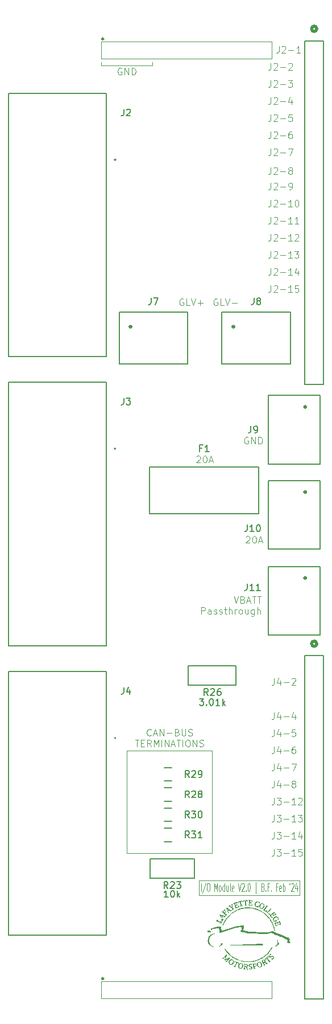
<source format=gbr>
%TF.GenerationSoftware,KiCad,Pcbnew,8.0.8*%
%TF.CreationDate,2025-02-03T20:53:04-05:00*%
%TF.ProjectId,IO Module V2.0,494f204d-6f64-4756-9c65-2056322e302e,rev?*%
%TF.SameCoordinates,Original*%
%TF.FileFunction,Legend,Top*%
%TF.FilePolarity,Positive*%
%FSLAX46Y46*%
G04 Gerber Fmt 4.6, Leading zero omitted, Abs format (unit mm)*
G04 Created by KiCad (PCBNEW 8.0.8) date 2025-02-03 20:53:04*
%MOMM*%
%LPD*%
G01*
G04 APERTURE LIST*
%ADD10C,0.000000*%
%ADD11C,0.100000*%
%ADD12C,0.150000*%
%ADD13C,0.152400*%
%ADD14C,0.200000*%
%ADD15C,0.400000*%
%ADD16C,0.127000*%
%ADD17C,0.076200*%
%ADD18C,0.254000*%
%ADD19C,0.508000*%
G04 APERTURE END LIST*
D10*
G36*
X119529828Y-146694725D02*
G01*
X119542369Y-146695521D01*
X119554151Y-146696821D01*
X119565180Y-146698632D01*
X119575460Y-146700963D01*
X119584999Y-146703819D01*
X119593800Y-146707210D01*
X119601871Y-146711142D01*
X119609216Y-146715622D01*
X119615841Y-146720659D01*
X119621752Y-146726260D01*
X119626955Y-146732431D01*
X119631454Y-146739182D01*
X119635257Y-146746519D01*
X119638367Y-146754449D01*
X119640792Y-146762981D01*
X119642536Y-146772121D01*
X119643605Y-146781877D01*
X119644005Y-146792256D01*
X119643741Y-146803267D01*
X119642819Y-146814917D01*
X119641245Y-146827212D01*
X119639025Y-146840160D01*
X119636163Y-146853770D01*
X119628538Y-146883002D01*
X119618417Y-146914968D01*
X119612492Y-146916143D01*
X119606916Y-146916927D01*
X119601674Y-146917336D01*
X119596754Y-146917385D01*
X119592143Y-146917091D01*
X119587828Y-146916470D01*
X119583796Y-146915536D01*
X119580034Y-146914307D01*
X119576529Y-146912798D01*
X119573268Y-146911025D01*
X119570238Y-146909003D01*
X119567426Y-146906750D01*
X119564819Y-146904280D01*
X119562404Y-146901609D01*
X119560169Y-146898754D01*
X119558100Y-146895731D01*
X119556184Y-146892554D01*
X119554408Y-146889241D01*
X119551225Y-146882267D01*
X119548447Y-146874937D01*
X119545971Y-146867376D01*
X119541506Y-146852076D01*
X119539311Y-146844590D01*
X119537002Y-146837382D01*
X119534290Y-146829945D01*
X119531397Y-146823025D01*
X119528298Y-146816636D01*
X119524971Y-146810794D01*
X119523215Y-146808082D01*
X119521393Y-146805513D01*
X119519502Y-146803087D01*
X119517539Y-146800808D01*
X119515501Y-146798676D01*
X119513385Y-146796694D01*
X119511189Y-146794863D01*
X119508910Y-146793185D01*
X119506544Y-146791663D01*
X119504089Y-146790297D01*
X119501541Y-146789091D01*
X119498898Y-146788045D01*
X119496157Y-146787162D01*
X119493315Y-146786443D01*
X119490369Y-146785890D01*
X119487315Y-146785505D01*
X119484152Y-146785291D01*
X119480876Y-146785248D01*
X119477484Y-146785379D01*
X119473974Y-146785685D01*
X119470341Y-146786168D01*
X119466585Y-146786831D01*
X119462700Y-146787675D01*
X119458685Y-146788702D01*
X119431444Y-146795731D01*
X119424527Y-146797746D01*
X119417772Y-146799985D01*
X119414488Y-146801206D01*
X119411282Y-146802506D01*
X119408167Y-146803891D01*
X119405157Y-146805370D01*
X119402264Y-146806949D01*
X119399501Y-146808637D01*
X119396881Y-146810440D01*
X119394416Y-146812366D01*
X119392119Y-146814423D01*
X119390003Y-146816618D01*
X119388081Y-146818959D01*
X119386365Y-146821453D01*
X119384869Y-146824107D01*
X119383605Y-146826929D01*
X119382585Y-146829927D01*
X119381824Y-146833108D01*
X119381332Y-146836480D01*
X119381124Y-146840049D01*
X119381211Y-146843824D01*
X119381607Y-146847813D01*
X119385711Y-146888524D01*
X119387509Y-146929811D01*
X119387638Y-146971522D01*
X119386730Y-147013506D01*
X119384350Y-147097687D01*
X119384146Y-147139583D01*
X119385448Y-147181147D01*
X119388889Y-147222229D01*
X119395104Y-147262677D01*
X119399451Y-147282616D01*
X119404729Y-147302341D01*
X119411019Y-147321831D01*
X119418399Y-147341069D01*
X119426949Y-147360034D01*
X119436748Y-147378710D01*
X119447876Y-147397075D01*
X119460412Y-147415113D01*
X119474435Y-147432803D01*
X119490025Y-147450127D01*
X119507261Y-147467066D01*
X119526223Y-147483601D01*
X119517838Y-147488699D01*
X119508775Y-147493520D01*
X119488808Y-147502315D01*
X119466713Y-147509953D01*
X119442882Y-147516396D01*
X119417708Y-147521610D01*
X119391582Y-147525559D01*
X119364896Y-147528208D01*
X119338041Y-147529521D01*
X119311411Y-147529462D01*
X119285395Y-147527997D01*
X119260387Y-147525089D01*
X119236779Y-147520703D01*
X119214961Y-147514804D01*
X119204846Y-147511276D01*
X119195326Y-147507356D01*
X119186450Y-147503039D01*
X119178267Y-147498323D01*
X119170825Y-147493201D01*
X119164174Y-147487670D01*
X119175916Y-147484817D01*
X119186791Y-147481564D01*
X119196829Y-147477927D01*
X119206063Y-147473921D01*
X119214525Y-147469560D01*
X119222245Y-147464860D01*
X119229255Y-147459836D01*
X119235588Y-147454502D01*
X119241274Y-147448875D01*
X119246346Y-147442969D01*
X119250835Y-147436798D01*
X119254772Y-147430379D01*
X119258189Y-147423726D01*
X119261118Y-147416854D01*
X119263590Y-147409779D01*
X119265638Y-147402515D01*
X119267292Y-147395077D01*
X119268585Y-147387481D01*
X119270211Y-147371873D01*
X119270771Y-147355812D01*
X119270516Y-147339418D01*
X119266414Y-147272923D01*
X119261891Y-147187102D01*
X119256213Y-147101319D01*
X119252724Y-147058492D01*
X119248686Y-147015735D01*
X119244013Y-146973068D01*
X119238617Y-146930510D01*
X119237672Y-146921887D01*
X119237003Y-146912766D01*
X119235881Y-146893592D01*
X119235121Y-146883816D01*
X119234023Y-146874099D01*
X119233299Y-146869307D01*
X119232434Y-146864582D01*
X119231407Y-146859941D01*
X119230201Y-146855402D01*
X119228794Y-146850982D01*
X119227169Y-146846699D01*
X119225306Y-146842570D01*
X119223187Y-146838612D01*
X119220791Y-146834843D01*
X119218099Y-146831280D01*
X119215093Y-146827941D01*
X119211753Y-146824842D01*
X119208061Y-146822002D01*
X119203996Y-146819438D01*
X119199540Y-146817167D01*
X119194673Y-146815206D01*
X119189377Y-146813573D01*
X119183632Y-146812285D01*
X119177419Y-146811360D01*
X119170719Y-146810815D01*
X119159437Y-146810631D01*
X119153964Y-146810836D01*
X119148609Y-146811241D01*
X119143375Y-146811848D01*
X119138268Y-146812657D01*
X119133291Y-146813670D01*
X119128448Y-146814889D01*
X119123744Y-146816315D01*
X119119183Y-146817950D01*
X119114769Y-146819794D01*
X119110506Y-146821850D01*
X119106398Y-146824118D01*
X119102450Y-146826600D01*
X119098666Y-146829298D01*
X119095050Y-146832213D01*
X119091607Y-146835345D01*
X119088339Y-146838698D01*
X119085253Y-146842272D01*
X119082351Y-146846068D01*
X119079638Y-146850088D01*
X119077118Y-146854334D01*
X119074796Y-146858806D01*
X119072675Y-146863506D01*
X119070760Y-146868436D01*
X119069056Y-146873597D01*
X119067565Y-146878991D01*
X119066293Y-146884618D01*
X119065244Y-146890480D01*
X119064421Y-146896580D01*
X119063829Y-146902917D01*
X119063473Y-146909493D01*
X119063324Y-146912214D01*
X119063073Y-146914903D01*
X119062720Y-146917556D01*
X119062265Y-146920170D01*
X119061708Y-146922740D01*
X119061051Y-146925263D01*
X119060294Y-146927736D01*
X119059438Y-146930153D01*
X119058482Y-146932512D01*
X119057428Y-146934808D01*
X119056275Y-146937038D01*
X119055026Y-146939198D01*
X119053679Y-146941284D01*
X119052236Y-146943292D01*
X119050697Y-146945219D01*
X119049063Y-146947061D01*
X119047334Y-146948813D01*
X119045510Y-146950473D01*
X119043593Y-146952035D01*
X119041583Y-146953497D01*
X119039480Y-146954855D01*
X119037285Y-146956105D01*
X119034998Y-146957242D01*
X119032620Y-146958264D01*
X119030151Y-146959166D01*
X119027592Y-146959944D01*
X119024944Y-146960595D01*
X119022207Y-146961116D01*
X119019381Y-146961501D01*
X119016467Y-146961747D01*
X119013466Y-146961851D01*
X119010378Y-146961809D01*
X119009126Y-146961736D01*
X119007854Y-146961610D01*
X119005261Y-146961206D01*
X119002616Y-146960608D01*
X118999939Y-146959830D01*
X118997248Y-146958882D01*
X118994562Y-146957776D01*
X118991899Y-146956525D01*
X118989278Y-146955140D01*
X118986718Y-146953634D01*
X118984237Y-146952017D01*
X118981854Y-146950302D01*
X118979588Y-146948501D01*
X118977457Y-146946626D01*
X118975480Y-146944689D01*
X118973675Y-146942701D01*
X118972061Y-146940674D01*
X118967537Y-146934033D01*
X118963594Y-146927143D01*
X118960219Y-146920029D01*
X118957401Y-146912719D01*
X118955128Y-146905238D01*
X118953387Y-146897612D01*
X118952168Y-146889868D01*
X118951457Y-146882031D01*
X118951244Y-146874127D01*
X118951516Y-146866184D01*
X118952262Y-146858227D01*
X118953469Y-146850281D01*
X118955125Y-146842374D01*
X118957219Y-146834531D01*
X118959739Y-146826779D01*
X118962673Y-146819144D01*
X118966008Y-146811651D01*
X118969734Y-146804327D01*
X118973837Y-146797199D01*
X118978307Y-146790291D01*
X118983131Y-146783631D01*
X118988298Y-146777244D01*
X118993795Y-146771157D01*
X118999610Y-146765396D01*
X119005733Y-146759987D01*
X119012150Y-146754955D01*
X119018849Y-146750328D01*
X119025820Y-146746131D01*
X119033050Y-146742391D01*
X119040527Y-146739133D01*
X119048239Y-146736384D01*
X119056174Y-146734170D01*
X119073054Y-146730441D01*
X119089977Y-146727341D01*
X119106956Y-146724808D01*
X119124006Y-146722780D01*
X119141139Y-146721197D01*
X119158369Y-146719998D01*
X119193178Y-146718503D01*
X119264573Y-146717415D01*
X119301378Y-146716842D01*
X119339069Y-146715594D01*
X119355890Y-146713182D01*
X119371792Y-146710726D01*
X119401384Y-146705896D01*
X119428934Y-146701527D01*
X119442286Y-146699648D01*
X119455537Y-146698042D01*
X119487592Y-146695286D01*
X119516522Y-146694425D01*
X119529828Y-146694725D01*
G37*
G36*
X117383981Y-147260865D02*
G01*
X117392344Y-147261454D01*
X117400705Y-147262427D01*
X117409060Y-147263787D01*
X117417406Y-147265535D01*
X117408849Y-147276390D01*
X117401042Y-147287315D01*
X117393955Y-147298306D01*
X117387560Y-147309363D01*
X117381829Y-147320482D01*
X117376732Y-147331663D01*
X117372241Y-147342901D01*
X117368327Y-147354196D01*
X117364961Y-147365545D01*
X117362114Y-147376945D01*
X117357864Y-147399893D01*
X117355346Y-147423021D01*
X117354329Y-147446313D01*
X117354583Y-147469750D01*
X117355878Y-147493315D01*
X117357983Y-147516989D01*
X117360669Y-147540757D01*
X117372604Y-147636400D01*
X117378712Y-147700227D01*
X117382037Y-147731758D01*
X117386066Y-147762669D01*
X117391192Y-147792685D01*
X117397810Y-147821531D01*
X117401800Y-147835431D01*
X117406311Y-147848935D01*
X117411391Y-147862010D01*
X117417090Y-147874621D01*
X117423456Y-147886734D01*
X117430539Y-147898315D01*
X117438388Y-147909330D01*
X117447052Y-147919744D01*
X117456580Y-147929522D01*
X117467021Y-147938632D01*
X117478425Y-147947038D01*
X117490840Y-147954706D01*
X117504317Y-147961602D01*
X117518903Y-147967691D01*
X117534648Y-147972940D01*
X117551601Y-147977314D01*
X117569812Y-147980778D01*
X117589330Y-147983299D01*
X117610203Y-147984843D01*
X117632480Y-147985374D01*
X117619268Y-148004778D01*
X117603737Y-148023819D01*
X117586157Y-148042341D01*
X117566801Y-148060188D01*
X117545939Y-148077205D01*
X117523843Y-148093237D01*
X117500783Y-148108127D01*
X117477031Y-148121722D01*
X117452857Y-148133865D01*
X117428534Y-148144401D01*
X117404332Y-148153174D01*
X117380522Y-148160029D01*
X117357375Y-148164811D01*
X117335163Y-148167364D01*
X117324492Y-148167756D01*
X117314156Y-148167533D01*
X117304189Y-148166675D01*
X117294626Y-148165163D01*
X117304450Y-148155224D01*
X117313216Y-148145415D01*
X117320960Y-148135728D01*
X117327717Y-148126159D01*
X117333524Y-148116702D01*
X117338415Y-148107351D01*
X117342426Y-148098101D01*
X117345593Y-148088945D01*
X117347951Y-148079878D01*
X117349535Y-148070895D01*
X117350382Y-148061990D01*
X117350527Y-148053156D01*
X117350005Y-148044389D01*
X117348852Y-148035682D01*
X117347104Y-148027031D01*
X117344795Y-148018428D01*
X117341962Y-148009869D01*
X117338640Y-148001349D01*
X117334864Y-147992860D01*
X117330671Y-147984398D01*
X117321173Y-147967530D01*
X117310430Y-147950701D01*
X117298727Y-147933864D01*
X117286347Y-147916973D01*
X117260696Y-147882852D01*
X117231071Y-147863674D01*
X117202128Y-147843594D01*
X117145604Y-147801904D01*
X117089756Y-147760135D01*
X117061659Y-147739957D01*
X117033219Y-147720642D01*
X117004263Y-147702485D01*
X116974623Y-147685781D01*
X116944126Y-147670823D01*
X116912603Y-147657906D01*
X116896402Y-147652304D01*
X116879881Y-147647323D01*
X116863017Y-147643000D01*
X116845790Y-147639371D01*
X116828178Y-147636473D01*
X116810159Y-147634342D01*
X116791713Y-147633016D01*
X116772818Y-147632532D01*
X116779178Y-147622006D01*
X116786316Y-147611508D01*
X116794174Y-147601068D01*
X116802696Y-147590716D01*
X116811823Y-147580483D01*
X116821498Y-147570398D01*
X116842259Y-147550797D01*
X116864518Y-147532155D01*
X116887814Y-147514714D01*
X116911685Y-147498717D01*
X116935669Y-147484406D01*
X116959304Y-147472022D01*
X116982130Y-147461809D01*
X117003684Y-147454009D01*
X117013840Y-147451090D01*
X117023505Y-147448864D01*
X117032622Y-147447363D01*
X117041132Y-147446617D01*
X117048978Y-147446655D01*
X117056102Y-147447509D01*
X117062446Y-147449208D01*
X117067954Y-147451783D01*
X117072567Y-147455264D01*
X117076227Y-147459681D01*
X117077769Y-147463433D01*
X117078832Y-147467025D01*
X117079448Y-147470468D01*
X117079648Y-147473771D01*
X117079464Y-147476945D01*
X117078927Y-147480001D01*
X117078069Y-147482949D01*
X117076921Y-147485800D01*
X117075515Y-147488564D01*
X117073882Y-147491251D01*
X117072054Y-147493873D01*
X117070063Y-147496439D01*
X117065716Y-147501448D01*
X117061093Y-147506361D01*
X117056447Y-147511262D01*
X117052030Y-147516235D01*
X117049986Y-147518775D01*
X117048094Y-147521364D01*
X117046386Y-147524013D01*
X117044892Y-147526732D01*
X117043645Y-147529532D01*
X117042677Y-147532424D01*
X117042017Y-147535418D01*
X117041699Y-147538524D01*
X117041754Y-147541752D01*
X117042212Y-147545114D01*
X117043107Y-147548620D01*
X117044469Y-147552280D01*
X117083230Y-147585992D01*
X117100425Y-147600451D01*
X117116405Y-147613461D01*
X117131351Y-147625134D01*
X117145446Y-147635583D01*
X117158869Y-147644920D01*
X117171803Y-147653256D01*
X117184430Y-147660705D01*
X117196929Y-147667379D01*
X117209484Y-147673388D01*
X117222274Y-147678847D01*
X117235483Y-147683866D01*
X117249290Y-147688558D01*
X117263879Y-147693036D01*
X117279429Y-147697411D01*
X117283763Y-147667206D01*
X117286832Y-147639213D01*
X117287873Y-147625994D01*
X117288574Y-147613266D01*
X117288928Y-147601009D01*
X117288927Y-147589202D01*
X117288563Y-147577824D01*
X117287828Y-147566855D01*
X117286715Y-147556275D01*
X117285216Y-147546063D01*
X117283323Y-147536197D01*
X117281029Y-147526659D01*
X117278324Y-147517427D01*
X117275203Y-147508480D01*
X117271657Y-147499799D01*
X117267678Y-147491362D01*
X117263258Y-147483150D01*
X117258390Y-147475141D01*
X117253066Y-147467314D01*
X117247278Y-147459651D01*
X117241018Y-147452129D01*
X117234279Y-147444729D01*
X117227053Y-147437429D01*
X117219332Y-147430210D01*
X117211108Y-147423050D01*
X117202374Y-147415930D01*
X117193122Y-147408828D01*
X117183343Y-147401724D01*
X117162177Y-147387429D01*
X117176459Y-147369947D01*
X117191086Y-147353665D01*
X117206032Y-147338608D01*
X117221271Y-147324801D01*
X117236777Y-147312267D01*
X117252522Y-147301032D01*
X117268482Y-147291121D01*
X117284630Y-147282557D01*
X117300938Y-147275366D01*
X117317382Y-147269573D01*
X117333934Y-147265201D01*
X117342243Y-147263556D01*
X117350569Y-147262276D01*
X117358909Y-147261364D01*
X117367260Y-147260823D01*
X117375618Y-147260655D01*
X117383981Y-147260865D01*
G37*
G36*
X124141758Y-152575354D02*
G01*
X124148217Y-152575761D01*
X124155076Y-152576462D01*
X124159035Y-152589726D01*
X124162320Y-152603065D01*
X124165001Y-152616474D01*
X124167146Y-152629947D01*
X124168822Y-152643478D01*
X124170097Y-152657060D01*
X124171718Y-152684358D01*
X124173145Y-152739313D01*
X124174039Y-152766875D01*
X124175779Y-152794430D01*
X124176969Y-152817415D01*
X124176996Y-152840986D01*
X124175438Y-152889176D01*
X124174790Y-152913438D01*
X124174854Y-152937575D01*
X124176099Y-152961409D01*
X124177311Y-152973157D01*
X124178993Y-152984762D01*
X124181206Y-152996203D01*
X124184006Y-153007456D01*
X124187453Y-153018500D01*
X124191605Y-153029313D01*
X124196521Y-153039872D01*
X124202260Y-153050155D01*
X124208879Y-153060140D01*
X124216438Y-153069805D01*
X124224995Y-153079127D01*
X124234609Y-153088084D01*
X124245339Y-153096653D01*
X124257242Y-153104814D01*
X124270378Y-153112543D01*
X124284804Y-153119818D01*
X124300581Y-153126617D01*
X124317765Y-153132917D01*
X124284489Y-153180083D01*
X124251249Y-153226217D01*
X124217520Y-153271198D01*
X124200309Y-153293217D01*
X124182780Y-153314901D01*
X124164867Y-153336235D01*
X124146505Y-153357204D01*
X124127629Y-153377791D01*
X124108173Y-153397982D01*
X124088071Y-153417761D01*
X124067259Y-153437112D01*
X124045671Y-153456021D01*
X124023241Y-153474471D01*
X123984226Y-153499163D01*
X123947719Y-153521465D01*
X123913572Y-153541430D01*
X123881639Y-153559113D01*
X123851772Y-153574565D01*
X123823823Y-153587840D01*
X123797646Y-153598991D01*
X123773093Y-153608072D01*
X123750018Y-153615134D01*
X123738988Y-153617925D01*
X123728272Y-153620232D01*
X123717852Y-153622061D01*
X123707709Y-153623418D01*
X123697825Y-153624311D01*
X123688182Y-153624746D01*
X123678761Y-153624730D01*
X123669543Y-153624269D01*
X123660510Y-153623370D01*
X123651645Y-153622039D01*
X123642927Y-153620284D01*
X123634340Y-153618111D01*
X123625865Y-153615526D01*
X123617482Y-153612536D01*
X123618361Y-153611407D01*
X123619221Y-153610241D01*
X123620901Y-153607837D01*
X123622564Y-153605398D01*
X123624252Y-153602996D01*
X123625118Y-153601833D01*
X123626006Y-153600707D01*
X123626921Y-153599628D01*
X123627868Y-153598604D01*
X123628852Y-153597645D01*
X123629879Y-153596760D01*
X123630410Y-153596348D01*
X123630953Y-153595959D01*
X123631510Y-153595592D01*
X123632081Y-153595249D01*
X123698433Y-153554907D01*
X123760055Y-153512300D01*
X123816869Y-153467391D01*
X123868801Y-153420140D01*
X123915774Y-153370510D01*
X123957712Y-153318461D01*
X123994541Y-153263956D01*
X124026183Y-153206955D01*
X124040036Y-153177507D01*
X124052563Y-153147420D01*
X124063757Y-153116690D01*
X124073606Y-153085313D01*
X124082102Y-153053282D01*
X124089236Y-153020594D01*
X124094997Y-152987244D01*
X124099376Y-152953226D01*
X124103951Y-152883170D01*
X124102886Y-152810388D01*
X124096104Y-152734840D01*
X124083529Y-152656488D01*
X124082017Y-152647831D01*
X124080921Y-152639334D01*
X124080323Y-152631067D01*
X124080305Y-152623100D01*
X124080538Y-152619252D01*
X124080948Y-152615504D01*
X124081543Y-152611867D01*
X124082334Y-152608349D01*
X124083331Y-152604959D01*
X124084545Y-152601705D01*
X124085986Y-152598596D01*
X124087664Y-152595641D01*
X124089589Y-152592849D01*
X124091771Y-152590229D01*
X124094221Y-152587789D01*
X124096949Y-152585537D01*
X124099964Y-152583484D01*
X124103279Y-152581638D01*
X124106901Y-152580006D01*
X124110843Y-152578599D01*
X124115113Y-152577425D01*
X124119723Y-152576492D01*
X124124682Y-152575810D01*
X124130000Y-152575387D01*
X124135689Y-152575232D01*
X124141758Y-152575354D01*
G37*
G36*
X122679207Y-155061481D02*
G01*
X122683571Y-155062019D01*
X122687891Y-155062849D01*
X122692168Y-155063965D01*
X122696404Y-155065366D01*
X122700599Y-155067046D01*
X122704755Y-155069003D01*
X122708873Y-155071232D01*
X122712955Y-155073729D01*
X122717001Y-155076491D01*
X122721013Y-155079515D01*
X122724992Y-155082795D01*
X122728939Y-155086329D01*
X122732856Y-155090113D01*
X122736742Y-155094143D01*
X122740601Y-155098415D01*
X122748239Y-155107671D01*
X122753794Y-155114284D01*
X122759970Y-155120858D01*
X122773436Y-155133998D01*
X122787147Y-155147310D01*
X122793629Y-155154099D01*
X122799612Y-155161014D01*
X122802360Y-155164527D01*
X122804912Y-155168082D01*
X122807248Y-155171682D01*
X122809342Y-155175330D01*
X122811172Y-155179030D01*
X122812715Y-155182786D01*
X122813948Y-155186600D01*
X122814846Y-155190477D01*
X122815387Y-155194419D01*
X122815547Y-155198431D01*
X122815303Y-155202515D01*
X122814633Y-155206675D01*
X122813511Y-155210914D01*
X122811917Y-155215236D01*
X122809825Y-155219645D01*
X122807213Y-155224143D01*
X122803007Y-155230384D01*
X122798822Y-155235829D01*
X122794657Y-155240513D01*
X122790511Y-155244469D01*
X122786385Y-155247734D01*
X122782277Y-155250343D01*
X122778188Y-155252328D01*
X122774118Y-155253727D01*
X122770065Y-155254573D01*
X122766030Y-155254902D01*
X122762012Y-155254748D01*
X122758011Y-155254146D01*
X122754027Y-155253130D01*
X122750059Y-155251737D01*
X122746107Y-155250000D01*
X122742171Y-155247954D01*
X122738251Y-155245635D01*
X122734345Y-155243076D01*
X122726577Y-155237382D01*
X122718866Y-155231150D01*
X122711209Y-155224658D01*
X122703603Y-155218187D01*
X122696045Y-155212013D01*
X122688533Y-155206417D01*
X122684794Y-155203922D01*
X122681065Y-155201676D01*
X122677271Y-155199644D01*
X122673560Y-155197891D01*
X122669929Y-155196408D01*
X122666376Y-155195184D01*
X122662898Y-155194210D01*
X122659490Y-155193476D01*
X122656151Y-155192971D01*
X122652878Y-155192685D01*
X122649666Y-155192610D01*
X122646513Y-155192735D01*
X122643417Y-155193050D01*
X122640374Y-155193545D01*
X122637380Y-155194210D01*
X122634434Y-155195035D01*
X122631531Y-155196011D01*
X122628669Y-155197128D01*
X122625845Y-155198375D01*
X122623056Y-155199743D01*
X122617569Y-155202801D01*
X122612184Y-155206223D01*
X122606877Y-155209930D01*
X122601624Y-155213842D01*
X122596400Y-155217880D01*
X122585940Y-155226018D01*
X122580837Y-155230066D01*
X122575897Y-155234326D01*
X122571194Y-155238779D01*
X122566802Y-155243405D01*
X122562794Y-155248185D01*
X122560956Y-155250627D01*
X122559243Y-155253100D01*
X122557662Y-155255602D01*
X122556223Y-155258130D01*
X122554936Y-155260682D01*
X122553808Y-155263255D01*
X122552851Y-155265848D01*
X122552072Y-155268457D01*
X122551481Y-155271080D01*
X122551087Y-155273715D01*
X122550900Y-155276360D01*
X122550928Y-155279011D01*
X122551181Y-155281667D01*
X122551668Y-155284325D01*
X122552399Y-155286983D01*
X122553381Y-155289638D01*
X122554625Y-155292288D01*
X122556140Y-155294930D01*
X122557935Y-155297562D01*
X122560019Y-155300182D01*
X122562401Y-155302786D01*
X122565091Y-155305374D01*
X122579989Y-155319544D01*
X122594265Y-155334418D01*
X122607986Y-155349923D01*
X122621224Y-155365987D01*
X122646521Y-155399500D01*
X122670711Y-155434379D01*
X122717986Y-155505911D01*
X122742178Y-155541405D01*
X122767478Y-155575944D01*
X122794441Y-155608948D01*
X122808719Y-155624693D01*
X122823621Y-155639837D01*
X122839214Y-155654307D01*
X122855570Y-155668031D01*
X122872757Y-155680937D01*
X122890844Y-155692951D01*
X122909900Y-155704002D01*
X122929995Y-155714016D01*
X122951199Y-155722922D01*
X122973579Y-155730647D01*
X122997206Y-155737118D01*
X123022149Y-155742263D01*
X123048477Y-155746010D01*
X123076259Y-155748285D01*
X123040271Y-155785167D01*
X123004461Y-155820398D01*
X122986461Y-155837316D01*
X122968313Y-155853725D01*
X122949950Y-155869595D01*
X122931310Y-155884894D01*
X122912327Y-155899590D01*
X122892937Y-155913652D01*
X122873075Y-155927047D01*
X122852676Y-155939745D01*
X122831676Y-155951713D01*
X122810012Y-155962920D01*
X122787617Y-155973335D01*
X122764427Y-155982925D01*
X122762212Y-155975999D01*
X122760686Y-155969286D01*
X122759795Y-155962773D01*
X122759489Y-155956448D01*
X122759715Y-155950297D01*
X122760421Y-155944308D01*
X122761555Y-155938469D01*
X122763066Y-155932765D01*
X122764901Y-155927186D01*
X122767009Y-155921718D01*
X122771835Y-155911064D01*
X122782473Y-155890531D01*
X122787455Y-155880448D01*
X122789679Y-155875409D01*
X122791658Y-155870353D01*
X122793337Y-155865268D01*
X122794666Y-155860142D01*
X122795593Y-155854962D01*
X122796065Y-155849715D01*
X122796031Y-155844389D01*
X122795439Y-155838970D01*
X122794237Y-155833447D01*
X122792373Y-155827806D01*
X122789795Y-155822034D01*
X122786451Y-155816120D01*
X122782290Y-155810050D01*
X122777258Y-155803811D01*
X122736864Y-155756399D01*
X122697162Y-155708386D01*
X122619231Y-155611085D01*
X122465021Y-155415046D01*
X122460202Y-155409294D01*
X122455276Y-155404008D01*
X122450240Y-155399223D01*
X122445091Y-155394971D01*
X122442473Y-155393055D01*
X122439825Y-155391285D01*
X122437147Y-155389665D01*
X122434439Y-155388199D01*
X122431699Y-155386891D01*
X122428928Y-155385746D01*
X122426126Y-155384768D01*
X122423290Y-155383960D01*
X122420422Y-155383327D01*
X122417521Y-155382873D01*
X122414586Y-155382603D01*
X122411617Y-155382520D01*
X122408613Y-155382628D01*
X122405574Y-155382933D01*
X122402500Y-155383437D01*
X122399390Y-155384145D01*
X122396244Y-155385062D01*
X122393060Y-155386191D01*
X122389840Y-155387536D01*
X122386582Y-155389102D01*
X122383285Y-155390893D01*
X122379950Y-155392913D01*
X122376576Y-155395167D01*
X122373163Y-155397657D01*
X122347232Y-155416948D01*
X122341156Y-155421943D01*
X122335479Y-155427123D01*
X122330317Y-155432546D01*
X122327967Y-155435367D01*
X122325789Y-155438270D01*
X122323800Y-155441263D01*
X122322013Y-155444354D01*
X122320443Y-155447549D01*
X122319105Y-155450856D01*
X122318014Y-155454281D01*
X122317185Y-155457833D01*
X122316631Y-155461519D01*
X122316369Y-155465345D01*
X122316411Y-155469319D01*
X122316774Y-155473449D01*
X122317473Y-155477741D01*
X122318520Y-155482203D01*
X122319932Y-155486842D01*
X122321724Y-155491666D01*
X122323909Y-155496681D01*
X122326502Y-155501896D01*
X122334267Y-155516494D01*
X122338164Y-155524050D01*
X122341885Y-155531717D01*
X122345291Y-155539447D01*
X122348241Y-155547194D01*
X122349502Y-155551059D01*
X122350597Y-155554911D01*
X122351508Y-155558744D01*
X122352218Y-155562553D01*
X122352710Y-155566330D01*
X122352966Y-155570071D01*
X122352969Y-155573770D01*
X122352700Y-155577421D01*
X122352144Y-155581018D01*
X122351282Y-155584555D01*
X122350097Y-155588026D01*
X122348572Y-155591426D01*
X122346689Y-155594749D01*
X122344430Y-155597990D01*
X122341778Y-155601141D01*
X122338717Y-155604198D01*
X122335227Y-155607154D01*
X122331293Y-155610004D01*
X122326896Y-155612742D01*
X122322019Y-155615363D01*
X122317001Y-155617669D01*
X122312196Y-155619481D01*
X122307595Y-155620819D01*
X122303191Y-155621705D01*
X122298975Y-155622160D01*
X122294938Y-155622207D01*
X122291073Y-155621866D01*
X122287371Y-155621160D01*
X122283823Y-155620109D01*
X122280423Y-155618736D01*
X122277161Y-155617061D01*
X122274028Y-155615107D01*
X122271018Y-155612895D01*
X122268122Y-155610446D01*
X122265330Y-155607782D01*
X122262636Y-155604925D01*
X122257506Y-155598717D01*
X122252666Y-155591993D01*
X122248048Y-155584927D01*
X122243588Y-155577691D01*
X122234874Y-155563396D01*
X122230489Y-155556683D01*
X122225997Y-155550489D01*
X122217956Y-155540213D01*
X122209946Y-155529629D01*
X122206077Y-155524154D01*
X122202365Y-155518523D01*
X122198862Y-155512709D01*
X122195616Y-155506685D01*
X122192679Y-155500425D01*
X122190099Y-155493902D01*
X122187928Y-155487090D01*
X122186216Y-155479963D01*
X122185012Y-155472493D01*
X122184616Y-155468622D01*
X122184366Y-155464655D01*
X122184269Y-155460590D01*
X122184329Y-155456423D01*
X122184555Y-155452150D01*
X122184951Y-155447768D01*
X122209894Y-155422325D01*
X122235279Y-155397678D01*
X122261055Y-155373747D01*
X122287168Y-155350450D01*
X122340195Y-155305436D01*
X122393940Y-155261989D01*
X122501894Y-155177205D01*
X122555260Y-155134573D01*
X122607655Y-155090918D01*
X122612823Y-155086635D01*
X122617929Y-155082701D01*
X122622974Y-155079110D01*
X122627960Y-155075859D01*
X122632886Y-155072945D01*
X122637756Y-155070364D01*
X122642570Y-155068112D01*
X122647329Y-155066184D01*
X122652034Y-155064578D01*
X122656687Y-155063290D01*
X122661288Y-155062316D01*
X122665840Y-155061651D01*
X122670343Y-155061293D01*
X122674798Y-155061238D01*
X122679207Y-155061481D01*
G37*
G36*
X115780222Y-153100270D02*
G01*
X115785410Y-153100980D01*
X115790643Y-153102075D01*
X115795917Y-153103520D01*
X115801230Y-153105277D01*
X115806577Y-153107309D01*
X115817363Y-153112053D01*
X115828246Y-153117457D01*
X115850198Y-153129067D01*
X115861212Y-153134685D01*
X115872214Y-153139785D01*
X115878753Y-153142735D01*
X115884852Y-153145748D01*
X115890520Y-153148826D01*
X115895763Y-153151970D01*
X115900589Y-153155180D01*
X115905005Y-153158457D01*
X115909017Y-153161802D01*
X115912632Y-153165215D01*
X115915859Y-153168698D01*
X115918702Y-153172251D01*
X115921171Y-153175875D01*
X115923271Y-153179570D01*
X115925009Y-153183338D01*
X115926394Y-153187179D01*
X115927431Y-153191095D01*
X115928128Y-153195085D01*
X115928491Y-153199151D01*
X115928529Y-153203293D01*
X115928247Y-153207513D01*
X115927653Y-153211810D01*
X115926753Y-153216187D01*
X115925556Y-153220642D01*
X115924067Y-153225179D01*
X115922295Y-153229796D01*
X115920245Y-153234495D01*
X115917925Y-153239277D01*
X115912504Y-153249092D01*
X115906086Y-153259247D01*
X115898729Y-153269749D01*
X115881671Y-153292172D01*
X115863944Y-153313744D01*
X115845567Y-153334484D01*
X115826561Y-153354412D01*
X115806945Y-153373548D01*
X115786740Y-153391910D01*
X115765965Y-153409519D01*
X115744641Y-153426393D01*
X115722788Y-153442552D01*
X115700426Y-153458017D01*
X115677575Y-153472805D01*
X115654255Y-153486938D01*
X115630486Y-153500433D01*
X115606288Y-153513312D01*
X115581682Y-153525593D01*
X115556686Y-153537295D01*
X115488707Y-153568257D01*
X115453192Y-153582867D01*
X115434817Y-153589575D01*
X115415942Y-153595742D01*
X115396498Y-153601259D01*
X115376419Y-153606018D01*
X115355637Y-153609910D01*
X115334084Y-153612829D01*
X115311695Y-153614664D01*
X115288401Y-153615309D01*
X115264135Y-153614655D01*
X115238829Y-153612593D01*
X115328147Y-153563676D01*
X115369901Y-153540332D01*
X115390052Y-153528610D01*
X115409718Y-153516728D01*
X115428899Y-153504592D01*
X115447595Y-153492109D01*
X115465806Y-153479183D01*
X115483532Y-153465722D01*
X115500772Y-153451631D01*
X115517527Y-153436815D01*
X115533796Y-153421181D01*
X115549580Y-153404635D01*
X115574966Y-153375585D01*
X115598938Y-153346388D01*
X115610378Y-153331694D01*
X115621444Y-153316915D01*
X115632131Y-153302036D01*
X115642431Y-153287040D01*
X115652339Y-153271911D01*
X115661847Y-153256635D01*
X115670949Y-153241194D01*
X115679638Y-153225573D01*
X115687909Y-153209756D01*
X115695754Y-153193727D01*
X115703166Y-153177471D01*
X115710140Y-153160971D01*
X115714241Y-153151474D01*
X115718439Y-153142916D01*
X115722730Y-153135258D01*
X115727110Y-153128465D01*
X115731576Y-153122500D01*
X115736125Y-153117326D01*
X115740753Y-153112905D01*
X115745457Y-153109202D01*
X115750234Y-153106180D01*
X115755079Y-153103800D01*
X115759990Y-153102028D01*
X115764964Y-153100826D01*
X115769996Y-153100157D01*
X115775083Y-153099984D01*
X115780222Y-153100270D01*
G37*
D11*
X105410000Y-22606000D02*
X97790000Y-22606000D01*
D10*
G36*
X122134620Y-147510456D02*
G01*
X122133841Y-147548390D01*
X122130124Y-147587713D01*
X122123429Y-147628349D01*
X122113716Y-147670222D01*
X122078223Y-147748116D01*
X122069516Y-147766082D01*
X122060488Y-147783443D01*
X122055793Y-147791896D01*
X122050945Y-147800198D01*
X122045920Y-147808349D01*
X122040694Y-147816347D01*
X122028472Y-147833566D01*
X122015589Y-147849940D01*
X122002082Y-147865462D01*
X121987987Y-147880127D01*
X121973339Y-147893928D01*
X121958176Y-147906859D01*
X121942532Y-147918913D01*
X121926445Y-147930085D01*
X121909951Y-147940369D01*
X121893085Y-147949758D01*
X121875885Y-147958246D01*
X121858385Y-147965828D01*
X121840623Y-147972496D01*
X121822634Y-147978245D01*
X121804455Y-147983068D01*
X121786122Y-147986960D01*
X121767672Y-147989914D01*
X121749139Y-147991924D01*
X121730561Y-147992985D01*
X121711974Y-147993089D01*
X121693414Y-147992230D01*
X121674916Y-147990404D01*
X121656518Y-147987602D01*
X121638256Y-147983820D01*
X121620165Y-147979050D01*
X121602282Y-147973288D01*
X121584643Y-147966526D01*
X121567285Y-147958759D01*
X121550242Y-147949980D01*
X121533553Y-147940184D01*
X121517252Y-147929363D01*
X121501377Y-147917513D01*
X121487293Y-147905805D01*
X121473954Y-147893541D01*
X121461362Y-147880743D01*
X121449520Y-147867436D01*
X121438431Y-147853640D01*
X121428098Y-147839379D01*
X121418523Y-147824676D01*
X121409710Y-147809553D01*
X121401661Y-147794034D01*
X121394379Y-147778140D01*
X121387868Y-147761895D01*
X121382129Y-147745322D01*
X121372982Y-147711280D01*
X121370018Y-147694014D01*
X121498682Y-147694014D01*
X121498778Y-147702643D01*
X121499161Y-147711173D01*
X121499833Y-147719600D01*
X121500798Y-147727920D01*
X121502059Y-147736128D01*
X121503619Y-147744220D01*
X121505480Y-147752193D01*
X121507645Y-147760041D01*
X121510119Y-147767761D01*
X121512903Y-147775349D01*
X121516001Y-147782800D01*
X121519416Y-147790110D01*
X121523150Y-147797275D01*
X121527207Y-147804291D01*
X121531590Y-147811154D01*
X121536302Y-147817859D01*
X121541345Y-147824402D01*
X121546723Y-147830779D01*
X121552439Y-147836986D01*
X121558496Y-147843018D01*
X121564896Y-147848872D01*
X121571643Y-147854543D01*
X121578740Y-147860027D01*
X121586190Y-147865321D01*
X121593996Y-147870418D01*
X121602160Y-147875317D01*
X121611011Y-147880148D01*
X121619782Y-147884429D01*
X121628473Y-147888171D01*
X121637084Y-147891388D01*
X121645616Y-147894092D01*
X121654069Y-147896294D01*
X121662443Y-147898008D01*
X121670737Y-147899246D01*
X121678952Y-147900021D01*
X121687089Y-147900344D01*
X121695147Y-147900229D01*
X121703126Y-147899687D01*
X121711026Y-147898732D01*
X121718849Y-147897376D01*
X121726593Y-147895630D01*
X121734259Y-147893509D01*
X121741847Y-147891023D01*
X121749357Y-147888186D01*
X121756789Y-147885010D01*
X121764144Y-147881508D01*
X121771421Y-147877691D01*
X121778621Y-147873572D01*
X121792789Y-147864481D01*
X121806650Y-147854331D01*
X121820203Y-147843225D01*
X121833450Y-147831260D01*
X121846393Y-147818537D01*
X121862494Y-147801312D01*
X121877613Y-147783578D01*
X121891782Y-147765354D01*
X121905035Y-147746660D01*
X121917403Y-147727516D01*
X121928921Y-147707939D01*
X121939621Y-147687950D01*
X121949536Y-147667567D01*
X121958699Y-147646811D01*
X121967142Y-147625699D01*
X121974899Y-147604252D01*
X121982002Y-147582488D01*
X121988485Y-147560428D01*
X121994380Y-147538089D01*
X121999719Y-147515491D01*
X122004537Y-147492654D01*
X122004371Y-147470579D01*
X122003181Y-147449457D01*
X122002196Y-147439258D01*
X122000946Y-147429303D01*
X121999430Y-147419593D01*
X121997644Y-147410131D01*
X121995586Y-147400919D01*
X121993254Y-147391959D01*
X121990644Y-147383251D01*
X121987755Y-147374799D01*
X121984583Y-147366604D01*
X121981126Y-147358668D01*
X121977380Y-147350993D01*
X121973345Y-147343581D01*
X121969016Y-147336433D01*
X121964391Y-147329553D01*
X121959467Y-147322940D01*
X121954243Y-147316598D01*
X121948714Y-147310528D01*
X121942879Y-147304733D01*
X121936735Y-147299213D01*
X121930280Y-147293971D01*
X121923509Y-147289010D01*
X121916422Y-147284329D01*
X121909015Y-147279933D01*
X121901285Y-147275822D01*
X121893230Y-147271999D01*
X121884848Y-147268464D01*
X121876135Y-147265221D01*
X121867089Y-147262272D01*
X121858332Y-147259822D01*
X121849696Y-147257833D01*
X121841180Y-147256291D01*
X121832783Y-147255186D01*
X121824502Y-147254505D01*
X121816336Y-147254237D01*
X121808284Y-147254372D01*
X121800343Y-147254896D01*
X121792511Y-147255798D01*
X121784788Y-147257068D01*
X121777171Y-147258693D01*
X121769659Y-147260661D01*
X121762250Y-147262961D01*
X121754942Y-147265582D01*
X121747733Y-147268512D01*
X121740622Y-147271740D01*
X121733607Y-147275253D01*
X121726686Y-147279040D01*
X121713121Y-147287391D01*
X121699912Y-147296699D01*
X121687046Y-147306873D01*
X121674509Y-147317819D01*
X121662287Y-147329445D01*
X121650366Y-147341657D01*
X121638734Y-147354365D01*
X121625381Y-147369963D01*
X121612746Y-147385906D01*
X121600816Y-147402185D01*
X121589578Y-147418790D01*
X121579019Y-147435714D01*
X121569126Y-147452947D01*
X121559887Y-147470481D01*
X121551287Y-147488308D01*
X121543313Y-147506418D01*
X121535954Y-147524803D01*
X121529196Y-147543453D01*
X121523025Y-147562362D01*
X121517428Y-147581519D01*
X121512394Y-147600916D01*
X121507908Y-147620544D01*
X121503957Y-147640396D01*
X121501104Y-147658592D01*
X121499338Y-147676475D01*
X121498870Y-147685290D01*
X121498682Y-147694014D01*
X121370018Y-147694014D01*
X121366960Y-147676197D01*
X121364087Y-147640254D01*
X121364385Y-147603634D01*
X121367877Y-147566518D01*
X121374585Y-147529088D01*
X121384534Y-147491527D01*
X121397745Y-147454016D01*
X121414241Y-147416738D01*
X121434045Y-147379874D01*
X121444722Y-147362456D01*
X121455919Y-147345701D01*
X121467617Y-147329618D01*
X121479793Y-147314213D01*
X121492427Y-147299496D01*
X121505497Y-147285474D01*
X121518982Y-147272155D01*
X121532861Y-147259547D01*
X121547113Y-147247659D01*
X121561717Y-147236499D01*
X121576652Y-147226074D01*
X121591895Y-147216392D01*
X121607427Y-147207462D01*
X121623226Y-147199292D01*
X121639270Y-147191890D01*
X121655540Y-147185263D01*
X121672012Y-147179421D01*
X121688668Y-147174370D01*
X121705484Y-147170120D01*
X121722440Y-147166677D01*
X121739516Y-147164051D01*
X121756688Y-147162248D01*
X121773938Y-147161279D01*
X121791243Y-147161149D01*
X121808582Y-147161868D01*
X121825934Y-147163443D01*
X121843277Y-147165883D01*
X121860592Y-147169195D01*
X121877856Y-147173388D01*
X121895048Y-147178469D01*
X121912148Y-147184447D01*
X121929133Y-147191331D01*
X121960538Y-147206655D01*
X121989478Y-147224282D01*
X122003011Y-147233935D01*
X122015913Y-147244136D01*
X122028180Y-147254874D01*
X122039805Y-147266140D01*
X122050784Y-147277925D01*
X122061113Y-147290218D01*
X122070785Y-147303012D01*
X122079798Y-147316295D01*
X122088144Y-147330059D01*
X122095820Y-147344294D01*
X122109141Y-147374139D01*
X122119721Y-147405753D01*
X122127521Y-147439062D01*
X122132500Y-147473988D01*
X122133585Y-147492654D01*
X122134620Y-147510456D01*
G37*
G36*
X120086689Y-156171639D02*
G01*
X120102708Y-156172766D01*
X120118497Y-156174894D01*
X120134020Y-156178073D01*
X120149242Y-156182350D01*
X120164126Y-156187775D01*
X120171430Y-156190933D01*
X120178637Y-156194395D01*
X120185742Y-156198169D01*
X120192740Y-156202260D01*
X120199626Y-156206674D01*
X120206398Y-156211418D01*
X120213049Y-156216497D01*
X120219575Y-156221917D01*
X120225973Y-156227685D01*
X120232237Y-156233806D01*
X120235930Y-156237749D01*
X120239399Y-156241835D01*
X120242643Y-156246056D01*
X120245660Y-156250400D01*
X120248448Y-156254861D01*
X120251004Y-156259426D01*
X120253328Y-156264088D01*
X120255417Y-156268837D01*
X120257269Y-156273663D01*
X120258882Y-156278557D01*
X120260255Y-156283509D01*
X120261385Y-156288510D01*
X120262270Y-156293550D01*
X120262909Y-156298621D01*
X120263300Y-156303712D01*
X120263440Y-156308814D01*
X120263328Y-156313918D01*
X120262962Y-156319013D01*
X120262340Y-156324092D01*
X120261460Y-156329143D01*
X120260320Y-156334158D01*
X120258918Y-156339128D01*
X120257252Y-156344042D01*
X120255321Y-156348892D01*
X120253122Y-156353668D01*
X120250653Y-156358360D01*
X120247913Y-156362959D01*
X120244900Y-156367455D01*
X120241611Y-156371839D01*
X120238045Y-156376102D01*
X120234200Y-156380235D01*
X120230073Y-156384226D01*
X120226564Y-156387275D01*
X120223075Y-156389963D01*
X120219609Y-156392299D01*
X120216170Y-156394292D01*
X120212759Y-156395951D01*
X120209381Y-156397283D01*
X120206036Y-156398297D01*
X120202729Y-156399001D01*
X120199462Y-156399404D01*
X120196238Y-156399515D01*
X120193059Y-156399341D01*
X120189928Y-156398891D01*
X120186848Y-156398174D01*
X120183821Y-156397198D01*
X120180852Y-156395972D01*
X120177941Y-156394503D01*
X120175092Y-156392801D01*
X120172308Y-156390873D01*
X120169591Y-156388729D01*
X120166945Y-156386376D01*
X120164371Y-156383823D01*
X120161873Y-156381078D01*
X120159453Y-156378151D01*
X120157115Y-156375048D01*
X120154860Y-156371780D01*
X120152692Y-156368353D01*
X120150614Y-156364777D01*
X120148628Y-156361060D01*
X120144942Y-156353237D01*
X120141658Y-156344951D01*
X120137633Y-156334392D01*
X120133304Y-156324233D01*
X120128631Y-156314548D01*
X120123574Y-156305413D01*
X120118094Y-156296902D01*
X120115183Y-156292904D01*
X120112151Y-156289091D01*
X120108994Y-156285471D01*
X120105707Y-156282055D01*
X120102283Y-156278851D01*
X120098720Y-156275868D01*
X120095011Y-156273117D01*
X120091151Y-156270607D01*
X120087137Y-156268347D01*
X120082962Y-156266346D01*
X120078622Y-156264614D01*
X120074111Y-156263160D01*
X120069426Y-156261994D01*
X120064561Y-156261125D01*
X120059510Y-156260563D01*
X120054270Y-156260316D01*
X120048835Y-156260394D01*
X120043200Y-156260807D01*
X120037360Y-156261563D01*
X120031311Y-156262674D01*
X120025047Y-156264146D01*
X120018563Y-156265991D01*
X119998395Y-156272480D01*
X119988445Y-156276018D01*
X119978688Y-156279838D01*
X119969204Y-156284005D01*
X119960069Y-156288583D01*
X119951364Y-156293637D01*
X119947196Y-156296362D01*
X119943165Y-156299231D01*
X119939281Y-156302251D01*
X119935553Y-156305430D01*
X119931991Y-156308777D01*
X119928604Y-156312300D01*
X119925404Y-156316006D01*
X119922399Y-156319903D01*
X119919599Y-156324001D01*
X119917014Y-156328306D01*
X119914654Y-156332828D01*
X119912528Y-156337573D01*
X119910647Y-156342550D01*
X119909020Y-156347768D01*
X119907658Y-156353234D01*
X119906569Y-156358956D01*
X119905764Y-156364942D01*
X119905252Y-156371201D01*
X119905018Y-156377545D01*
X119905040Y-156383733D01*
X119905313Y-156389767D01*
X119905833Y-156395648D01*
X119906595Y-156401378D01*
X119907594Y-156406959D01*
X119908827Y-156412393D01*
X119910290Y-156417680D01*
X119911976Y-156422823D01*
X119913883Y-156427824D01*
X119916005Y-156432684D01*
X119918339Y-156437405D01*
X119920879Y-156441989D01*
X119923621Y-156446436D01*
X119926562Y-156450750D01*
X119929696Y-156454931D01*
X119933018Y-156458982D01*
X119936525Y-156462903D01*
X119940213Y-156466698D01*
X119944076Y-156470366D01*
X119952310Y-156477333D01*
X119961195Y-156483818D01*
X119970692Y-156489834D01*
X119980768Y-156495394D01*
X119991386Y-156500513D01*
X120002511Y-156505204D01*
X120030273Y-156515583D01*
X120058300Y-156525310D01*
X120086394Y-156534869D01*
X120114357Y-156544742D01*
X120141992Y-156555413D01*
X120155625Y-156561199D01*
X120169102Y-156567365D01*
X120182398Y-156573973D01*
X120195490Y-156581082D01*
X120208351Y-156588752D01*
X120220957Y-156597045D01*
X120231594Y-156604774D01*
X120241673Y-156612855D01*
X120251190Y-156621269D01*
X120260145Y-156629998D01*
X120268533Y-156639024D01*
X120276352Y-156648328D01*
X120283598Y-156657893D01*
X120290269Y-156667700D01*
X120296363Y-156677731D01*
X120301875Y-156687968D01*
X120306804Y-156698393D01*
X120311147Y-156708987D01*
X120314900Y-156719732D01*
X120318060Y-156730610D01*
X120320625Y-156741604D01*
X120322593Y-156752693D01*
X120323959Y-156763862D01*
X120324721Y-156775090D01*
X120324877Y-156786361D01*
X120324423Y-156797655D01*
X120323356Y-156808955D01*
X120321675Y-156820242D01*
X120319374Y-156831499D01*
X120316453Y-156842707D01*
X120312908Y-156853847D01*
X120308736Y-156864902D01*
X120303934Y-156875854D01*
X120298500Y-156886684D01*
X120292429Y-156897374D01*
X120285721Y-156907906D01*
X120278371Y-156918261D01*
X120270377Y-156928422D01*
X120262046Y-156937773D01*
X120252874Y-156946732D01*
X120242910Y-156955290D01*
X120232208Y-156963441D01*
X120220817Y-156971175D01*
X120208790Y-156978485D01*
X120183029Y-156991800D01*
X120155336Y-157003325D01*
X120126120Y-157012994D01*
X120095792Y-157020746D01*
X120064760Y-157026517D01*
X120033436Y-157030243D01*
X120002229Y-157031861D01*
X119971548Y-157031308D01*
X119941805Y-157028521D01*
X119913408Y-157023435D01*
X119899842Y-157020012D01*
X119886767Y-157015989D01*
X119874234Y-157011361D01*
X119862293Y-157006119D01*
X119850997Y-157000255D01*
X119840396Y-156993762D01*
X119834286Y-156989474D01*
X119828626Y-156985052D01*
X119823404Y-156980503D01*
X119818607Y-156975833D01*
X119814223Y-156971049D01*
X119810240Y-156966158D01*
X119806645Y-156961166D01*
X119803425Y-156956080D01*
X119800568Y-156950907D01*
X119798062Y-156945653D01*
X119795894Y-156940324D01*
X119794051Y-156934929D01*
X119792521Y-156929473D01*
X119791292Y-156923963D01*
X119790350Y-156918405D01*
X119789684Y-156912807D01*
X119789282Y-156907175D01*
X119789129Y-156901515D01*
X119789527Y-156890140D01*
X119790776Y-156878736D01*
X119792778Y-156867356D01*
X119795432Y-156856052D01*
X119798638Y-156844880D01*
X119802297Y-156833891D01*
X119806309Y-156823140D01*
X119808013Y-156819129D01*
X119809872Y-156815396D01*
X119811879Y-156811942D01*
X119814026Y-156808768D01*
X119816305Y-156805873D01*
X119818711Y-156803259D01*
X119821235Y-156800926D01*
X119823869Y-156798874D01*
X119826607Y-156797105D01*
X119829441Y-156795618D01*
X119832364Y-156794415D01*
X119835369Y-156793495D01*
X119838447Y-156792860D01*
X119841592Y-156792510D01*
X119844797Y-156792446D01*
X119848054Y-156792668D01*
X119851355Y-156793176D01*
X119854694Y-156793972D01*
X119858062Y-156795056D01*
X119861454Y-156796428D01*
X119864860Y-156798089D01*
X119868275Y-156800040D01*
X119871690Y-156802280D01*
X119875098Y-156804812D01*
X119878492Y-156807635D01*
X119881865Y-156810749D01*
X119885209Y-156814156D01*
X119888517Y-156817856D01*
X119891781Y-156821850D01*
X119894994Y-156826138D01*
X119898149Y-156830720D01*
X119901239Y-156835598D01*
X119903989Y-156845545D01*
X119907010Y-156854872D01*
X119910294Y-156863595D01*
X119913833Y-156871730D01*
X119917619Y-156879296D01*
X119921642Y-156886308D01*
X119925896Y-156892784D01*
X119930370Y-156898741D01*
X119935059Y-156904196D01*
X119939952Y-156909166D01*
X119945042Y-156913668D01*
X119950320Y-156917718D01*
X119955778Y-156921335D01*
X119961409Y-156924534D01*
X119967202Y-156927333D01*
X119973152Y-156929749D01*
X119979248Y-156931798D01*
X119985483Y-156933499D01*
X119991848Y-156934867D01*
X119998336Y-156935920D01*
X120011645Y-156937148D01*
X120025343Y-156937320D01*
X120039364Y-156936570D01*
X120053643Y-156935035D01*
X120068112Y-156932851D01*
X120082705Y-156930153D01*
X120093276Y-156927805D01*
X120103626Y-156924982D01*
X120113697Y-156921664D01*
X120123434Y-156917825D01*
X120132781Y-156913445D01*
X120141680Y-156908500D01*
X120145944Y-156905808D01*
X120150075Y-156902966D01*
X120154066Y-156899972D01*
X120157910Y-156896822D01*
X120161599Y-156893514D01*
X120165127Y-156890045D01*
X120168487Y-156886411D01*
X120171672Y-156882610D01*
X120174674Y-156878640D01*
X120177487Y-156874497D01*
X120180103Y-156870178D01*
X120182515Y-156865681D01*
X120184717Y-156861003D01*
X120186701Y-156856140D01*
X120188460Y-156851091D01*
X120189988Y-156845852D01*
X120191276Y-156840420D01*
X120192319Y-156834792D01*
X120193108Y-156828966D01*
X120193637Y-156822939D01*
X120193954Y-156815245D01*
X120193895Y-156807848D01*
X120193470Y-156800740D01*
X120192692Y-156793913D01*
X120191571Y-156787358D01*
X120190118Y-156781068D01*
X120188343Y-156775035D01*
X120186258Y-156769250D01*
X120183874Y-156763706D01*
X120181201Y-156758394D01*
X120178250Y-156753306D01*
X120175033Y-156748433D01*
X120171559Y-156743769D01*
X120167841Y-156739305D01*
X120163889Y-156735032D01*
X120159713Y-156730943D01*
X120155326Y-156727029D01*
X120150737Y-156723283D01*
X120140998Y-156716259D01*
X120130585Y-156709808D01*
X120119585Y-156703864D01*
X120108085Y-156698362D01*
X120096172Y-156693238D01*
X120083933Y-156688426D01*
X120071456Y-156683862D01*
X120017961Y-156665710D01*
X119991237Y-156656502D01*
X119964820Y-156646624D01*
X119951794Y-156641298D01*
X119938928Y-156635641D01*
X119926248Y-156629598D01*
X119913781Y-156623115D01*
X119901555Y-156616137D01*
X119889598Y-156608610D01*
X119877936Y-156600479D01*
X119866596Y-156591689D01*
X119854034Y-156580909D01*
X119842276Y-156569758D01*
X119831354Y-156558230D01*
X119821302Y-156546321D01*
X119812151Y-156534025D01*
X119803936Y-156521337D01*
X119796689Y-156508253D01*
X119790443Y-156494767D01*
X119785231Y-156480874D01*
X119781085Y-156466570D01*
X119778039Y-156451848D01*
X119776126Y-156436705D01*
X119775378Y-156421134D01*
X119775828Y-156405132D01*
X119777510Y-156388692D01*
X119780456Y-156371810D01*
X119782829Y-156361491D01*
X119785538Y-156351523D01*
X119788577Y-156341899D01*
X119791938Y-156332613D01*
X119795614Y-156323658D01*
X119799598Y-156315028D01*
X119803883Y-156306716D01*
X119808461Y-156298715D01*
X119813325Y-156291020D01*
X119818469Y-156283623D01*
X119823885Y-156276518D01*
X119829565Y-156269699D01*
X119835503Y-156263158D01*
X119841692Y-156256890D01*
X119854791Y-156245145D01*
X119868807Y-156234412D01*
X119883682Y-156224637D01*
X119899357Y-156215769D01*
X119915777Y-156207755D01*
X119932883Y-156200543D01*
X119950618Y-156194081D01*
X119968926Y-156188316D01*
X119987747Y-156183197D01*
X120004395Y-156179333D01*
X120021028Y-156176179D01*
X120037610Y-156173784D01*
X120054104Y-156172197D01*
X120070476Y-156171465D01*
X120086689Y-156171639D01*
G37*
G36*
X119841515Y-146693404D02*
G01*
X119857411Y-146694300D01*
X119873073Y-146695357D01*
X119958867Y-146700679D01*
X120044635Y-146706474D01*
X120216086Y-146719263D01*
X120239145Y-146721524D01*
X120259943Y-146724556D01*
X120278551Y-146728443D01*
X120287055Y-146730735D01*
X120295038Y-146733272D01*
X120302508Y-146736065D01*
X120309475Y-146739126D01*
X120315947Y-146742465D01*
X120321933Y-146746091D01*
X120327442Y-146750017D01*
X120332482Y-146754253D01*
X120337063Y-146758809D01*
X120341193Y-146763696D01*
X120344881Y-146768925D01*
X120348136Y-146774506D01*
X120350966Y-146780450D01*
X120353381Y-146786767D01*
X120355389Y-146793468D01*
X120356999Y-146800565D01*
X120358220Y-146808067D01*
X120359061Y-146815985D01*
X120359530Y-146824329D01*
X120359636Y-146833111D01*
X120358796Y-146852030D01*
X120356611Y-146872826D01*
X120353150Y-146895585D01*
X120350970Y-146907810D01*
X120349746Y-146913793D01*
X120348361Y-146919624D01*
X120346760Y-146925255D01*
X120344890Y-146930638D01*
X120343837Y-146933221D01*
X120342697Y-146935724D01*
X120341462Y-146938140D01*
X120340127Y-146940464D01*
X120338684Y-146942690D01*
X120337126Y-146944810D01*
X120335448Y-146946820D01*
X120333641Y-146948714D01*
X120331700Y-146950484D01*
X120329618Y-146952126D01*
X120327387Y-146953633D01*
X120325002Y-146954999D01*
X120322455Y-146956217D01*
X120319740Y-146957283D01*
X120316850Y-146958189D01*
X120313778Y-146958931D01*
X120310517Y-146959500D01*
X120307062Y-146959893D01*
X120303404Y-146960102D01*
X120299538Y-146960121D01*
X120296413Y-146959985D01*
X120293404Y-146959705D01*
X120290509Y-146959284D01*
X120287725Y-146958726D01*
X120285053Y-146958036D01*
X120282489Y-146957218D01*
X120280034Y-146956275D01*
X120277684Y-146955212D01*
X120275438Y-146954034D01*
X120273296Y-146952743D01*
X120271255Y-146951344D01*
X120269313Y-146949842D01*
X120267470Y-146948240D01*
X120265723Y-146946543D01*
X120264072Y-146944754D01*
X120262514Y-146942878D01*
X120261048Y-146940918D01*
X120259673Y-146938879D01*
X120258386Y-146936766D01*
X120257187Y-146934581D01*
X120255044Y-146930015D01*
X120253231Y-146925215D01*
X120251737Y-146920213D01*
X120250548Y-146915041D01*
X120249653Y-146909734D01*
X120249038Y-146904323D01*
X120247979Y-146893903D01*
X120246628Y-146883930D01*
X120244917Y-146874424D01*
X120242782Y-146865406D01*
X120240155Y-146856897D01*
X120238638Y-146852840D01*
X120236972Y-146848919D01*
X120235151Y-146845135D01*
X120233166Y-146841491D01*
X120231008Y-146837991D01*
X120228670Y-146834636D01*
X120226144Y-146831430D01*
X120223420Y-146828375D01*
X120220491Y-146825473D01*
X120217348Y-146822728D01*
X120213984Y-146820142D01*
X120210390Y-146817717D01*
X120206557Y-146815456D01*
X120202477Y-146813362D01*
X120198143Y-146811437D01*
X120193546Y-146809684D01*
X120188678Y-146808106D01*
X120183530Y-146806706D01*
X120178094Y-146805485D01*
X120172362Y-146804447D01*
X120166325Y-146803594D01*
X120159976Y-146802929D01*
X120132577Y-146801263D01*
X120119714Y-146801064D01*
X120107404Y-146801294D01*
X120095645Y-146801958D01*
X120084432Y-146803061D01*
X120073763Y-146804607D01*
X120063635Y-146806602D01*
X120054043Y-146809051D01*
X120044985Y-146811959D01*
X120036458Y-146815330D01*
X120028458Y-146819170D01*
X120020981Y-146823484D01*
X120014026Y-146828276D01*
X120007587Y-146833551D01*
X120001663Y-146839315D01*
X119996250Y-146845572D01*
X119991344Y-146852328D01*
X119986942Y-146859587D01*
X119983041Y-146867354D01*
X119979638Y-146875635D01*
X119976729Y-146884434D01*
X119974311Y-146893756D01*
X119972381Y-146903606D01*
X119970936Y-146913989D01*
X119969972Y-146924910D01*
X119969486Y-146936374D01*
X119969474Y-146948387D01*
X119969934Y-146960952D01*
X119970862Y-146974075D01*
X119974110Y-147002014D01*
X119975069Y-147008369D01*
X119976135Y-147014584D01*
X119977349Y-147020630D01*
X119978755Y-147026477D01*
X119980394Y-147032095D01*
X119982309Y-147037454D01*
X119983382Y-147040028D01*
X119984540Y-147042525D01*
X119985789Y-147044943D01*
X119987132Y-147047278D01*
X119988575Y-147049526D01*
X119990124Y-147051683D01*
X119991784Y-147053745D01*
X119993561Y-147055710D01*
X119995458Y-147057572D01*
X119997483Y-147059329D01*
X119999639Y-147060977D01*
X120001932Y-147062511D01*
X120004368Y-147063929D01*
X120006952Y-147065226D01*
X120009689Y-147066399D01*
X120012584Y-147067444D01*
X120015642Y-147068358D01*
X120018869Y-147069135D01*
X120022271Y-147069774D01*
X120025851Y-147070270D01*
X120039030Y-147071860D01*
X120045678Y-147072605D01*
X120052324Y-147073214D01*
X120058936Y-147073610D01*
X120065483Y-147073717D01*
X120071933Y-147073457D01*
X120075113Y-147073166D01*
X120078257Y-147072755D01*
X120081361Y-147072214D01*
X120084421Y-147071533D01*
X120087434Y-147070703D01*
X120090396Y-147069714D01*
X120093302Y-147068556D01*
X120096150Y-147067221D01*
X120098934Y-147065698D01*
X120101651Y-147063978D01*
X120104297Y-147062051D01*
X120106868Y-147059908D01*
X120109361Y-147057539D01*
X120111771Y-147054934D01*
X120114095Y-147052084D01*
X120116328Y-147048979D01*
X120118466Y-147045610D01*
X120120507Y-147041967D01*
X120123361Y-147036180D01*
X120126041Y-147030209D01*
X120131292Y-147018142D01*
X120134071Y-147012261D01*
X120137090Y-147006625D01*
X120138722Y-147003932D01*
X120140454Y-147001341D01*
X120142297Y-146998864D01*
X120144266Y-146996515D01*
X120146372Y-146994308D01*
X120148630Y-146992256D01*
X120151051Y-146990372D01*
X120153650Y-146988670D01*
X120156438Y-146987164D01*
X120159430Y-146985866D01*
X120162637Y-146984789D01*
X120166073Y-146983949D01*
X120169751Y-146983357D01*
X120173684Y-146983027D01*
X120177884Y-146982973D01*
X120182365Y-146983208D01*
X120187141Y-146983745D01*
X120192222Y-146984598D01*
X120197624Y-146985780D01*
X120203358Y-146987305D01*
X120209911Y-147058317D01*
X120211209Y-147076286D01*
X120212041Y-147094346D01*
X120212243Y-147112500D01*
X120211649Y-147130753D01*
X120210095Y-147149106D01*
X120207415Y-147167562D01*
X120203446Y-147186124D01*
X120198022Y-147204796D01*
X120190978Y-147223580D01*
X120186797Y-147233015D01*
X120182150Y-147242478D01*
X120177015Y-147251972D01*
X120171372Y-147261495D01*
X120165201Y-147271048D01*
X120158480Y-147280632D01*
X120120013Y-147222029D01*
X120110438Y-147208551D01*
X120100611Y-147195995D01*
X120095561Y-147190134D01*
X120090398Y-147184589D01*
X120085105Y-147179388D01*
X120079666Y-147174560D01*
X120074063Y-147170132D01*
X120068281Y-147166133D01*
X120062301Y-147162592D01*
X120056108Y-147159537D01*
X120049684Y-147156996D01*
X120043013Y-147154997D01*
X120036078Y-147153570D01*
X120028863Y-147152741D01*
X120021350Y-147152541D01*
X120013523Y-147152996D01*
X120005366Y-147154136D01*
X119996860Y-147155989D01*
X119987991Y-147158582D01*
X119978740Y-147161945D01*
X119969091Y-147166106D01*
X119959028Y-147171093D01*
X119954998Y-147200192D01*
X119951962Y-147229418D01*
X119950114Y-147258854D01*
X119949696Y-147273678D01*
X119949647Y-147288585D01*
X119949991Y-147303587D01*
X119950752Y-147318693D01*
X119951956Y-147333916D01*
X119953625Y-147349265D01*
X119955783Y-147364750D01*
X119958456Y-147380382D01*
X119961667Y-147396172D01*
X119965439Y-147412130D01*
X119986843Y-147417547D01*
X120008429Y-147424015D01*
X120051622Y-147438055D01*
X120072966Y-147444603D01*
X120093966Y-147450154D01*
X120104296Y-147452396D01*
X120114490Y-147454197D01*
X120124533Y-147455492D01*
X120134408Y-147456219D01*
X120144097Y-147456313D01*
X120153586Y-147455709D01*
X120162857Y-147454345D01*
X120171894Y-147452156D01*
X120180680Y-147449078D01*
X120189199Y-147445047D01*
X120197435Y-147439999D01*
X120205371Y-147433870D01*
X120212991Y-147426596D01*
X120220278Y-147418114D01*
X120227216Y-147408359D01*
X120233788Y-147397267D01*
X120239978Y-147384774D01*
X120245769Y-147370817D01*
X120251146Y-147355331D01*
X120256090Y-147338253D01*
X120256893Y-147335692D01*
X120257904Y-147333265D01*
X120259113Y-147330977D01*
X120260505Y-147328827D01*
X120262070Y-147326819D01*
X120263793Y-147324954D01*
X120265664Y-147323234D01*
X120267668Y-147321662D01*
X120269795Y-147320239D01*
X120272031Y-147318968D01*
X120274364Y-147317851D01*
X120276782Y-147316889D01*
X120279271Y-147316084D01*
X120281821Y-147315439D01*
X120284417Y-147314956D01*
X120287048Y-147314637D01*
X120289701Y-147314483D01*
X120292363Y-147314497D01*
X120295023Y-147314681D01*
X120297668Y-147315037D01*
X120300285Y-147315567D01*
X120302862Y-147316273D01*
X120305386Y-147317156D01*
X120307845Y-147318220D01*
X120310226Y-147319466D01*
X120312518Y-147320896D01*
X120314707Y-147322512D01*
X120316781Y-147324316D01*
X120318727Y-147326310D01*
X120320534Y-147328497D01*
X120322188Y-147330878D01*
X120323678Y-147333455D01*
X120326051Y-147338249D01*
X120328172Y-147343081D01*
X120330051Y-147347948D01*
X120331696Y-147352847D01*
X120334329Y-147362738D01*
X120336152Y-147372739D01*
X120337244Y-147382833D01*
X120337685Y-147393005D01*
X120337557Y-147403241D01*
X120336938Y-147413525D01*
X120335909Y-147423841D01*
X120334550Y-147434174D01*
X120331164Y-147454830D01*
X120327420Y-147475369D01*
X120323959Y-147495670D01*
X120323186Y-147499892D01*
X120322216Y-147503851D01*
X120321057Y-147507557D01*
X120319715Y-147511016D01*
X120318198Y-147514238D01*
X120316515Y-147517229D01*
X120314673Y-147519999D01*
X120312679Y-147522555D01*
X120310541Y-147524905D01*
X120308266Y-147527056D01*
X120305863Y-147529018D01*
X120303339Y-147530798D01*
X120300701Y-147532405D01*
X120297957Y-147533845D01*
X120295114Y-147535127D01*
X120292181Y-147536260D01*
X120286074Y-147538108D01*
X120279694Y-147539452D01*
X120273104Y-147540357D01*
X120266365Y-147540887D01*
X120259536Y-147541105D01*
X120252680Y-147541077D01*
X120239127Y-147540535D01*
X120002314Y-147526509D01*
X119765626Y-147510517D01*
X119760611Y-147510098D01*
X119755565Y-147509524D01*
X119750533Y-147508741D01*
X119745561Y-147507695D01*
X119740692Y-147506332D01*
X119738311Y-147505514D01*
X119735972Y-147504598D01*
X119733682Y-147503575D01*
X119731445Y-147502439D01*
X119729269Y-147501183D01*
X119727157Y-147499801D01*
X119725116Y-147498286D01*
X119723151Y-147496632D01*
X119721268Y-147494830D01*
X119719473Y-147492875D01*
X119717770Y-147490761D01*
X119716166Y-147488479D01*
X119714667Y-147486024D01*
X119713277Y-147483388D01*
X119712003Y-147480566D01*
X119710850Y-147477550D01*
X119709824Y-147474333D01*
X119708929Y-147470910D01*
X119708173Y-147467272D01*
X119707560Y-147463414D01*
X119707096Y-147459328D01*
X119706786Y-147455008D01*
X119723357Y-147448636D01*
X119738363Y-147441699D01*
X119751878Y-147434225D01*
X119763973Y-147426240D01*
X119774722Y-147417768D01*
X119784198Y-147408837D01*
X119792472Y-147399472D01*
X119799617Y-147389699D01*
X119805707Y-147379545D01*
X119810814Y-147369035D01*
X119815010Y-147358195D01*
X119818369Y-147347052D01*
X119820962Y-147335631D01*
X119822863Y-147323958D01*
X119824877Y-147299962D01*
X119824993Y-147275271D01*
X119823792Y-147250093D01*
X119819764Y-147199111D01*
X119818100Y-147173723D01*
X119817443Y-147148680D01*
X119818376Y-147124191D01*
X119819620Y-147112220D01*
X119821479Y-147100465D01*
X119840801Y-147002380D01*
X119844630Y-146977624D01*
X119847397Y-146952939D01*
X119848772Y-146928406D01*
X119848423Y-146904109D01*
X119847498Y-146892075D01*
X119846019Y-146880130D01*
X119843944Y-146868285D01*
X119841231Y-146856551D01*
X119837840Y-146844936D01*
X119833728Y-146833453D01*
X119828854Y-146822111D01*
X119823178Y-146810920D01*
X119816657Y-146799891D01*
X119809251Y-146789034D01*
X119800917Y-146778359D01*
X119791616Y-146767876D01*
X119781305Y-146757597D01*
X119769943Y-146747530D01*
X119757488Y-146737687D01*
X119743900Y-146728077D01*
X119747967Y-146724201D01*
X119752039Y-146720612D01*
X119756116Y-146717299D01*
X119760197Y-146714252D01*
X119764281Y-146711461D01*
X119768368Y-146708915D01*
X119772457Y-146706605D01*
X119776547Y-146704520D01*
X119780637Y-146702649D01*
X119784726Y-146700983D01*
X119788814Y-146699512D01*
X119792901Y-146698224D01*
X119801065Y-146696160D01*
X119809212Y-146694710D01*
X119817337Y-146693791D01*
X119825433Y-146693322D01*
X119833494Y-146693220D01*
X119841515Y-146693404D01*
G37*
G36*
X118811808Y-146771739D02*
G01*
X118817316Y-146772532D01*
X118822434Y-146773765D01*
X118827180Y-146775414D01*
X118831572Y-146777458D01*
X118835628Y-146779874D01*
X118839366Y-146782638D01*
X118842804Y-146785729D01*
X118845958Y-146789124D01*
X118848847Y-146792800D01*
X118851489Y-146796735D01*
X118853902Y-146800906D01*
X118856103Y-146805291D01*
X118859939Y-146814611D01*
X118863142Y-146824514D01*
X118865853Y-146834820D01*
X118868213Y-146845347D01*
X118872452Y-146866346D01*
X118874614Y-146876457D01*
X118876995Y-146886066D01*
X118878779Y-146891985D01*
X118880887Y-146898152D01*
X118885534Y-146911027D01*
X118887802Y-146917630D01*
X118889854Y-146924276D01*
X118891554Y-146930912D01*
X118892229Y-146934210D01*
X118892766Y-146937486D01*
X118893147Y-146940734D01*
X118893355Y-146943947D01*
X118893374Y-146947119D01*
X118893187Y-146950243D01*
X118892776Y-146953314D01*
X118892124Y-146956323D01*
X118891216Y-146959266D01*
X118890034Y-146962135D01*
X118888560Y-146964924D01*
X118886779Y-146967627D01*
X118884673Y-146970236D01*
X118882225Y-146972747D01*
X118879418Y-146975151D01*
X118876236Y-146977444D01*
X118872662Y-146979617D01*
X118868678Y-146981665D01*
X118863355Y-146984003D01*
X118858272Y-146985876D01*
X118853421Y-146987303D01*
X118848794Y-146988302D01*
X118844382Y-146988892D01*
X118840176Y-146989092D01*
X118836167Y-146988920D01*
X118832349Y-146988394D01*
X118828711Y-146987532D01*
X118825245Y-146986354D01*
X118821943Y-146984877D01*
X118818797Y-146983121D01*
X118815797Y-146981103D01*
X118812936Y-146978842D01*
X118810204Y-146976356D01*
X118807594Y-146973664D01*
X118805096Y-146970785D01*
X118802703Y-146967736D01*
X118798195Y-146961205D01*
X118794003Y-146954218D01*
X118790057Y-146946923D01*
X118775381Y-146917616D01*
X118772681Y-146912823D01*
X118769917Y-146908396D01*
X118767090Y-146904325D01*
X118764201Y-146900599D01*
X118761252Y-146897207D01*
X118758244Y-146894138D01*
X118755178Y-146891380D01*
X118752055Y-146888923D01*
X118748878Y-146886756D01*
X118745646Y-146884868D01*
X118742362Y-146883248D01*
X118739027Y-146881884D01*
X118735642Y-146880767D01*
X118732208Y-146879885D01*
X118728727Y-146879226D01*
X118725200Y-146878781D01*
X118721628Y-146878537D01*
X118718013Y-146878485D01*
X118710657Y-146878909D01*
X118703144Y-146879966D01*
X118695482Y-146881567D01*
X118687684Y-146883625D01*
X118679758Y-146886052D01*
X118663568Y-146891661D01*
X118659047Y-146893408D01*
X118654804Y-146895268D01*
X118650833Y-146897239D01*
X118647125Y-146899318D01*
X118643675Y-146901501D01*
X118640474Y-146903786D01*
X118637517Y-146906170D01*
X118634796Y-146908649D01*
X118632303Y-146911220D01*
X118630033Y-146913881D01*
X118627977Y-146916628D01*
X118626130Y-146919457D01*
X118624483Y-146922367D01*
X118623030Y-146925354D01*
X118621763Y-146928415D01*
X118620677Y-146931546D01*
X118619763Y-146934745D01*
X118619014Y-146938009D01*
X118618425Y-146941334D01*
X118617987Y-146944718D01*
X118617538Y-146951648D01*
X118617610Y-146958775D01*
X118618149Y-146966075D01*
X118619097Y-146973521D01*
X118620398Y-146981091D01*
X118621996Y-146988759D01*
X118645369Y-147099394D01*
X118651786Y-147126872D01*
X118658900Y-147154090D01*
X118666944Y-147180955D01*
X118671388Y-147194226D01*
X118676152Y-147207375D01*
X118680292Y-147219335D01*
X118683869Y-147231614D01*
X118686953Y-147244172D01*
X118689616Y-147256969D01*
X118693961Y-147283121D01*
X118697472Y-147309751D01*
X118704262Y-147363177D01*
X118708678Y-147389335D01*
X118711389Y-147402137D01*
X118714531Y-147414701D01*
X118718173Y-147426986D01*
X118722389Y-147438954D01*
X118727247Y-147450565D01*
X118732820Y-147461779D01*
X118739178Y-147472556D01*
X118746392Y-147482856D01*
X118754534Y-147492640D01*
X118763674Y-147501868D01*
X118773883Y-147510500D01*
X118785232Y-147518496D01*
X118797792Y-147525817D01*
X118811635Y-147532422D01*
X118826831Y-147538273D01*
X118843451Y-147543329D01*
X118861566Y-147547551D01*
X118881247Y-147550899D01*
X118858416Y-147565455D01*
X118834447Y-147578863D01*
X118809584Y-147591087D01*
X118784072Y-147602089D01*
X118758153Y-147611835D01*
X118732072Y-147620288D01*
X118706072Y-147627412D01*
X118680397Y-147633171D01*
X118655290Y-147637530D01*
X118630996Y-147640452D01*
X118607757Y-147641900D01*
X118585819Y-147641840D01*
X118565423Y-147640236D01*
X118546815Y-147637050D01*
X118538257Y-147634853D01*
X118530237Y-147632247D01*
X118522786Y-147629228D01*
X118515934Y-147625792D01*
X118545104Y-147591692D01*
X118556786Y-147577342D01*
X118566640Y-147564310D01*
X118574744Y-147552236D01*
X118578165Y-147546446D01*
X118581178Y-147540761D01*
X118583795Y-147535136D01*
X118586023Y-147529525D01*
X118587875Y-147523883D01*
X118589359Y-147518166D01*
X118590485Y-147512329D01*
X118591264Y-147506326D01*
X118591705Y-147500112D01*
X118591818Y-147493642D01*
X118591614Y-147486872D01*
X118591103Y-147479757D01*
X118589196Y-147464308D01*
X118586178Y-147446937D01*
X118582129Y-147427282D01*
X118571256Y-147379682D01*
X118542030Y-147257336D01*
X118510718Y-147127964D01*
X118510132Y-147124808D01*
X118509632Y-147121839D01*
X118509205Y-147119048D01*
X118508840Y-147116427D01*
X118507729Y-147107475D01*
X118507476Y-147105576D01*
X118507207Y-147103796D01*
X118506910Y-147102127D01*
X118506571Y-147100559D01*
X118506178Y-147099085D01*
X118505718Y-147097695D01*
X118505178Y-147096381D01*
X118504546Y-147095135D01*
X118502077Y-147090329D01*
X118499917Y-147085310D01*
X118498033Y-147080100D01*
X118496391Y-147074724D01*
X118494958Y-147069204D01*
X118493701Y-147063563D01*
X118491581Y-147052011D01*
X118487976Y-147028478D01*
X118485958Y-147016866D01*
X118483440Y-147005603D01*
X118481910Y-147000161D01*
X118480154Y-146994875D01*
X118478140Y-146989769D01*
X118475834Y-146984867D01*
X118473202Y-146980190D01*
X118470211Y-146975763D01*
X118466828Y-146971608D01*
X118463019Y-146967748D01*
X118458751Y-146964208D01*
X118453990Y-146961009D01*
X118448704Y-146958174D01*
X118442858Y-146955728D01*
X118436419Y-146953693D01*
X118429354Y-146952092D01*
X118421629Y-146950948D01*
X118413211Y-146950285D01*
X118404650Y-146950057D01*
X118396565Y-146950198D01*
X118388944Y-146950700D01*
X118381775Y-146951555D01*
X118375044Y-146952753D01*
X118368740Y-146954288D01*
X118362850Y-146956149D01*
X118357362Y-146958328D01*
X118352263Y-146960817D01*
X118347541Y-146963607D01*
X118343183Y-146966690D01*
X118339177Y-146970056D01*
X118335510Y-146973698D01*
X118332170Y-146977606D01*
X118329145Y-146981772D01*
X118326422Y-146986188D01*
X118323988Y-146990845D01*
X118321832Y-146995734D01*
X118319940Y-147000847D01*
X118318301Y-147006176D01*
X118315729Y-147017443D01*
X118314016Y-147029468D01*
X118313064Y-147042182D01*
X118312772Y-147055516D01*
X118313041Y-147069401D01*
X118313771Y-147083769D01*
X118313851Y-147086985D01*
X118313686Y-147090148D01*
X118313285Y-147093249D01*
X118312659Y-147096279D01*
X118311819Y-147099232D01*
X118310775Y-147102097D01*
X118309537Y-147104868D01*
X118308115Y-147107535D01*
X118306521Y-147110091D01*
X118304763Y-147112526D01*
X118302854Y-147114834D01*
X118300802Y-147117006D01*
X118298619Y-147119033D01*
X118296314Y-147120907D01*
X118293899Y-147122620D01*
X118291382Y-147124163D01*
X118288776Y-147125529D01*
X118286090Y-147126709D01*
X118283334Y-147127695D01*
X118280519Y-147128478D01*
X118277655Y-147129050D01*
X118274753Y-147129404D01*
X118271822Y-147129530D01*
X118268874Y-147129420D01*
X118265919Y-147129067D01*
X118262966Y-147128462D01*
X118260027Y-147127596D01*
X118257111Y-147126462D01*
X118254229Y-147125051D01*
X118251392Y-147123354D01*
X118248609Y-147121364D01*
X118245892Y-147119073D01*
X118242053Y-147115375D01*
X118238487Y-147111543D01*
X118235182Y-147107581D01*
X118232125Y-147103496D01*
X118229307Y-147099295D01*
X118226714Y-147094982D01*
X118222161Y-147086049D01*
X118218372Y-147076745D01*
X118215256Y-147067119D01*
X118212721Y-147057219D01*
X118210672Y-147047094D01*
X118209018Y-147036792D01*
X118207666Y-147026363D01*
X118205498Y-147005313D01*
X118203427Y-146984334D01*
X118202195Y-146973992D01*
X118200710Y-146963813D01*
X118200215Y-146960238D01*
X118199907Y-146956765D01*
X118199781Y-146953394D01*
X118199834Y-146950123D01*
X118200059Y-146946953D01*
X118200452Y-146943881D01*
X118201009Y-146940908D01*
X118201724Y-146938033D01*
X118202592Y-146935254D01*
X118203608Y-146932571D01*
X118204769Y-146929983D01*
X118206068Y-146927490D01*
X118207501Y-146925090D01*
X118209063Y-146922782D01*
X118210749Y-146920567D01*
X118212555Y-146918442D01*
X118214475Y-146916408D01*
X118216504Y-146914463D01*
X118218638Y-146912607D01*
X118220872Y-146910838D01*
X118223201Y-146909157D01*
X118225620Y-146907562D01*
X118230708Y-146904626D01*
X118236098Y-146902026D01*
X118241751Y-146899754D01*
X118247627Y-146897804D01*
X118253689Y-146896170D01*
X118519024Y-146831901D01*
X118652017Y-146801322D01*
X118718694Y-146786956D01*
X118785531Y-146773410D01*
X118792773Y-146772220D01*
X118799555Y-146771560D01*
X118805894Y-146771407D01*
X118811808Y-146771739D01*
G37*
G36*
X117586293Y-155788991D02*
G01*
X117589832Y-155812268D01*
X117591922Y-155836111D01*
X117592512Y-155860481D01*
X117591552Y-155885340D01*
X117589443Y-155907746D01*
X117586284Y-155929824D01*
X117582096Y-155951550D01*
X117576903Y-155972900D01*
X117570729Y-155993849D01*
X117563596Y-156014375D01*
X117555529Y-156034452D01*
X117546549Y-156054058D01*
X117536681Y-156073169D01*
X117525946Y-156091760D01*
X117514370Y-156109807D01*
X117501974Y-156127287D01*
X117488783Y-156144176D01*
X117474819Y-156160451D01*
X117460105Y-156176086D01*
X117444664Y-156191058D01*
X117428521Y-156205344D01*
X117411697Y-156218919D01*
X117394217Y-156231759D01*
X117376103Y-156243842D01*
X117357379Y-156255142D01*
X117338067Y-156265636D01*
X117318192Y-156275300D01*
X117297776Y-156284110D01*
X117276842Y-156292042D01*
X117255413Y-156299073D01*
X117233514Y-156305178D01*
X117211167Y-156310334D01*
X117188394Y-156314516D01*
X117165220Y-156317702D01*
X117141668Y-156319866D01*
X117117761Y-156320985D01*
X117088596Y-156314689D01*
X117060770Y-156307163D01*
X117034291Y-156298383D01*
X117009169Y-156288322D01*
X116985411Y-156276954D01*
X116963028Y-156264254D01*
X116952355Y-156257397D01*
X116942029Y-156250196D01*
X116932050Y-156242650D01*
X116922421Y-156234754D01*
X116913141Y-156226507D01*
X116904214Y-156217903D01*
X116895638Y-156208941D01*
X116887416Y-156199616D01*
X116879549Y-156189927D01*
X116872038Y-156179868D01*
X116864883Y-156169438D01*
X116858087Y-156158633D01*
X116851649Y-156147450D01*
X116845572Y-156135886D01*
X116839857Y-156123937D01*
X116834503Y-156111600D01*
X116829514Y-156098872D01*
X116824889Y-156085749D01*
X116820629Y-156072229D01*
X116816737Y-156058309D01*
X116812088Y-156038413D01*
X116810319Y-156028449D01*
X116931109Y-156028449D01*
X116931175Y-156035999D01*
X116931520Y-156043435D01*
X116932141Y-156050758D01*
X116933037Y-156057967D01*
X116934207Y-156065062D01*
X116935648Y-156072043D01*
X116937359Y-156078911D01*
X116939337Y-156085664D01*
X116941581Y-156092303D01*
X116944090Y-156098828D01*
X116946861Y-156105238D01*
X116949892Y-156111534D01*
X116953183Y-156117715D01*
X116956730Y-156123781D01*
X116960533Y-156129731D01*
X116964589Y-156135567D01*
X116968897Y-156141287D01*
X116973455Y-156146892D01*
X116978261Y-156152381D01*
X116983313Y-156157755D01*
X116988609Y-156163013D01*
X116994149Y-156168155D01*
X116999929Y-156173181D01*
X117005948Y-156178090D01*
X117018697Y-156187560D01*
X117031713Y-156195986D01*
X117038252Y-156199724D01*
X117044809Y-156203148D01*
X117051383Y-156206260D01*
X117057972Y-156209064D01*
X117064576Y-156211562D01*
X117071191Y-156213756D01*
X117077818Y-156215648D01*
X117084454Y-156217241D01*
X117091098Y-156218538D01*
X117097748Y-156219540D01*
X117104403Y-156220251D01*
X117111061Y-156220673D01*
X117117721Y-156220808D01*
X117124382Y-156220658D01*
X117137697Y-156219516D01*
X117150996Y-156217266D01*
X117164266Y-156213927D01*
X117177495Y-156209520D01*
X117190671Y-156204063D01*
X117203781Y-156197576D01*
X117216814Y-156190080D01*
X117229758Y-156181592D01*
X117251644Y-156165564D01*
X117272409Y-156148752D01*
X117292069Y-156131174D01*
X117310640Y-156112850D01*
X117328137Y-156093801D01*
X117344579Y-156074046D01*
X117359980Y-156053605D01*
X117374358Y-156032497D01*
X117387728Y-156010742D01*
X117400107Y-155988360D01*
X117411511Y-155965371D01*
X117421956Y-155941793D01*
X117431459Y-155917648D01*
X117440036Y-155892954D01*
X117447703Y-155867732D01*
X117454477Y-155842000D01*
X117456336Y-155833831D01*
X117457914Y-155825724D01*
X117459210Y-155817683D01*
X117460224Y-155809711D01*
X117460955Y-155801808D01*
X117461402Y-155793978D01*
X117461563Y-155786224D01*
X117461438Y-155778547D01*
X117461027Y-155770950D01*
X117460327Y-155763436D01*
X117459339Y-155756007D01*
X117458062Y-155748665D01*
X117456494Y-155741412D01*
X117454635Y-155734252D01*
X117452484Y-155727186D01*
X117450039Y-155720217D01*
X117447301Y-155713348D01*
X117444268Y-155706580D01*
X117440939Y-155699916D01*
X117437314Y-155693360D01*
X117433391Y-155686912D01*
X117429170Y-155680575D01*
X117424650Y-155674353D01*
X117419829Y-155668246D01*
X117414708Y-155662259D01*
X117409284Y-155656392D01*
X117403558Y-155650649D01*
X117397529Y-155645032D01*
X117391194Y-155639543D01*
X117384555Y-155634185D01*
X117377609Y-155628960D01*
X117370356Y-155623871D01*
X117362508Y-155618781D01*
X117354717Y-155614186D01*
X117346984Y-155610074D01*
X117339305Y-155606432D01*
X117331681Y-155603249D01*
X117324108Y-155600514D01*
X117316587Y-155598215D01*
X117309114Y-155596341D01*
X117301689Y-155594879D01*
X117294311Y-155593818D01*
X117286977Y-155593146D01*
X117279686Y-155592852D01*
X117272437Y-155592924D01*
X117265228Y-155593351D01*
X117258057Y-155594121D01*
X117250924Y-155595221D01*
X117243826Y-155596641D01*
X117236763Y-155598370D01*
X117222732Y-155602703D01*
X117208819Y-155608128D01*
X117195012Y-155614552D01*
X117181300Y-155621882D01*
X117167669Y-155630025D01*
X117154108Y-155638886D01*
X117140605Y-155648374D01*
X117120021Y-155666637D01*
X117100578Y-155685155D01*
X117082256Y-155703943D01*
X117065034Y-155723020D01*
X117048891Y-155742404D01*
X117033808Y-155762111D01*
X117019763Y-155782158D01*
X117006735Y-155802564D01*
X116994704Y-155823345D01*
X116983649Y-155844518D01*
X116973550Y-155866102D01*
X116964385Y-155888113D01*
X116956135Y-155910569D01*
X116948778Y-155933487D01*
X116942294Y-155956885D01*
X116936662Y-155980779D01*
X116935019Y-155989006D01*
X116933666Y-155997120D01*
X116932600Y-156005122D01*
X116931819Y-156013010D01*
X116931323Y-156020786D01*
X116931109Y-156028449D01*
X116810319Y-156028449D01*
X116808524Y-156018343D01*
X116806025Y-155998134D01*
X116804570Y-155977825D01*
X116804138Y-155957453D01*
X116804710Y-155937056D01*
X116806264Y-155916671D01*
X116808781Y-155896337D01*
X116812241Y-155876089D01*
X116816622Y-155855967D01*
X116821904Y-155836008D01*
X116828067Y-155816248D01*
X116835090Y-155796726D01*
X116842954Y-155777480D01*
X116851637Y-155758546D01*
X116861120Y-155739963D01*
X116871381Y-155721768D01*
X116882401Y-155703998D01*
X116894159Y-155686691D01*
X116906634Y-155669885D01*
X116919807Y-155653617D01*
X116933656Y-155637925D01*
X116948162Y-155622846D01*
X116963304Y-155608418D01*
X116979061Y-155594679D01*
X116995414Y-155581665D01*
X117012341Y-155569415D01*
X117029823Y-155557966D01*
X117047839Y-155547356D01*
X117066368Y-155537622D01*
X117085391Y-155528802D01*
X117104886Y-155520933D01*
X117128400Y-155512962D01*
X117151886Y-155506620D01*
X117175293Y-155501869D01*
X117198569Y-155498670D01*
X117221665Y-155496987D01*
X117244529Y-155496780D01*
X117267110Y-155498012D01*
X117289359Y-155500645D01*
X117311224Y-155504640D01*
X117332655Y-155509961D01*
X117353600Y-155516568D01*
X117374010Y-155524425D01*
X117393833Y-155533492D01*
X117413018Y-155543733D01*
X117431516Y-155555108D01*
X117449275Y-155567580D01*
X117466244Y-155581112D01*
X117482373Y-155595664D01*
X117497611Y-155611200D01*
X117511908Y-155627680D01*
X117525212Y-155645068D01*
X117537473Y-155663325D01*
X117548640Y-155682413D01*
X117558662Y-155702294D01*
X117567490Y-155722930D01*
X117575071Y-155744284D01*
X117581355Y-155766317D01*
X117585690Y-155786224D01*
X117586293Y-155788991D01*
G37*
G36*
X118967805Y-150486603D02*
G01*
X118988352Y-150487696D01*
X118997671Y-150488679D01*
X119006369Y-150489973D01*
X119014457Y-150491592D01*
X119021948Y-150493551D01*
X119028851Y-150495864D01*
X119035178Y-150498546D01*
X119040941Y-150501612D01*
X119046152Y-150505076D01*
X119050820Y-150508953D01*
X119054959Y-150513258D01*
X119058578Y-150518005D01*
X119061690Y-150523209D01*
X119064306Y-150528884D01*
X119066437Y-150535046D01*
X119068095Y-150541708D01*
X119069291Y-150548886D01*
X119070035Y-150556594D01*
X119070341Y-150564847D01*
X119070218Y-150573659D01*
X119069679Y-150583045D01*
X119067395Y-150603597D01*
X119063581Y-150626622D01*
X119058327Y-150652235D01*
X119052425Y-150684469D01*
X119048439Y-150717249D01*
X119045830Y-150750424D01*
X119044060Y-150783843D01*
X119040885Y-150850816D01*
X119038405Y-150884069D01*
X119034612Y-150916965D01*
X119028968Y-150949354D01*
X119025284Y-150965312D01*
X119020936Y-150981087D01*
X119015856Y-150996660D01*
X119009977Y-151012013D01*
X119003232Y-151027126D01*
X118995553Y-151041981D01*
X118986874Y-151056559D01*
X118977127Y-151070841D01*
X118966244Y-151084809D01*
X118954159Y-151098443D01*
X118940805Y-151111725D01*
X118926113Y-151124637D01*
X118910018Y-151137159D01*
X118892451Y-151149272D01*
X118912045Y-151158828D01*
X118931344Y-151167376D01*
X118950358Y-151175007D01*
X118969101Y-151181810D01*
X118987584Y-151187875D01*
X119005820Y-151193290D01*
X119023820Y-151198147D01*
X119041596Y-151202533D01*
X119177205Y-151231457D01*
X119458844Y-151303895D01*
X119599810Y-151339579D01*
X119741310Y-151372167D01*
X119812365Y-151386658D01*
X119883676Y-151399605D01*
X119955286Y-151410750D01*
X120027235Y-151419838D01*
X120099565Y-151426611D01*
X120172316Y-151430812D01*
X120245531Y-151432184D01*
X120319249Y-151430471D01*
X120408409Y-151427895D01*
X120497488Y-151427850D01*
X120586496Y-151429777D01*
X120675445Y-151433115D01*
X120853200Y-151441787D01*
X121030836Y-151449385D01*
X121383914Y-151459081D01*
X121737000Y-151466730D01*
X122443188Y-151480111D01*
X122456646Y-151480127D01*
X122470213Y-151479802D01*
X122483815Y-151479384D01*
X122497382Y-151479117D01*
X122510843Y-151479251D01*
X122517512Y-151479545D01*
X122524127Y-151480032D01*
X122530679Y-151480742D01*
X122537161Y-151481706D01*
X122543562Y-151482956D01*
X122549875Y-151484521D01*
X122573566Y-151490326D01*
X122596931Y-151494580D01*
X122619996Y-151497352D01*
X122642786Y-151498713D01*
X122665327Y-151498733D01*
X122687646Y-151497481D01*
X122709767Y-151495030D01*
X122731717Y-151491447D01*
X122753522Y-151486804D01*
X122775208Y-151481171D01*
X122796800Y-151474617D01*
X122818324Y-151467213D01*
X122839806Y-151459030D01*
X122861273Y-151450136D01*
X122882749Y-151440603D01*
X122904261Y-151430500D01*
X122972507Y-151400392D01*
X123040037Y-151376017D01*
X123073534Y-151365944D01*
X123106853Y-151357263D01*
X123139994Y-151349958D01*
X123172958Y-151344016D01*
X123205744Y-151339424D01*
X123238353Y-151336166D01*
X123270784Y-151334229D01*
X123303040Y-151333600D01*
X123335119Y-151334263D01*
X123367022Y-151336205D01*
X123430300Y-151343870D01*
X123492877Y-151356483D01*
X123554755Y-151373930D01*
X123615936Y-151396100D01*
X123676421Y-151422882D01*
X123736214Y-151454161D01*
X123795316Y-151489828D01*
X123853729Y-151529768D01*
X123911455Y-151573870D01*
X123924669Y-151584240D01*
X123937969Y-151594159D01*
X123951372Y-151603631D01*
X123964893Y-151612655D01*
X123978550Y-151621236D01*
X123992358Y-151629373D01*
X124006333Y-151637070D01*
X124020491Y-151644328D01*
X124034849Y-151651149D01*
X124049423Y-151657535D01*
X124064229Y-151663488D01*
X124079282Y-151669009D01*
X124094600Y-151674101D01*
X124110198Y-151678765D01*
X124126093Y-151683004D01*
X124142300Y-151686819D01*
X124302046Y-151724892D01*
X124459623Y-151768521D01*
X124537560Y-151792514D01*
X124614910Y-151818009D01*
X124691658Y-151845045D01*
X124767788Y-151873660D01*
X124843286Y-151903891D01*
X124918137Y-151935778D01*
X124992325Y-151969357D01*
X125065836Y-152004666D01*
X125138654Y-152041745D01*
X125210765Y-152080630D01*
X125282153Y-152121360D01*
X125352805Y-152163973D01*
X125389546Y-152186442D01*
X125426737Y-152207924D01*
X125445580Y-152218036D01*
X125464630Y-152227594D01*
X125483918Y-152236493D01*
X125503477Y-152244630D01*
X125523338Y-152251904D01*
X125543532Y-152258211D01*
X125564092Y-152263449D01*
X125585048Y-152267514D01*
X125606433Y-152270304D01*
X125628278Y-152271716D01*
X125650614Y-152271647D01*
X125673474Y-152269995D01*
X125678678Y-152269509D01*
X125684004Y-152269167D01*
X125689410Y-152269000D01*
X125694858Y-152269036D01*
X125700305Y-152269304D01*
X125705713Y-152269834D01*
X125711041Y-152270654D01*
X125716248Y-152271794D01*
X125718794Y-152272493D01*
X125721294Y-152273282D01*
X125723744Y-152274166D01*
X125726139Y-152275148D01*
X125728473Y-152276232D01*
X125730742Y-152277421D01*
X125732941Y-152278719D01*
X125735063Y-152280130D01*
X125737106Y-152281657D01*
X125739062Y-152283303D01*
X125740928Y-152285074D01*
X125742698Y-152286971D01*
X125744368Y-152288999D01*
X125745932Y-152291161D01*
X125747385Y-152293462D01*
X125748721Y-152295904D01*
X125867674Y-152488511D01*
X125879350Y-152513605D01*
X125884413Y-152526392D01*
X125888890Y-152539362D01*
X125892725Y-152552530D01*
X125895865Y-152565913D01*
X125898258Y-152579527D01*
X125899849Y-152593389D01*
X125900585Y-152607515D01*
X125900413Y-152621921D01*
X125899278Y-152636624D01*
X125897129Y-152651641D01*
X125893910Y-152666986D01*
X125889568Y-152682678D01*
X125884051Y-152698732D01*
X125877304Y-152715165D01*
X125874018Y-152722926D01*
X125871088Y-152730587D01*
X125868512Y-152738153D01*
X125866285Y-152745625D01*
X125864402Y-152753008D01*
X125862860Y-152760303D01*
X125861655Y-152767513D01*
X125860782Y-152774642D01*
X125860237Y-152781693D01*
X125860015Y-152788668D01*
X125860114Y-152795570D01*
X125860528Y-152802403D01*
X125861254Y-152809169D01*
X125862287Y-152815871D01*
X125863623Y-152822512D01*
X125865258Y-152829095D01*
X125867188Y-152835623D01*
X125869408Y-152842099D01*
X125871915Y-152848526D01*
X125874705Y-152854906D01*
X125877772Y-152861243D01*
X125881113Y-152867540D01*
X125888601Y-152880023D01*
X125897135Y-152892380D01*
X125906681Y-152904634D01*
X125917207Y-152916809D01*
X125928679Y-152928927D01*
X125943677Y-152943484D01*
X125959383Y-152958245D01*
X125967272Y-152965834D01*
X125975062Y-152973631D01*
X125982661Y-152981690D01*
X125989977Y-152990063D01*
X125996918Y-152998803D01*
X126003392Y-153007962D01*
X126009307Y-153017594D01*
X126012025Y-153022603D01*
X126014570Y-153027750D01*
X126016929Y-153033041D01*
X126019090Y-153038484D01*
X126021043Y-153044084D01*
X126022775Y-153049848D01*
X126024275Y-153055782D01*
X126025532Y-153061894D01*
X126026534Y-153068190D01*
X126027270Y-153074676D01*
X126023655Y-153075730D01*
X126020153Y-153076815D01*
X126013461Y-153079023D01*
X126001103Y-153083223D01*
X125995313Y-153085004D01*
X125992488Y-153085768D01*
X125989699Y-153086430D01*
X125986939Y-153086978D01*
X125984200Y-153087396D01*
X125981474Y-153087673D01*
X125978753Y-153087796D01*
X125898392Y-153088324D01*
X125818016Y-153088292D01*
X125737672Y-153088856D01*
X125697527Y-153089722D01*
X125657407Y-153091171D01*
X125649665Y-153091381D01*
X125642222Y-153091311D01*
X125635074Y-153090963D01*
X125628218Y-153090342D01*
X125621651Y-153089451D01*
X125615368Y-153088294D01*
X125609367Y-153086874D01*
X125603644Y-153085196D01*
X125598196Y-153083263D01*
X125593019Y-153081079D01*
X125588109Y-153078647D01*
X125583464Y-153075972D01*
X125579080Y-153073056D01*
X125574952Y-153069903D01*
X125571079Y-153066518D01*
X125567456Y-153062904D01*
X125564080Y-153059064D01*
X125560947Y-153055003D01*
X125558054Y-153050724D01*
X125555398Y-153046230D01*
X125552975Y-153041526D01*
X125550782Y-153036615D01*
X125548814Y-153031500D01*
X125547069Y-153026186D01*
X125545544Y-153020676D01*
X125544234Y-153014974D01*
X125543137Y-153009084D01*
X125542248Y-153003009D01*
X125541083Y-152990319D01*
X125540712Y-152976934D01*
X125541292Y-152951805D01*
X125542795Y-152926682D01*
X125544955Y-152901562D01*
X125547507Y-152876441D01*
X125552727Y-152826178D01*
X125554864Y-152801028D01*
X125556333Y-152775861D01*
X125556649Y-152762324D01*
X125556465Y-152749082D01*
X125555784Y-152736140D01*
X125554610Y-152723504D01*
X125552949Y-152711181D01*
X125550805Y-152699176D01*
X125548182Y-152687497D01*
X125545085Y-152676148D01*
X125541517Y-152665136D01*
X125537484Y-152654468D01*
X125532989Y-152644149D01*
X125528038Y-152634186D01*
X125522635Y-152624585D01*
X125516783Y-152615351D01*
X125510488Y-152606491D01*
X125503754Y-152598012D01*
X125496585Y-152589919D01*
X125488986Y-152582218D01*
X125480961Y-152574916D01*
X125472515Y-152568019D01*
X125463652Y-152561532D01*
X125454376Y-152555463D01*
X125444692Y-152549817D01*
X125434604Y-152544600D01*
X125424116Y-152539819D01*
X125413234Y-152535479D01*
X125401962Y-152531587D01*
X125390303Y-152528149D01*
X125378262Y-152525172D01*
X125365845Y-152522660D01*
X125353054Y-152520621D01*
X125339895Y-152519060D01*
X125331322Y-152518048D01*
X125322938Y-152516734D01*
X125314733Y-152515129D01*
X125306695Y-152513246D01*
X125298816Y-152511096D01*
X125291084Y-152508691D01*
X125283489Y-152506042D01*
X125276020Y-152503161D01*
X125268666Y-152500059D01*
X125261418Y-152496749D01*
X125254265Y-152493242D01*
X125247196Y-152489549D01*
X125240200Y-152485682D01*
X125233268Y-152481653D01*
X125219552Y-152473154D01*
X125136017Y-152421112D01*
X125051452Y-152371663D01*
X124965891Y-152324716D01*
X124879373Y-152280179D01*
X124791933Y-152237961D01*
X124703609Y-152197971D01*
X124614437Y-152160116D01*
X124524453Y-152124306D01*
X124433694Y-152090450D01*
X124342198Y-152058455D01*
X124157136Y-151999685D01*
X123969562Y-151947267D01*
X123779768Y-151900468D01*
X123771372Y-151898310D01*
X123763277Y-151895815D01*
X123755466Y-151892995D01*
X123747917Y-151889866D01*
X123740611Y-151886441D01*
X123733529Y-151882736D01*
X123726649Y-151878765D01*
X123719953Y-151874542D01*
X123713420Y-151870082D01*
X123707031Y-151865399D01*
X123700766Y-151860508D01*
X123694605Y-151855424D01*
X123688527Y-151850159D01*
X123682514Y-151844730D01*
X123670601Y-151833436D01*
X123616853Y-151784878D01*
X123560817Y-151741458D01*
X123502721Y-151703215D01*
X123442793Y-151670193D01*
X123381260Y-151642433D01*
X123318350Y-151619976D01*
X123254290Y-151602866D01*
X123189309Y-151591143D01*
X123123633Y-151584849D01*
X123057491Y-151584027D01*
X122991110Y-151588717D01*
X122924717Y-151598963D01*
X122858541Y-151614805D01*
X122792809Y-151636286D01*
X122727748Y-151663447D01*
X122663587Y-151696330D01*
X122649904Y-151703831D01*
X122636235Y-151710926D01*
X122622566Y-151717585D01*
X122608880Y-151723781D01*
X122595164Y-151729483D01*
X122581403Y-151734665D01*
X122567582Y-151739297D01*
X122553686Y-151743351D01*
X122539700Y-151746798D01*
X122525609Y-151749609D01*
X122511399Y-151751756D01*
X122497056Y-151753211D01*
X122482563Y-151753944D01*
X122467906Y-151753927D01*
X122453071Y-151753132D01*
X122438043Y-151751530D01*
X122325687Y-151739063D01*
X122213133Y-151730914D01*
X122100436Y-151726105D01*
X121987648Y-151723658D01*
X121762019Y-151721941D01*
X121649286Y-151720716D01*
X121536679Y-151717942D01*
X120871062Y-151688748D01*
X120704554Y-151683337D01*
X120538013Y-151680529D01*
X120371443Y-151681252D01*
X120204849Y-151686428D01*
X120103749Y-151688559D01*
X120003524Y-151685869D01*
X119904087Y-151678838D01*
X119805350Y-151667949D01*
X119707227Y-151653681D01*
X119609630Y-151636516D01*
X119415667Y-151595419D01*
X119030222Y-151499623D01*
X118837347Y-151452620D01*
X118643440Y-151411344D01*
X118636710Y-151409629D01*
X118630151Y-151407117D01*
X118623776Y-151403858D01*
X118617600Y-151399902D01*
X118611638Y-151395299D01*
X118605903Y-151390101D01*
X118600410Y-151384357D01*
X118595174Y-151378119D01*
X118590208Y-151371435D01*
X118585527Y-151364358D01*
X118581147Y-151356936D01*
X118577080Y-151349222D01*
X118573341Y-151341264D01*
X118569945Y-151333114D01*
X118566906Y-151324822D01*
X118564239Y-151316438D01*
X118561957Y-151308013D01*
X118560076Y-151299597D01*
X118558609Y-151291241D01*
X118557572Y-151282995D01*
X118556977Y-151274910D01*
X118556841Y-151267035D01*
X118557176Y-151259422D01*
X118557998Y-151252121D01*
X118559321Y-151245182D01*
X118561160Y-151238655D01*
X118563528Y-151232592D01*
X118566440Y-151227042D01*
X118569910Y-151222055D01*
X118573954Y-151217684D01*
X118578584Y-151213977D01*
X118583816Y-151210985D01*
X118597684Y-151203993D01*
X118610542Y-151196628D01*
X118622432Y-151188904D01*
X118633396Y-151180836D01*
X118643476Y-151172441D01*
X118652716Y-151163731D01*
X118661157Y-151154723D01*
X118668842Y-151145432D01*
X118675813Y-151135872D01*
X118682113Y-151126058D01*
X118687783Y-151116006D01*
X118692867Y-151105731D01*
X118697406Y-151095247D01*
X118701443Y-151084569D01*
X118708180Y-151062693D01*
X118713418Y-151040223D01*
X118717494Y-151017279D01*
X118723520Y-150970447D01*
X118728968Y-150923158D01*
X118732323Y-150899642D01*
X118736551Y-150876372D01*
X118739613Y-150859146D01*
X118740656Y-150851075D01*
X118741372Y-150843358D01*
X118741761Y-150835988D01*
X118741822Y-150828960D01*
X118741556Y-150822268D01*
X118740960Y-150815905D01*
X118740035Y-150809866D01*
X118738780Y-150804145D01*
X118737195Y-150798737D01*
X118735278Y-150793634D01*
X118733030Y-150788831D01*
X118730450Y-150784322D01*
X118727537Y-150780102D01*
X118724290Y-150776164D01*
X118720710Y-150772502D01*
X118716795Y-150769110D01*
X118712544Y-150765983D01*
X118707959Y-150763115D01*
X118703037Y-150760499D01*
X118697778Y-150758129D01*
X118692181Y-150756001D01*
X118686247Y-150754107D01*
X118679974Y-150752441D01*
X118673362Y-150750999D01*
X118666411Y-150749774D01*
X118659119Y-150748759D01*
X118643512Y-150747339D01*
X118626537Y-150746692D01*
X118529651Y-150746436D01*
X118433003Y-150748719D01*
X118336607Y-150753557D01*
X118240478Y-150760971D01*
X118144633Y-150770977D01*
X118049086Y-150783595D01*
X117953852Y-150798841D01*
X117858947Y-150816735D01*
X117587106Y-150877045D01*
X117318084Y-150946325D01*
X117051545Y-151023497D01*
X116787156Y-151107487D01*
X116524580Y-151197219D01*
X116263483Y-151291617D01*
X115744386Y-151490111D01*
X115597237Y-151551200D01*
X115578088Y-151558353D01*
X115558620Y-151565146D01*
X115538788Y-151571504D01*
X115518547Y-151577349D01*
X115497851Y-151582607D01*
X115476655Y-151587202D01*
X115454914Y-151591057D01*
X115432583Y-151594098D01*
X115406803Y-151296310D01*
X115395301Y-151150846D01*
X115390492Y-151078507D01*
X115386539Y-151006251D01*
X115385384Y-150990811D01*
X115384517Y-150983570D01*
X115383455Y-150976646D01*
X115382197Y-150970037D01*
X115380741Y-150963739D01*
X115379086Y-150957752D01*
X115377230Y-150952072D01*
X115375172Y-150946697D01*
X115372911Y-150941624D01*
X115370444Y-150936853D01*
X115367771Y-150932379D01*
X115364891Y-150928202D01*
X115361800Y-150924318D01*
X115358499Y-150920725D01*
X115354986Y-150917421D01*
X115351259Y-150914404D01*
X115347317Y-150911671D01*
X115343158Y-150909220D01*
X115338781Y-150907049D01*
X115334185Y-150905155D01*
X115329367Y-150903537D01*
X115324328Y-150902191D01*
X115319064Y-150901115D01*
X115313575Y-150900308D01*
X115307859Y-150899766D01*
X115301916Y-150899489D01*
X115295742Y-150899472D01*
X115289337Y-150899714D01*
X115282700Y-150900213D01*
X115268722Y-150901971D01*
X115233354Y-150906807D01*
X115197915Y-150910475D01*
X115162432Y-150913288D01*
X115126933Y-150915560D01*
X115056000Y-150919739D01*
X115020621Y-150922273D01*
X114985337Y-150925522D01*
X114943957Y-150929123D01*
X114902244Y-150931542D01*
X114818268Y-150934577D01*
X114734305Y-150938110D01*
X114692608Y-150941152D01*
X114651251Y-150945625D01*
X114610346Y-150951965D01*
X114570004Y-150960608D01*
X114530337Y-150971988D01*
X114510792Y-150978841D01*
X114491458Y-150986541D01*
X114472349Y-150995144D01*
X114453478Y-151004704D01*
X114434861Y-151015274D01*
X114416510Y-151026910D01*
X114398441Y-151039666D01*
X114380666Y-151053597D01*
X114363200Y-151068756D01*
X114346057Y-151085199D01*
X114343067Y-151087933D01*
X114339805Y-151090420D01*
X114336295Y-151092679D01*
X114332566Y-151094731D01*
X114328641Y-151096595D01*
X114324549Y-151098293D01*
X114320314Y-151099844D01*
X114315964Y-151101269D01*
X114307022Y-151103822D01*
X114297932Y-151106114D01*
X114288904Y-151108307D01*
X114280147Y-151110563D01*
X114268350Y-151113448D01*
X114262631Y-151114577D01*
X114257033Y-151115492D01*
X114251560Y-151116189D01*
X114246213Y-151116665D01*
X114240994Y-151116916D01*
X114235906Y-151116938D01*
X114230951Y-151116728D01*
X114226131Y-151116282D01*
X114221448Y-151115596D01*
X114216905Y-151114666D01*
X114212502Y-151113489D01*
X114208244Y-151112061D01*
X114204131Y-151110379D01*
X114200165Y-151108438D01*
X114196350Y-151106235D01*
X114192687Y-151103767D01*
X114189179Y-151101029D01*
X114185826Y-151098017D01*
X114182633Y-151094729D01*
X114179600Y-151091161D01*
X114176730Y-151087308D01*
X114174025Y-151083167D01*
X114171487Y-151078734D01*
X114169119Y-151074007D01*
X114166922Y-151068980D01*
X114164898Y-151063650D01*
X114163051Y-151058014D01*
X114161381Y-151052067D01*
X114159892Y-151045807D01*
X114158585Y-151039229D01*
X114155889Y-151024984D01*
X114152989Y-151010828D01*
X114146813Y-150982955D01*
X114134610Y-150930142D01*
X114141455Y-150923603D01*
X114148336Y-150917692D01*
X114155255Y-150912381D01*
X114162215Y-150907641D01*
X114169217Y-150903441D01*
X114176263Y-150899754D01*
X114183356Y-150896550D01*
X114190498Y-150893799D01*
X114197689Y-150891473D01*
X114204934Y-150889542D01*
X114212232Y-150887978D01*
X114219588Y-150886750D01*
X114227002Y-150885831D01*
X114234477Y-150885190D01*
X114242014Y-150884799D01*
X114249616Y-150884628D01*
X114278455Y-150883999D01*
X114307013Y-150882599D01*
X114335268Y-150880353D01*
X114363199Y-150877188D01*
X114390783Y-150873032D01*
X114417998Y-150867811D01*
X114444822Y-150861452D01*
X114471233Y-150853881D01*
X114497209Y-150845026D01*
X114522728Y-150834814D01*
X114547767Y-150823170D01*
X114572306Y-150810022D01*
X114596321Y-150795297D01*
X114619791Y-150778921D01*
X114642694Y-150760822D01*
X114665007Y-150740926D01*
X114669241Y-150737041D01*
X114673693Y-150733195D01*
X114678344Y-150729414D01*
X114683172Y-150725725D01*
X114688159Y-150722152D01*
X114693285Y-150718723D01*
X114698528Y-150715462D01*
X114703871Y-150712396D01*
X114709292Y-150709551D01*
X114714772Y-150706952D01*
X114720291Y-150704626D01*
X114725829Y-150702599D01*
X114731366Y-150700897D01*
X114736882Y-150699545D01*
X114742358Y-150698569D01*
X114747773Y-150697996D01*
X115174453Y-150671401D01*
X115601298Y-150647327D01*
X115610565Y-150647068D01*
X115619378Y-150647361D01*
X115623610Y-150647722D01*
X115627723Y-150648228D01*
X115631715Y-150648883D01*
X115635586Y-150649689D01*
X115639333Y-150650649D01*
X115642955Y-150651765D01*
X115646450Y-150653040D01*
X115649816Y-150654477D01*
X115653052Y-150656077D01*
X115656156Y-150657845D01*
X115659126Y-150659782D01*
X115661960Y-150661890D01*
X115664658Y-150664173D01*
X115667217Y-150666634D01*
X115669636Y-150669274D01*
X115671912Y-150672096D01*
X115674045Y-150675103D01*
X115676033Y-150678298D01*
X115677873Y-150681683D01*
X115679565Y-150685260D01*
X115681106Y-150689033D01*
X115682495Y-150693003D01*
X115683730Y-150697174D01*
X115684810Y-150701549D01*
X115685733Y-150706128D01*
X115686497Y-150710916D01*
X115687101Y-150715915D01*
X115687543Y-150721128D01*
X115692673Y-150789051D01*
X115698682Y-150856917D01*
X115712212Y-150992520D01*
X115728204Y-151138339D01*
X115745872Y-151292842D01*
X115764768Y-151287741D01*
X115782487Y-151283117D01*
X115814966Y-151274745D01*
X115830011Y-151270719D01*
X115844449Y-151266615D01*
X115858424Y-151262294D01*
X115872076Y-151257618D01*
X116721364Y-150948461D01*
X116971639Y-150860975D01*
X117223397Y-150779667D01*
X117477073Y-150705945D01*
X117733100Y-150641216D01*
X117862132Y-150612664D01*
X117991916Y-150586890D01*
X118122504Y-150564067D01*
X118253953Y-150544374D01*
X118386315Y-150527985D01*
X118519647Y-150515077D01*
X118654001Y-150505826D01*
X118789433Y-150500408D01*
X118825352Y-150496580D01*
X118858175Y-150492835D01*
X118873755Y-150491143D01*
X118888958Y-150489649D01*
X118903915Y-150488414D01*
X118918759Y-150487497D01*
X118944637Y-150486575D01*
X118967805Y-150486603D01*
G37*
G36*
X122436842Y-147483791D02*
G01*
X122476242Y-147508803D01*
X122495485Y-147521519D01*
X122514424Y-147534509D01*
X122533060Y-147547872D01*
X122551395Y-147561707D01*
X122569431Y-147576114D01*
X122587167Y-147591193D01*
X122604605Y-147607041D01*
X122621746Y-147623761D01*
X122638592Y-147641449D01*
X122655143Y-147660207D01*
X122647914Y-147662744D01*
X122640771Y-147664892D01*
X122633713Y-147666687D01*
X122626742Y-147668160D01*
X122619860Y-147669347D01*
X122613066Y-147670282D01*
X122599750Y-147671529D01*
X122550270Y-147673194D01*
X122538890Y-147674136D01*
X122533354Y-147674872D01*
X122527922Y-147675831D01*
X122522596Y-147677045D01*
X122517377Y-147678550D01*
X122512265Y-147680378D01*
X122507262Y-147682565D01*
X122502369Y-147685142D01*
X122497586Y-147688146D01*
X122492916Y-147691609D01*
X122488359Y-147695566D01*
X122483916Y-147700050D01*
X122479589Y-147705095D01*
X122475378Y-147710735D01*
X122471284Y-147717004D01*
X122439677Y-147767282D01*
X122406986Y-147816898D01*
X122373443Y-147865992D01*
X122339281Y-147914707D01*
X122201072Y-148108610D01*
X122197024Y-148114509D01*
X122193112Y-148120502D01*
X122189423Y-148126564D01*
X122186045Y-148132673D01*
X122183064Y-148138804D01*
X122180566Y-148144934D01*
X122179526Y-148147992D01*
X122178640Y-148151040D01*
X122177918Y-148154077D01*
X122177371Y-148157098D01*
X122177011Y-148160102D01*
X122176847Y-148163085D01*
X122176892Y-148166045D01*
X122177155Y-148168978D01*
X122177648Y-148171881D01*
X122178381Y-148174752D01*
X122179366Y-148177587D01*
X122180613Y-148180384D01*
X122182133Y-148183140D01*
X122183937Y-148185852D01*
X122186036Y-148188516D01*
X122188440Y-148191131D01*
X122191161Y-148193692D01*
X122194209Y-148196198D01*
X122197596Y-148198645D01*
X122201332Y-148201029D01*
X122214834Y-148209970D01*
X122228188Y-148220139D01*
X122254734Y-148242370D01*
X122268068Y-148253534D01*
X122281537Y-148264131D01*
X122295211Y-148273714D01*
X122302148Y-148277984D01*
X122309163Y-148281832D01*
X122316264Y-148285202D01*
X122323461Y-148288038D01*
X122330763Y-148290284D01*
X122338178Y-148291883D01*
X122345716Y-148292779D01*
X122353385Y-148292917D01*
X122361194Y-148292240D01*
X122369151Y-148290692D01*
X122377267Y-148288217D01*
X122385549Y-148284759D01*
X122394006Y-148280262D01*
X122402648Y-148274670D01*
X122411483Y-148267926D01*
X122420520Y-148259975D01*
X122429768Y-148250760D01*
X122439235Y-148240226D01*
X122441383Y-148237822D01*
X122443599Y-148235557D01*
X122445878Y-148233433D01*
X122448218Y-148231451D01*
X122450615Y-148229612D01*
X122453065Y-148227917D01*
X122455564Y-148226369D01*
X122458110Y-148224967D01*
X122460698Y-148223715D01*
X122463325Y-148222612D01*
X122465987Y-148221661D01*
X122468681Y-148220863D01*
X122471403Y-148220219D01*
X122474149Y-148219730D01*
X122476916Y-148219399D01*
X122479701Y-148219225D01*
X122482499Y-148219211D01*
X122485307Y-148219359D01*
X122488122Y-148219668D01*
X122490940Y-148220141D01*
X122493757Y-148220780D01*
X122496570Y-148221585D01*
X122499374Y-148222558D01*
X122502168Y-148223700D01*
X122504946Y-148225012D01*
X122507705Y-148226497D01*
X122510443Y-148228155D01*
X122513154Y-148229988D01*
X122515836Y-148231996D01*
X122518485Y-148234183D01*
X122521097Y-148236548D01*
X122523669Y-148239093D01*
X122526010Y-148241650D01*
X122528072Y-148244187D01*
X122529867Y-148246706D01*
X122531405Y-148249205D01*
X122532695Y-148251686D01*
X122533750Y-148254150D01*
X122534579Y-148256596D01*
X122535194Y-148259024D01*
X122535604Y-148261436D01*
X122535821Y-148263832D01*
X122535855Y-148266211D01*
X122535716Y-148268575D01*
X122535416Y-148270924D01*
X122534964Y-148273258D01*
X122534372Y-148275577D01*
X122533650Y-148277882D01*
X122532809Y-148280174D01*
X122531859Y-148282452D01*
X122529675Y-148286970D01*
X122527184Y-148291440D01*
X122524471Y-148295864D01*
X122513089Y-148313167D01*
X122505160Y-148325656D01*
X122497104Y-148338066D01*
X122480720Y-148362714D01*
X122447640Y-148411815D01*
X122444980Y-148414325D01*
X122442168Y-148416880D01*
X122439050Y-148419523D01*
X122435473Y-148422299D01*
X122433465Y-148423750D01*
X122431285Y-148425251D01*
X122428914Y-148426806D01*
X122426333Y-148428423D01*
X122423522Y-148430105D01*
X122420463Y-148431859D01*
X122417136Y-148433691D01*
X122413523Y-148435605D01*
X122345971Y-148397898D01*
X122280082Y-148359073D01*
X122215721Y-148319131D01*
X122152754Y-148278069D01*
X122091047Y-148235886D01*
X122030466Y-148192580D01*
X121970877Y-148148151D01*
X121912146Y-148102597D01*
X121917136Y-148096505D01*
X121922225Y-148091206D01*
X121927400Y-148086648D01*
X121932650Y-148082783D01*
X121937966Y-148079560D01*
X121943335Y-148076928D01*
X121948746Y-148074838D01*
X121954190Y-148073239D01*
X121959654Y-148072081D01*
X121965128Y-148071314D01*
X121970601Y-148070888D01*
X121976062Y-148070751D01*
X121986903Y-148071149D01*
X121997564Y-148072105D01*
X122007958Y-148073218D01*
X122017995Y-148074086D01*
X122022853Y-148074303D01*
X122027589Y-148074307D01*
X122032192Y-148074050D01*
X122036652Y-148073480D01*
X122040956Y-148072548D01*
X122045095Y-148071203D01*
X122049057Y-148069395D01*
X122052832Y-148067073D01*
X122056408Y-148064188D01*
X122059774Y-148060690D01*
X122062919Y-148056528D01*
X122065834Y-148051651D01*
X122086618Y-148016008D01*
X122109872Y-147981544D01*
X122134988Y-147947920D01*
X122161358Y-147914797D01*
X122215429Y-147848691D01*
X122241914Y-147815030D01*
X122267222Y-147780510D01*
X122290745Y-147744792D01*
X122311874Y-147707536D01*
X122321352Y-147688224D01*
X122330003Y-147668401D01*
X122337751Y-147648024D01*
X122344522Y-147627050D01*
X122350238Y-147605436D01*
X122354824Y-147583141D01*
X122358204Y-147560121D01*
X122360302Y-147536335D01*
X122361041Y-147511739D01*
X122360346Y-147486292D01*
X122358142Y-147459950D01*
X122354351Y-147432673D01*
X122436842Y-147483791D01*
G37*
D11*
X97790000Y-22606000D02*
X97790000Y-22098000D01*
D10*
G36*
X121733088Y-153171361D02*
G01*
X121740831Y-153172209D01*
X121748814Y-153173845D01*
X121757003Y-153176230D01*
X121765363Y-153179323D01*
X121773859Y-153183085D01*
X121782458Y-153187475D01*
X121791123Y-153192454D01*
X121808518Y-153204017D01*
X121825768Y-153217454D01*
X121842595Y-153232445D01*
X121858723Y-153248670D01*
X121873875Y-153265809D01*
X121887776Y-153283542D01*
X121900148Y-153301549D01*
X121910714Y-153319510D01*
X121915234Y-153328374D01*
X121919199Y-153337106D01*
X121922574Y-153345667D01*
X121925325Y-153354016D01*
X121927417Y-153362114D01*
X121928815Y-153369920D01*
X121929486Y-153377395D01*
X121929394Y-153384499D01*
X121929086Y-153387979D01*
X121928660Y-153391353D01*
X121928117Y-153394622D01*
X121927458Y-153397786D01*
X121926685Y-153400847D01*
X121925801Y-153403803D01*
X121924805Y-153406657D01*
X121923701Y-153409409D01*
X121922489Y-153412059D01*
X121921172Y-153414607D01*
X121919750Y-153417056D01*
X121918225Y-153419404D01*
X121916600Y-153421653D01*
X121914875Y-153423803D01*
X121913052Y-153425854D01*
X121911132Y-153427808D01*
X121909119Y-153429666D01*
X121907011Y-153431426D01*
X121904813Y-153433091D01*
X121902524Y-153434660D01*
X121900147Y-153436135D01*
X121897684Y-153437516D01*
X121895135Y-153438803D01*
X121892502Y-153439997D01*
X121886993Y-153442108D01*
X121881169Y-153443855D01*
X121875042Y-153445242D01*
X121868625Y-153446273D01*
X121836155Y-153450954D01*
X121819845Y-153453330D01*
X121803532Y-153455447D01*
X121787247Y-153457096D01*
X121779127Y-153457678D01*
X121771026Y-153458064D01*
X121762950Y-153458227D01*
X121754902Y-153458141D01*
X121746888Y-153457780D01*
X121738910Y-153457116D01*
X121661746Y-153450303D01*
X121584412Y-153445589D01*
X121506774Y-153442631D01*
X121428695Y-153441088D01*
X121270672Y-153440878D01*
X121109258Y-153442217D01*
X117006252Y-153396662D01*
X117011729Y-153391911D01*
X117017151Y-153387562D01*
X117022518Y-153383600D01*
X117027831Y-153380006D01*
X117033092Y-153376765D01*
X117038301Y-153373859D01*
X117043460Y-153371272D01*
X117048568Y-153368987D01*
X117053627Y-153366987D01*
X117058638Y-153365255D01*
X117063602Y-153363775D01*
X117068520Y-153362530D01*
X117073391Y-153361502D01*
X117078219Y-153360675D01*
X117087743Y-153359558D01*
X117097100Y-153359043D01*
X117106296Y-153358997D01*
X117115339Y-153359284D01*
X117124235Y-153359771D01*
X117141618Y-153360806D01*
X117150118Y-153361084D01*
X117158501Y-153361024D01*
X118786051Y-153310137D01*
X119017378Y-153300717D01*
X119248547Y-153287911D01*
X119710707Y-153258249D01*
X119941843Y-153244450D01*
X120173114Y-153233374D01*
X120404594Y-153226551D01*
X120636356Y-153225507D01*
X120763831Y-153225980D01*
X120827584Y-153225135D01*
X120891323Y-153223155D01*
X120955030Y-153219730D01*
X121018688Y-153214549D01*
X121082277Y-153207301D01*
X121145780Y-153197676D01*
X121181746Y-153192066D01*
X121217783Y-153187521D01*
X121253883Y-153183926D01*
X121290039Y-153181167D01*
X121362491Y-153177696D01*
X121435079Y-153176185D01*
X121580430Y-153175364D01*
X121653074Y-153174213D01*
X121725620Y-153171341D01*
X121733088Y-153171361D01*
G37*
D11*
X105410000Y-22098000D02*
X105410000Y-22606000D01*
D10*
G36*
X120971242Y-156354233D02*
G01*
X120970008Y-156365523D01*
X120968213Y-156376802D01*
X120965851Y-156388051D01*
X120962917Y-156399253D01*
X120959407Y-156410388D01*
X120955316Y-156421438D01*
X120950638Y-156432384D01*
X120945369Y-156443207D01*
X120939503Y-156453890D01*
X120931246Y-156467138D01*
X120922391Y-156479564D01*
X120912969Y-156491207D01*
X120903006Y-156502108D01*
X120892533Y-156512308D01*
X120881577Y-156521848D01*
X120870168Y-156530769D01*
X120858334Y-156539111D01*
X120846103Y-156546915D01*
X120833506Y-156554222D01*
X120820569Y-156561072D01*
X120807323Y-156567507D01*
X120793795Y-156573567D01*
X120780015Y-156579292D01*
X120766011Y-156584724D01*
X120751812Y-156589903D01*
X120741432Y-156593770D01*
X120731588Y-156597816D01*
X120722280Y-156602042D01*
X120713506Y-156606447D01*
X120705262Y-156611032D01*
X120697548Y-156615796D01*
X120690361Y-156620740D01*
X120683699Y-156625863D01*
X120677561Y-156631165D01*
X120671943Y-156636646D01*
X120666845Y-156642307D01*
X120662263Y-156648146D01*
X120658197Y-156654164D01*
X120654643Y-156660362D01*
X120651600Y-156666738D01*
X120649066Y-156673293D01*
X120647039Y-156680027D01*
X120645516Y-156686939D01*
X120644496Y-156694030D01*
X120643977Y-156701300D01*
X120643956Y-156708748D01*
X120644432Y-156716375D01*
X120645402Y-156724180D01*
X120646865Y-156732164D01*
X120648818Y-156740326D01*
X120651259Y-156748666D01*
X120654187Y-156757184D01*
X120657598Y-156765880D01*
X120661493Y-156774755D01*
X120665867Y-156783807D01*
X120676048Y-156802446D01*
X120678791Y-156806701D01*
X120681749Y-156810513D01*
X120684908Y-156813912D01*
X120688249Y-156816928D01*
X120691758Y-156819591D01*
X120695418Y-156821934D01*
X120699213Y-156823985D01*
X120703128Y-156825775D01*
X120707145Y-156827336D01*
X120711250Y-156828698D01*
X120719658Y-156830946D01*
X120728222Y-156832765D01*
X120736814Y-156834398D01*
X120745307Y-156836092D01*
X120753571Y-156838090D01*
X120757578Y-156839279D01*
X120761479Y-156840637D01*
X120765260Y-156842193D01*
X120768903Y-156843978D01*
X120772393Y-156846023D01*
X120775714Y-156848358D01*
X120778850Y-156851014D01*
X120781784Y-156854021D01*
X120784501Y-156857410D01*
X120786985Y-156861213D01*
X120789220Y-156865458D01*
X120791189Y-156870177D01*
X120783745Y-156876517D01*
X120775684Y-156882647D01*
X120757861Y-156894240D01*
X120738036Y-156904882D01*
X120716523Y-156914498D01*
X120693636Y-156923013D01*
X120669690Y-156930354D01*
X120645000Y-156936444D01*
X120619879Y-156941210D01*
X120594643Y-156944577D01*
X120569606Y-156946469D01*
X120545082Y-156946814D01*
X120521386Y-156945535D01*
X120498833Y-156942559D01*
X120477737Y-156937810D01*
X120467834Y-156934748D01*
X120458413Y-156931215D01*
X120449513Y-156927201D01*
X120441174Y-156922697D01*
X120454932Y-156915299D01*
X120467607Y-156907432D01*
X120479175Y-156899080D01*
X120489609Y-156890229D01*
X120494392Y-156885612D01*
X120498883Y-156880864D01*
X120503077Y-156875984D01*
X120506971Y-156870969D01*
X120510563Y-156865819D01*
X120513849Y-156860531D01*
X120516826Y-156855103D01*
X120519490Y-156849534D01*
X120521839Y-156843821D01*
X120523869Y-156837963D01*
X120525576Y-156831957D01*
X120526959Y-156825803D01*
X120528013Y-156819498D01*
X120528735Y-156813040D01*
X120529122Y-156806427D01*
X120529171Y-156799658D01*
X120528879Y-156792730D01*
X120528242Y-156785643D01*
X120527257Y-156778393D01*
X120525921Y-156770979D01*
X120524231Y-156763399D01*
X120522183Y-156755652D01*
X120519775Y-156747735D01*
X120517003Y-156739647D01*
X120460100Y-156475623D01*
X120456106Y-156455601D01*
X120452651Y-156435253D01*
X120446138Y-156394337D01*
X120442474Y-156374146D01*
X120438133Y-156354383D01*
X120435614Y-156344722D01*
X120432811Y-156335238D01*
X120429687Y-156325956D01*
X120426205Y-156316899D01*
X120422325Y-156308090D01*
X120418010Y-156299554D01*
X120413221Y-156291314D01*
X120407922Y-156283392D01*
X120402074Y-156275814D01*
X120395639Y-156268602D01*
X120388579Y-156261780D01*
X120380856Y-156255371D01*
X120373176Y-156249927D01*
X120556428Y-156249927D01*
X120556559Y-156253735D01*
X120556897Y-156257576D01*
X120558102Y-156265334D01*
X120559864Y-156273156D01*
X120561999Y-156280996D01*
X120564325Y-156288808D01*
X120568825Y-156304162D01*
X120570635Y-156311613D01*
X120571908Y-156318852D01*
X120573478Y-156329717D01*
X120575283Y-156340551D01*
X120579509Y-156362137D01*
X120584401Y-156383634D01*
X120589776Y-156405068D01*
X120601233Y-156447840D01*
X120606948Y-156469229D01*
X120612408Y-156490651D01*
X120622566Y-156496070D01*
X120632436Y-156500809D01*
X120642021Y-156504885D01*
X120651326Y-156508315D01*
X120660356Y-156511118D01*
X120669114Y-156513311D01*
X120677605Y-156514911D01*
X120685833Y-156515936D01*
X120693803Y-156516405D01*
X120701517Y-156516334D01*
X120708981Y-156515741D01*
X120716200Y-156514645D01*
X120723176Y-156513062D01*
X120729914Y-156511010D01*
X120736420Y-156508507D01*
X120742696Y-156505570D01*
X120748747Y-156502218D01*
X120754577Y-156498468D01*
X120760191Y-156494337D01*
X120765593Y-156489844D01*
X120770787Y-156485005D01*
X120775777Y-156479839D01*
X120780567Y-156474363D01*
X120785162Y-156468595D01*
X120789566Y-156462552D01*
X120793783Y-156456253D01*
X120801674Y-156442955D01*
X120808868Y-156428841D01*
X120815399Y-156414053D01*
X120818531Y-156405998D01*
X120821275Y-156397993D01*
X120823632Y-156390042D01*
X120825607Y-156382149D01*
X120827202Y-156374318D01*
X120828419Y-156366554D01*
X120829263Y-156358860D01*
X120829735Y-156351241D01*
X120829839Y-156343702D01*
X120829578Y-156336245D01*
X120828954Y-156328877D01*
X120827972Y-156321600D01*
X120826632Y-156314419D01*
X120824939Y-156307339D01*
X120822896Y-156300363D01*
X120820505Y-156293495D01*
X120817769Y-156286741D01*
X120814692Y-156280104D01*
X120811275Y-156273588D01*
X120807523Y-156267198D01*
X120803438Y-156260938D01*
X120799023Y-156254812D01*
X120794281Y-156248824D01*
X120789215Y-156242979D01*
X120783827Y-156237280D01*
X120778122Y-156231733D01*
X120772101Y-156226340D01*
X120765768Y-156221107D01*
X120759125Y-156216038D01*
X120752176Y-156211137D01*
X120744924Y-156206407D01*
X120737371Y-156201855D01*
X120728586Y-156197176D01*
X120719652Y-156193216D01*
X120710586Y-156189957D01*
X120701406Y-156187381D01*
X120692132Y-156185470D01*
X120682780Y-156184207D01*
X120673371Y-156183573D01*
X120663921Y-156183553D01*
X120654449Y-156184127D01*
X120644974Y-156185278D01*
X120635514Y-156186989D01*
X120626087Y-156189241D01*
X120616712Y-156192018D01*
X120607406Y-156195301D01*
X120598188Y-156199073D01*
X120589077Y-156203316D01*
X120583921Y-156206056D01*
X120579290Y-156208910D01*
X120575162Y-156211872D01*
X120571514Y-156214936D01*
X120568323Y-156218096D01*
X120565566Y-156221347D01*
X120563222Y-156224683D01*
X120561266Y-156228097D01*
X120559677Y-156231586D01*
X120558431Y-156235142D01*
X120557506Y-156238759D01*
X120556879Y-156242433D01*
X120556527Y-156246158D01*
X120556428Y-156249927D01*
X120373176Y-156249927D01*
X120372432Y-156249400D01*
X120363269Y-156243889D01*
X120353330Y-156238862D01*
X120342575Y-156234343D01*
X120330968Y-156230356D01*
X120318470Y-156226923D01*
X120305043Y-156224069D01*
X120290650Y-156221817D01*
X120301931Y-156211906D01*
X120314445Y-156202362D01*
X120342840Y-156184411D01*
X120375180Y-156168043D01*
X120410808Y-156153334D01*
X120449069Y-156140362D01*
X120489307Y-156129204D01*
X120530864Y-156119938D01*
X120573086Y-156112640D01*
X120615316Y-156107390D01*
X120656898Y-156104263D01*
X120697175Y-156103337D01*
X120735493Y-156104691D01*
X120771194Y-156108400D01*
X120803623Y-156114543D01*
X120818405Y-156118551D01*
X120832123Y-156123196D01*
X120844695Y-156128489D01*
X120856039Y-156134438D01*
X120866351Y-156140836D01*
X120876215Y-156147650D01*
X120885628Y-156154864D01*
X120894583Y-156162458D01*
X120903076Y-156170414D01*
X120911102Y-156178712D01*
X120918655Y-156187335D01*
X120925732Y-156196264D01*
X120932326Y-156205480D01*
X120938433Y-156214965D01*
X120944048Y-156224700D01*
X120949167Y-156234666D01*
X120953783Y-156244844D01*
X120957892Y-156255217D01*
X120961489Y-156265765D01*
X120964570Y-156276470D01*
X120967128Y-156287313D01*
X120969160Y-156298276D01*
X120970660Y-156309340D01*
X120971623Y-156320486D01*
X120972044Y-156331696D01*
X120971919Y-156342952D01*
X120971874Y-156343702D01*
X120971242Y-156354233D01*
G37*
G36*
X117745360Y-155764206D02*
G01*
X117748923Y-155764574D01*
X117752612Y-155765213D01*
X117756430Y-155766133D01*
X117760381Y-155767344D01*
X117764467Y-155768857D01*
X118028889Y-155874525D01*
X118094646Y-155901729D01*
X118160056Y-155929663D01*
X118225017Y-155958535D01*
X118289426Y-155988552D01*
X118296489Y-155992219D01*
X118302693Y-155996037D01*
X118308079Y-155999998D01*
X118312686Y-156004094D01*
X118316554Y-156008319D01*
X118319721Y-156012666D01*
X118322228Y-156017125D01*
X118324114Y-156021691D01*
X118325418Y-156026356D01*
X118326180Y-156031111D01*
X118326438Y-156035951D01*
X118326233Y-156040868D01*
X118325604Y-156045853D01*
X118324590Y-156050900D01*
X118323231Y-156056001D01*
X118321566Y-156061150D01*
X118317475Y-156071557D01*
X118312635Y-156082063D01*
X118301963Y-156103133D01*
X118296762Y-156113579D01*
X118292073Y-156123886D01*
X118288209Y-156133995D01*
X118286686Y-156138957D01*
X118285487Y-156143847D01*
X118284056Y-156150305D01*
X118282427Y-156156851D01*
X118280558Y-156163392D01*
X118278410Y-156169832D01*
X118275941Y-156176074D01*
X118273111Y-156182024D01*
X118271547Y-156184860D01*
X118269878Y-156187587D01*
X118268098Y-156190193D01*
X118266202Y-156192666D01*
X118264185Y-156194994D01*
X118262043Y-156197166D01*
X118259769Y-156199169D01*
X118257359Y-156200992D01*
X118254807Y-156202622D01*
X118252109Y-156204048D01*
X118249260Y-156205257D01*
X118246254Y-156206238D01*
X118243086Y-156206979D01*
X118239751Y-156207468D01*
X118236245Y-156207692D01*
X118232561Y-156207641D01*
X118228696Y-156207301D01*
X118224643Y-156206662D01*
X118220398Y-156205711D01*
X118215955Y-156204436D01*
X118210892Y-156202676D01*
X118206299Y-156200765D01*
X118202158Y-156198711D01*
X118198450Y-156196520D01*
X118195155Y-156194197D01*
X118192254Y-156191749D01*
X118189727Y-156189182D01*
X118187557Y-156186502D01*
X118185722Y-156183717D01*
X118184205Y-156180831D01*
X118182985Y-156177851D01*
X118182044Y-156174784D01*
X118181361Y-156171636D01*
X118180919Y-156168412D01*
X118180697Y-156165120D01*
X118180677Y-156161766D01*
X118181164Y-156154894D01*
X118182225Y-156147848D01*
X118183707Y-156140677D01*
X118185455Y-156133431D01*
X118189133Y-156118916D01*
X118190755Y-156111747D01*
X118192026Y-156104704D01*
X118192751Y-156098936D01*
X118193162Y-156093425D01*
X118193269Y-156088162D01*
X118193082Y-156083139D01*
X118192612Y-156078348D01*
X118191868Y-156073780D01*
X118190860Y-156069428D01*
X118189600Y-156065283D01*
X118188097Y-156061337D01*
X118186361Y-156057581D01*
X118184402Y-156054009D01*
X118182231Y-156050611D01*
X118179858Y-156047379D01*
X118177293Y-156044305D01*
X118174545Y-156041381D01*
X118171626Y-156038598D01*
X118168546Y-156035949D01*
X118165314Y-156033426D01*
X118158437Y-156028721D01*
X118151077Y-156024420D01*
X118143314Y-156020456D01*
X118135231Y-156016765D01*
X118126908Y-156013279D01*
X118109871Y-156006665D01*
X118104753Y-156004863D01*
X118099880Y-156003429D01*
X118095242Y-156002350D01*
X118090831Y-156001613D01*
X118086639Y-156001203D01*
X118082658Y-156001107D01*
X118078879Y-156001313D01*
X118075295Y-156001805D01*
X118071896Y-156002572D01*
X118068675Y-156003599D01*
X118065624Y-156004872D01*
X118062733Y-156006379D01*
X118059995Y-156008106D01*
X118057402Y-156010039D01*
X118054945Y-156012165D01*
X118052616Y-156014471D01*
X118050407Y-156016942D01*
X118048309Y-156019566D01*
X118044415Y-156025216D01*
X118040868Y-156031315D01*
X118037601Y-156037753D01*
X118034548Y-156044424D01*
X118031644Y-156051218D01*
X118026015Y-156064747D01*
X117989386Y-156152296D01*
X117953304Y-156240079D01*
X117917106Y-156327809D01*
X117880127Y-156415203D01*
X117866641Y-156446601D01*
X117860302Y-156462188D01*
X117854517Y-156477674D01*
X117849502Y-156493039D01*
X117845470Y-156508264D01*
X117843890Y-156515818D01*
X117842636Y-156523330D01*
X117841735Y-156530797D01*
X117841214Y-156538217D01*
X117841100Y-156545588D01*
X117841420Y-156552906D01*
X117842200Y-156560170D01*
X117843467Y-156567377D01*
X117845248Y-156574525D01*
X117847570Y-156581611D01*
X117850459Y-156588633D01*
X117853943Y-156595589D01*
X117858047Y-156602475D01*
X117862800Y-156609290D01*
X117868228Y-156616031D01*
X117874357Y-156622696D01*
X117881215Y-156629282D01*
X117888827Y-156635787D01*
X117897222Y-156642208D01*
X117906426Y-156648543D01*
X117903794Y-156652374D01*
X117901149Y-156655919D01*
X117898490Y-156659188D01*
X117895814Y-156662187D01*
X117893122Y-156664926D01*
X117890411Y-156667412D01*
X117887680Y-156669653D01*
X117884929Y-156671658D01*
X117882156Y-156673434D01*
X117879360Y-156674991D01*
X117876539Y-156676335D01*
X117873692Y-156677475D01*
X117870819Y-156678420D01*
X117867918Y-156679177D01*
X117864987Y-156679755D01*
X117862026Y-156680161D01*
X117859033Y-156680404D01*
X117856007Y-156680492D01*
X117849852Y-156680236D01*
X117843550Y-156679457D01*
X117837092Y-156678220D01*
X117830468Y-156676592D01*
X117823668Y-156674636D01*
X117809502Y-156670005D01*
X117793005Y-156661576D01*
X117776315Y-156653837D01*
X117759489Y-156646632D01*
X117742585Y-156639804D01*
X117708776Y-156626661D01*
X117675352Y-156613164D01*
X117658930Y-156605893D01*
X117642777Y-156598067D01*
X117626953Y-156589530D01*
X117611516Y-156580126D01*
X117596522Y-156569700D01*
X117582031Y-156558096D01*
X117574992Y-156551803D01*
X117568100Y-156545158D01*
X117561363Y-156538141D01*
X117554788Y-156530732D01*
X117560336Y-156527102D01*
X117566007Y-156523856D01*
X117571787Y-156520960D01*
X117577662Y-156518378D01*
X117583618Y-156516077D01*
X117589640Y-156514021D01*
X117601830Y-156510509D01*
X117650456Y-156499388D01*
X117662018Y-156495958D01*
X117667632Y-156493956D01*
X117673117Y-156491716D01*
X117678458Y-156489204D01*
X117683641Y-156486386D01*
X117688653Y-156483226D01*
X117693479Y-156479691D01*
X117698104Y-156475746D01*
X117702516Y-156471356D01*
X117706700Y-156466486D01*
X117710642Y-156461103D01*
X117714328Y-156455172D01*
X117717744Y-156448658D01*
X117720876Y-156441526D01*
X117723710Y-156433743D01*
X117741645Y-156382050D01*
X117760951Y-156330812D01*
X117781318Y-156279924D01*
X117802436Y-156229283D01*
X117845688Y-156128327D01*
X117888227Y-156027115D01*
X117894955Y-156010527D01*
X117898110Y-156002273D01*
X117900960Y-155994066D01*
X117903380Y-155985923D01*
X117905247Y-155977861D01*
X117905935Y-155973864D01*
X117906437Y-155969894D01*
X117906739Y-155965952D01*
X117906825Y-155962040D01*
X117906680Y-155958161D01*
X117906287Y-155954315D01*
X117905633Y-155950506D01*
X117904700Y-155946735D01*
X117903474Y-155943004D01*
X117901938Y-155939316D01*
X117900078Y-155935672D01*
X117897878Y-155932074D01*
X117895323Y-155928525D01*
X117892396Y-155925025D01*
X117889083Y-155921579D01*
X117885368Y-155918187D01*
X117881235Y-155914851D01*
X117876669Y-155911574D01*
X117871654Y-155908357D01*
X117866175Y-155905202D01*
X117860873Y-155902401D01*
X117855680Y-155899851D01*
X117850594Y-155897551D01*
X117845613Y-155895504D01*
X117840734Y-155893708D01*
X117835957Y-155892165D01*
X117831278Y-155890874D01*
X117826695Y-155889837D01*
X117822207Y-155889054D01*
X117817811Y-155888525D01*
X117813505Y-155888251D01*
X117809287Y-155888232D01*
X117805156Y-155888468D01*
X117801108Y-155888961D01*
X117797142Y-155889710D01*
X117793256Y-155890715D01*
X117789447Y-155891978D01*
X117785714Y-155893499D01*
X117782054Y-155895278D01*
X117778466Y-155897316D01*
X117774947Y-155899612D01*
X117771495Y-155902168D01*
X117768108Y-155904984D01*
X117764783Y-155908061D01*
X117761520Y-155911398D01*
X117758315Y-155914997D01*
X117755167Y-155918857D01*
X117752074Y-155922979D01*
X117749033Y-155927364D01*
X117746042Y-155932012D01*
X117743100Y-155936923D01*
X117740203Y-155942099D01*
X117735902Y-155949469D01*
X117733603Y-155952998D01*
X117731213Y-155956407D01*
X117728735Y-155959688D01*
X117726176Y-155962829D01*
X117723541Y-155965821D01*
X117720834Y-155968652D01*
X117718061Y-155971312D01*
X117715228Y-155973791D01*
X117712338Y-155976078D01*
X117709399Y-155978164D01*
X117706414Y-155980037D01*
X117703388Y-155981688D01*
X117700328Y-155983105D01*
X117697238Y-155984278D01*
X117694123Y-155985197D01*
X117690989Y-155985852D01*
X117687840Y-155986232D01*
X117684683Y-155986327D01*
X117681521Y-155986126D01*
X117678361Y-155985619D01*
X117675207Y-155984795D01*
X117672064Y-155983644D01*
X117668939Y-155982155D01*
X117665835Y-155980319D01*
X117662758Y-155978125D01*
X117659714Y-155975562D01*
X117656707Y-155972620D01*
X117653743Y-155969288D01*
X117650826Y-155965556D01*
X117647963Y-155961414D01*
X117645122Y-155956688D01*
X117642773Y-155952002D01*
X117640892Y-155947355D01*
X117639456Y-155942746D01*
X117638443Y-155938171D01*
X117637829Y-155933630D01*
X117637592Y-155929121D01*
X117637707Y-155924641D01*
X117638153Y-155920189D01*
X117638906Y-155915763D01*
X117639943Y-155911362D01*
X117641242Y-155906982D01*
X117642779Y-155902623D01*
X117644531Y-155898282D01*
X117648588Y-155889649D01*
X117653231Y-155881068D01*
X117658273Y-155872525D01*
X117668824Y-155855489D01*
X117673964Y-155846968D01*
X117678768Y-155838425D01*
X117683053Y-155829844D01*
X117684942Y-155825536D01*
X117686633Y-155821212D01*
X117689122Y-155814678D01*
X117691822Y-155808215D01*
X117694755Y-155801900D01*
X117697944Y-155795811D01*
X117701411Y-155790027D01*
X117705181Y-155784626D01*
X117707186Y-155782094D01*
X117709274Y-155779686D01*
X117711450Y-155777413D01*
X117713715Y-155775285D01*
X117716072Y-155773311D01*
X117718525Y-155771501D01*
X117721076Y-155769865D01*
X117723728Y-155768413D01*
X117726484Y-155767154D01*
X117729347Y-155766098D01*
X117732319Y-155765254D01*
X117735404Y-155764634D01*
X117738603Y-155764246D01*
X117741921Y-155764100D01*
X117745360Y-155764206D01*
G37*
G36*
X122992951Y-147904838D02*
G01*
X123012030Y-147916858D01*
X123030708Y-147929095D01*
X123048958Y-147941602D01*
X123066755Y-147954430D01*
X123084071Y-147967634D01*
X123100881Y-147981266D01*
X123117158Y-147995378D01*
X123132877Y-148010025D01*
X123148012Y-148025258D01*
X123162535Y-148041131D01*
X123176422Y-148057696D01*
X123189645Y-148075006D01*
X123202179Y-148093114D01*
X123213998Y-148112073D01*
X123208431Y-148116446D01*
X123202887Y-148120107D01*
X123197369Y-148123103D01*
X123191875Y-148125484D01*
X123186406Y-148127299D01*
X123180962Y-148128596D01*
X123175542Y-148129425D01*
X123170148Y-148129833D01*
X123164779Y-148129871D01*
X123159435Y-148129587D01*
X123154116Y-148129030D01*
X123148823Y-148128249D01*
X123138312Y-148126208D01*
X123127904Y-148123857D01*
X123117599Y-148121586D01*
X123107397Y-148119785D01*
X123102335Y-148119184D01*
X123097300Y-148118846D01*
X123092291Y-148118822D01*
X123087308Y-148119160D01*
X123082351Y-148119909D01*
X123077421Y-148121118D01*
X123072517Y-148122835D01*
X123067640Y-148125110D01*
X123062790Y-148127991D01*
X123057967Y-148131527D01*
X123053170Y-148135767D01*
X123048401Y-148140760D01*
X123001242Y-148193555D01*
X122953574Y-148245857D01*
X122857254Y-148349284D01*
X122664464Y-148553555D01*
X122702697Y-148600622D01*
X122718815Y-148619535D01*
X122733487Y-148635568D01*
X122747125Y-148648870D01*
X122753685Y-148654545D01*
X122760142Y-148659594D01*
X122766548Y-148664035D01*
X122772953Y-148667888D01*
X122779410Y-148671171D01*
X122785971Y-148673903D01*
X122792687Y-148676103D01*
X122799609Y-148677790D01*
X122806790Y-148678982D01*
X122814281Y-148679698D01*
X122822134Y-148679957D01*
X122830400Y-148679778D01*
X122839132Y-148679179D01*
X122848381Y-148678180D01*
X122868635Y-148675055D01*
X122891577Y-148670553D01*
X122947180Y-148658019D01*
X122950283Y-148657349D01*
X122953365Y-148656782D01*
X122956421Y-148656319D01*
X122959446Y-148655960D01*
X122962434Y-148655705D01*
X122965383Y-148655556D01*
X122968285Y-148655512D01*
X122971138Y-148655573D01*
X122973936Y-148655740D01*
X122976673Y-148656014D01*
X122979346Y-148656394D01*
X122981950Y-148656881D01*
X122984480Y-148657476D01*
X122986931Y-148658178D01*
X122989297Y-148658989D01*
X122991576Y-148659908D01*
X122993761Y-148660936D01*
X122995848Y-148662073D01*
X122997832Y-148663319D01*
X122999708Y-148664676D01*
X123001472Y-148666143D01*
X123003119Y-148667721D01*
X123004643Y-148669409D01*
X123006041Y-148671209D01*
X123007307Y-148673121D01*
X123008436Y-148675145D01*
X123009425Y-148677281D01*
X123010267Y-148679531D01*
X123010959Y-148681893D01*
X123011495Y-148684369D01*
X123011870Y-148686959D01*
X123012080Y-148689664D01*
X123012172Y-148695991D01*
X123011869Y-148702073D01*
X123011189Y-148707920D01*
X123010152Y-148713543D01*
X123008775Y-148718955D01*
X123007077Y-148724165D01*
X123005076Y-148729187D01*
X123002790Y-148734031D01*
X123000239Y-148738709D01*
X122997440Y-148743232D01*
X122994411Y-148747611D01*
X122991172Y-148751858D01*
X122984134Y-148760002D01*
X122976472Y-148767753D01*
X122968334Y-148775205D01*
X122959867Y-148782446D01*
X122942532Y-148796667D01*
X122933958Y-148803828D01*
X122925642Y-148811145D01*
X122917732Y-148818709D01*
X122910374Y-148826610D01*
X122907826Y-148829442D01*
X122905230Y-148832122D01*
X122902589Y-148834649D01*
X122899904Y-148837020D01*
X122897179Y-148839234D01*
X122894416Y-148841286D01*
X122891616Y-148843176D01*
X122888784Y-148844902D01*
X122885920Y-148846459D01*
X122883028Y-148847847D01*
X122880109Y-148849063D01*
X122877167Y-148850105D01*
X122874203Y-148850970D01*
X122871221Y-148851657D01*
X122868221Y-148852161D01*
X122865208Y-148852483D01*
X122862184Y-148852618D01*
X122859150Y-148852565D01*
X122856109Y-148852322D01*
X122853064Y-148851885D01*
X122850016Y-148851253D01*
X122846970Y-148850424D01*
X122843926Y-148849395D01*
X122840887Y-148848164D01*
X122837856Y-148846728D01*
X122834836Y-148845085D01*
X122831828Y-148843233D01*
X122828834Y-148841170D01*
X122825859Y-148838893D01*
X122822903Y-148836399D01*
X122819969Y-148833688D01*
X122817060Y-148830755D01*
X122792705Y-148805816D01*
X122767789Y-148781455D01*
X122716716Y-148734012D01*
X122612684Y-148641047D01*
X122561484Y-148593702D01*
X122536474Y-148569414D01*
X122512002Y-148544564D01*
X122488180Y-148519038D01*
X122465117Y-148492721D01*
X122442924Y-148465501D01*
X122421710Y-148437263D01*
X122425962Y-148432974D01*
X122429906Y-148429152D01*
X122431809Y-148427403D01*
X122433689Y-148425756D01*
X122435565Y-148424205D01*
X122437456Y-148422745D01*
X122439380Y-148421370D01*
X122441356Y-148420077D01*
X122443401Y-148418859D01*
X122445534Y-148417712D01*
X122447774Y-148416629D01*
X122450139Y-148415607D01*
X122452646Y-148414641D01*
X122455316Y-148413724D01*
X122468957Y-148421097D01*
X122482133Y-148427415D01*
X122488557Y-148430167D01*
X122494875Y-148432642D01*
X122501093Y-148434834D01*
X122507214Y-148436740D01*
X122513241Y-148438356D01*
X122519179Y-148439675D01*
X122525032Y-148440694D01*
X122530802Y-148441409D01*
X122536495Y-148441814D01*
X122542114Y-148441906D01*
X122547662Y-148441679D01*
X122553143Y-148441129D01*
X122558562Y-148440252D01*
X122563922Y-148439044D01*
X122569228Y-148437498D01*
X122574481Y-148435612D01*
X122579688Y-148433379D01*
X122584851Y-148430797D01*
X122589974Y-148427860D01*
X122595061Y-148424564D01*
X122600116Y-148420905D01*
X122605143Y-148416876D01*
X122610146Y-148412475D01*
X122615127Y-148407697D01*
X122620093Y-148402537D01*
X122625045Y-148396990D01*
X122629987Y-148391052D01*
X122634925Y-148384719D01*
X122645785Y-148370700D01*
X122656959Y-148356922D01*
X122668414Y-148343358D01*
X122680115Y-148329981D01*
X122704120Y-148303684D01*
X122728699Y-148277818D01*
X122778483Y-148226525D01*
X122803139Y-148200673D01*
X122827273Y-148174399D01*
X122841081Y-148159557D01*
X122855451Y-148144929D01*
X122884721Y-148115734D01*
X122899042Y-148100875D01*
X122912768Y-148085650D01*
X122925610Y-148069912D01*
X122937279Y-148053517D01*
X122942583Y-148045027D01*
X122947485Y-148036318D01*
X122951950Y-148027372D01*
X122955940Y-148018171D01*
X122959421Y-148008696D01*
X122962355Y-147998930D01*
X122964706Y-147988854D01*
X122966439Y-147978450D01*
X122967517Y-147967700D01*
X122967904Y-147956586D01*
X122967563Y-147945089D01*
X122966460Y-147933192D01*
X122964557Y-147920877D01*
X122961819Y-147908124D01*
X122958209Y-147894916D01*
X122953691Y-147881236D01*
X122992951Y-147904838D01*
G37*
G36*
X118973729Y-156417978D02*
G01*
X118974587Y-156432839D01*
X118974898Y-156447754D01*
X118974666Y-156462735D01*
X118973897Y-156477793D01*
X118972594Y-156492941D01*
X118970764Y-156508190D01*
X118968410Y-156523553D01*
X118965537Y-156539042D01*
X118962151Y-156554669D01*
X118958255Y-156570446D01*
X118953856Y-156586385D01*
X118948956Y-156602499D01*
X118930260Y-156646114D01*
X118909933Y-156686417D01*
X118899171Y-156705321D01*
X118888018Y-156723393D01*
X118876480Y-156740629D01*
X118864561Y-156757028D01*
X118852268Y-156772588D01*
X118839605Y-156787307D01*
X118826579Y-156801184D01*
X118813194Y-156814217D01*
X118799457Y-156826404D01*
X118785373Y-156837743D01*
X118770947Y-156848232D01*
X118756185Y-156857870D01*
X118741093Y-156866655D01*
X118725675Y-156874585D01*
X118709938Y-156881658D01*
X118693887Y-156887872D01*
X118677527Y-156893226D01*
X118660864Y-156897718D01*
X118643904Y-156901347D01*
X118626652Y-156904109D01*
X118609113Y-156906004D01*
X118591293Y-156907029D01*
X118573198Y-156907184D01*
X118554833Y-156906466D01*
X118536203Y-156904873D01*
X118517315Y-156902403D01*
X118498173Y-156899055D01*
X118478783Y-156894828D01*
X118462619Y-156890511D01*
X118446874Y-156885408D01*
X118431560Y-156879536D01*
X118416686Y-156872912D01*
X118402264Y-156865554D01*
X118388303Y-156857481D01*
X118374814Y-156848710D01*
X118361807Y-156839260D01*
X118349293Y-156829147D01*
X118337282Y-156818390D01*
X118325785Y-156807007D01*
X118314812Y-156795015D01*
X118294481Y-156769277D01*
X118276372Y-156741320D01*
X118260568Y-156711286D01*
X118247153Y-156679318D01*
X118236211Y-156645560D01*
X118227825Y-156610153D01*
X118222079Y-156573241D01*
X118221106Y-156560924D01*
X118371474Y-156560924D01*
X118372248Y-156586093D01*
X118373975Y-156611396D01*
X118376620Y-156636821D01*
X118380148Y-156662355D01*
X118382799Y-156676472D01*
X118386291Y-156690029D01*
X118390612Y-156703005D01*
X118395750Y-156715380D01*
X118398621Y-156721337D01*
X118401692Y-156727135D01*
X118404961Y-156732774D01*
X118408426Y-156738249D01*
X118412087Y-156743559D01*
X118415941Y-156748702D01*
X118419987Y-156753674D01*
X118424223Y-156758473D01*
X118428648Y-156763098D01*
X118433261Y-156767544D01*
X118438059Y-156771810D01*
X118443041Y-156775892D01*
X118448206Y-156779790D01*
X118453553Y-156783499D01*
X118459079Y-156787018D01*
X118464783Y-156790345D01*
X118470663Y-156793475D01*
X118476719Y-156796408D01*
X118482948Y-156799140D01*
X118489349Y-156801669D01*
X118495920Y-156803992D01*
X118502661Y-156806107D01*
X118516642Y-156809703D01*
X118530473Y-156812368D01*
X118544102Y-156814187D01*
X118557517Y-156815143D01*
X118570702Y-156815222D01*
X118583644Y-156814407D01*
X118590019Y-156813660D01*
X118596328Y-156812684D01*
X118602569Y-156811476D01*
X118608740Y-156810035D01*
X118614840Y-156808359D01*
X118620867Y-156806446D01*
X118626818Y-156804294D01*
X118632693Y-156801901D01*
X118638490Y-156799265D01*
X118644205Y-156796385D01*
X118649839Y-156793257D01*
X118655389Y-156789881D01*
X118660854Y-156786254D01*
X118666231Y-156782374D01*
X118671519Y-156778239D01*
X118676716Y-156773848D01*
X118681820Y-156769198D01*
X118686830Y-156764288D01*
X118691743Y-156759115D01*
X118696559Y-156753678D01*
X118701274Y-156747974D01*
X118705889Y-156742002D01*
X118725915Y-156713843D01*
X118744122Y-156685377D01*
X118760481Y-156656599D01*
X118774964Y-156627501D01*
X118787543Y-156598078D01*
X118798189Y-156568322D01*
X118806875Y-156538229D01*
X118813571Y-156507790D01*
X118818250Y-156477001D01*
X118820884Y-156445855D01*
X118821444Y-156414345D01*
X118819901Y-156382465D01*
X118816229Y-156350209D01*
X118810398Y-156317571D01*
X118802380Y-156284543D01*
X118792147Y-156251121D01*
X118779901Y-156239325D01*
X118767698Y-156228371D01*
X118755544Y-156218255D01*
X118743445Y-156208973D01*
X118731407Y-156200522D01*
X118719434Y-156192898D01*
X118707533Y-156186099D01*
X118695709Y-156180120D01*
X118683967Y-156174958D01*
X118672313Y-156170611D01*
X118660753Y-156167073D01*
X118649291Y-156164343D01*
X118637934Y-156162416D01*
X118626688Y-156161289D01*
X118615556Y-156160959D01*
X118604546Y-156161422D01*
X118593663Y-156162675D01*
X118582912Y-156164714D01*
X118572299Y-156167536D01*
X118561829Y-156171137D01*
X118551507Y-156175515D01*
X118541341Y-156180665D01*
X118531334Y-156186585D01*
X118521492Y-156193270D01*
X118511821Y-156200717D01*
X118502327Y-156208924D01*
X118493015Y-156217886D01*
X118483890Y-156227600D01*
X118474958Y-156238062D01*
X118466225Y-156249270D01*
X118457696Y-156261219D01*
X118449377Y-156273907D01*
X118435961Y-156296494D01*
X118423922Y-156319364D01*
X118413223Y-156342505D01*
X118403831Y-156365905D01*
X118395709Y-156389551D01*
X118388823Y-156413430D01*
X118383137Y-156437532D01*
X118378616Y-156461842D01*
X118375224Y-156486349D01*
X118372926Y-156511040D01*
X118371688Y-156535902D01*
X118371474Y-156560924D01*
X118221106Y-156560924D01*
X118219056Y-156534967D01*
X118218840Y-156495473D01*
X118221515Y-156454903D01*
X118223937Y-156435003D01*
X118227141Y-156415417D01*
X118231109Y-156396162D01*
X118235825Y-156377257D01*
X118241271Y-156358719D01*
X118247429Y-156340567D01*
X118254283Y-156322817D01*
X118261816Y-156305488D01*
X118270010Y-156288598D01*
X118278848Y-156272165D01*
X118288313Y-156256205D01*
X118298387Y-156240737D01*
X118309054Y-156225779D01*
X118320296Y-156211349D01*
X118332096Y-156197464D01*
X118344436Y-156184143D01*
X118357300Y-156171402D01*
X118370670Y-156159260D01*
X118384530Y-156147735D01*
X118398861Y-156136844D01*
X118413647Y-156126605D01*
X118428870Y-156117037D01*
X118444514Y-156108156D01*
X118460560Y-156099980D01*
X118476993Y-156092529D01*
X118493794Y-156085818D01*
X118510946Y-156079866D01*
X118528432Y-156074691D01*
X118546236Y-156070311D01*
X118564339Y-156066743D01*
X118582724Y-156064006D01*
X118601375Y-156062116D01*
X118616777Y-156061325D01*
X118632116Y-156061338D01*
X118647371Y-156062142D01*
X118662523Y-156063719D01*
X118677553Y-156066055D01*
X118692440Y-156069133D01*
X118707165Y-156072938D01*
X118721707Y-156077456D01*
X118736048Y-156082669D01*
X118750167Y-156088562D01*
X118764045Y-156095121D01*
X118777662Y-156102329D01*
X118790998Y-156110170D01*
X118804033Y-156118629D01*
X118816748Y-156127691D01*
X118829122Y-156137340D01*
X118841137Y-156147560D01*
X118852772Y-156158336D01*
X118864007Y-156169653D01*
X118874824Y-156181493D01*
X118885201Y-156193843D01*
X118895120Y-156206686D01*
X118904560Y-156220007D01*
X118913502Y-156233790D01*
X118921925Y-156248020D01*
X118929811Y-156262680D01*
X118937140Y-156277757D01*
X118943891Y-156293233D01*
X118950045Y-156309093D01*
X118955582Y-156325322D01*
X118960483Y-156341905D01*
X118964727Y-156358825D01*
X118967822Y-156373593D01*
X118970351Y-156388367D01*
X118972318Y-156403157D01*
X118973383Y-156414345D01*
X118973729Y-156417978D01*
G37*
G36*
X114727894Y-151668920D02*
G01*
X114736543Y-151669289D01*
X114745122Y-151670128D01*
X114753638Y-151671549D01*
X114757876Y-151672513D01*
X114762102Y-151673664D01*
X114766318Y-151675017D01*
X114770525Y-151676584D01*
X114774723Y-151678381D01*
X114778914Y-151680421D01*
X114783099Y-151682718D01*
X114787280Y-151685287D01*
X114791457Y-151688140D01*
X114795633Y-151691292D01*
X114703470Y-151715741D01*
X114615278Y-151744159D01*
X114531253Y-151776663D01*
X114451587Y-151813368D01*
X114376474Y-151854391D01*
X114306108Y-151899849D01*
X114272765Y-151924277D01*
X114240682Y-151949858D01*
X114209882Y-151976605D01*
X114180390Y-152004535D01*
X114152230Y-152033660D01*
X114125426Y-152063996D01*
X114100002Y-152095557D01*
X114075983Y-152128357D01*
X114053393Y-152162412D01*
X114032255Y-152197736D01*
X114012595Y-152234343D01*
X113994436Y-152272249D01*
X113977803Y-152311466D01*
X113962719Y-152352011D01*
X113949210Y-152393898D01*
X113937299Y-152437140D01*
X113927010Y-152481754D01*
X113918368Y-152527753D01*
X113911397Y-152575151D01*
X113906120Y-152623965D01*
X113902660Y-152674191D01*
X113901340Y-152723061D01*
X113902118Y-152770596D01*
X113904953Y-152816818D01*
X113909803Y-152861750D01*
X113916627Y-152905413D01*
X113925383Y-152947830D01*
X113936029Y-152989021D01*
X113948524Y-153029010D01*
X113962826Y-153067819D01*
X113978893Y-153105469D01*
X113996685Y-153141983D01*
X114016158Y-153177382D01*
X114037272Y-153211688D01*
X114059985Y-153244925D01*
X114084256Y-153277112D01*
X114110042Y-153308274D01*
X114137303Y-153338431D01*
X114165996Y-153367605D01*
X114196079Y-153395820D01*
X114260253Y-153449456D01*
X114329490Y-153499515D01*
X114403459Y-153546173D01*
X114481826Y-153589606D01*
X114564257Y-153629991D01*
X114650421Y-153667504D01*
X114647166Y-153670453D01*
X114643881Y-153673136D01*
X114640568Y-153675565D01*
X114637227Y-153677749D01*
X114633861Y-153679698D01*
X114630471Y-153681421D01*
X114627060Y-153682930D01*
X114623628Y-153684233D01*
X114620179Y-153685342D01*
X114616713Y-153686264D01*
X114613232Y-153687012D01*
X114609739Y-153687594D01*
X114602721Y-153688302D01*
X114595673Y-153688468D01*
X114588609Y-153688172D01*
X114581543Y-153687492D01*
X114574490Y-153686508D01*
X114567464Y-153685301D01*
X114539912Y-153679823D01*
X114500315Y-153671812D01*
X114461356Y-153662422D01*
X114423050Y-153651659D01*
X114385413Y-153639531D01*
X114348460Y-153626045D01*
X114312205Y-153611208D01*
X114276665Y-153595028D01*
X114241853Y-153577512D01*
X114207786Y-153558666D01*
X114174478Y-153538498D01*
X114141944Y-153517015D01*
X114110199Y-153494224D01*
X114079260Y-153470133D01*
X114049139Y-153444749D01*
X114019854Y-153418078D01*
X113991418Y-153390128D01*
X113938306Y-153332533D01*
X113890439Y-153273567D01*
X113847801Y-153213272D01*
X113810374Y-153151687D01*
X113778143Y-153088852D01*
X113751091Y-153024810D01*
X113729202Y-152959599D01*
X113712459Y-152893260D01*
X113700846Y-152825835D01*
X113694346Y-152757362D01*
X113692943Y-152687884D01*
X113696621Y-152617439D01*
X113705362Y-152546070D01*
X113719150Y-152473815D01*
X113737970Y-152400717D01*
X113761804Y-152326814D01*
X113791153Y-152252447D01*
X113824567Y-152183159D01*
X113861929Y-152118812D01*
X113903127Y-152059270D01*
X113948045Y-152004395D01*
X113996569Y-151954050D01*
X114048585Y-151908096D01*
X114103978Y-151866398D01*
X114162634Y-151828817D01*
X114224438Y-151795216D01*
X114289276Y-151765458D01*
X114357033Y-151739406D01*
X114427596Y-151716921D01*
X114500848Y-151697868D01*
X114576677Y-151682107D01*
X114654968Y-151669503D01*
X114664536Y-151670129D01*
X114673956Y-151670332D01*
X114683237Y-151670223D01*
X114692388Y-151669915D01*
X114710342Y-151669147D01*
X114719163Y-151668910D01*
X114727894Y-151668920D01*
G37*
G36*
X117157097Y-148168019D02*
G01*
X117179308Y-148174731D01*
X117202069Y-148180662D01*
X117225410Y-148185764D01*
X117249364Y-148189987D01*
X117273961Y-148193283D01*
X117299232Y-148195602D01*
X117262143Y-148229338D01*
X117226856Y-148262279D01*
X117192210Y-148293881D01*
X117174765Y-148309009D01*
X117157044Y-148323598D01*
X117138902Y-148337580D01*
X117120195Y-148350887D01*
X117100776Y-148363450D01*
X117080501Y-148375201D01*
X117059225Y-148386073D01*
X117036802Y-148395996D01*
X117013087Y-148404904D01*
X116987935Y-148412727D01*
X116998066Y-148381128D01*
X117002867Y-148366094D01*
X117007231Y-148351590D01*
X117010964Y-148337634D01*
X117013870Y-148324240D01*
X117014952Y-148317759D01*
X117015755Y-148311425D01*
X117016253Y-148305239D01*
X117016422Y-148299204D01*
X117016238Y-148293321D01*
X117015677Y-148287593D01*
X117014714Y-148282022D01*
X117013325Y-148276608D01*
X117011486Y-148271355D01*
X117009171Y-148266265D01*
X117006357Y-148261339D01*
X117003019Y-148256579D01*
X116999133Y-148251988D01*
X116994675Y-148247567D01*
X116989620Y-148243318D01*
X116983943Y-148239243D01*
X116977621Y-148235345D01*
X116970628Y-148231625D01*
X116962941Y-148228085D01*
X116954535Y-148224727D01*
X116945269Y-148221570D01*
X116936336Y-148219107D01*
X116927723Y-148217306D01*
X116919416Y-148216138D01*
X116911401Y-148215573D01*
X116903663Y-148215580D01*
X116896190Y-148216128D01*
X116888968Y-148217188D01*
X116881982Y-148218730D01*
X116875219Y-148220722D01*
X116868664Y-148223135D01*
X116862304Y-148225939D01*
X116856126Y-148229102D01*
X116850115Y-148232596D01*
X116844256Y-148236389D01*
X116838538Y-148240451D01*
X116827464Y-148249262D01*
X116816781Y-148258787D01*
X116806379Y-148268784D01*
X116796146Y-148279010D01*
X116775746Y-148299180D01*
X116765357Y-148308639D01*
X116754694Y-148317359D01*
X116747606Y-148323092D01*
X116741389Y-148328791D01*
X116736003Y-148334456D01*
X116731411Y-148340088D01*
X116727572Y-148345688D01*
X116724449Y-148351256D01*
X116722002Y-148356794D01*
X116720192Y-148362300D01*
X116718980Y-148367777D01*
X116718328Y-148373225D01*
X116718196Y-148378644D01*
X116718546Y-148384035D01*
X116719338Y-148389399D01*
X116720534Y-148394736D01*
X116722095Y-148400048D01*
X116723981Y-148405333D01*
X116726155Y-148410594D01*
X116728577Y-148415831D01*
X116734008Y-148426235D01*
X116739965Y-148436550D01*
X116746135Y-148446781D01*
X116752208Y-148456932D01*
X116757872Y-148467010D01*
X116762815Y-148477019D01*
X116764919Y-148481999D01*
X116766726Y-148486964D01*
X116770731Y-148488292D01*
X116774727Y-148489245D01*
X116778714Y-148489855D01*
X116782694Y-148490159D01*
X116786664Y-148490190D01*
X116790627Y-148489984D01*
X116794581Y-148489576D01*
X116798528Y-148488999D01*
X116829836Y-148482519D01*
X116833719Y-148481997D01*
X116837595Y-148481654D01*
X116841464Y-148481527D01*
X116845328Y-148481648D01*
X116849185Y-148482054D01*
X116853037Y-148482779D01*
X116856883Y-148483857D01*
X116860723Y-148485324D01*
X116864558Y-148487214D01*
X116868388Y-148489562D01*
X116872213Y-148492403D01*
X116876032Y-148495772D01*
X116879847Y-148499702D01*
X116883657Y-148504230D01*
X116887463Y-148509390D01*
X116891264Y-148515216D01*
X116880427Y-148529300D01*
X116869189Y-148542932D01*
X116857508Y-148556090D01*
X116845343Y-148568753D01*
X116832651Y-148580900D01*
X116819390Y-148592509D01*
X116805519Y-148603559D01*
X116790996Y-148614027D01*
X116775778Y-148623893D01*
X116759825Y-148633136D01*
X116743094Y-148641733D01*
X116725544Y-148649664D01*
X116707132Y-148656906D01*
X116687817Y-148663439D01*
X116667557Y-148669240D01*
X116646310Y-148674289D01*
X116653847Y-148663573D01*
X116660520Y-148652976D01*
X116666363Y-148642495D01*
X116671410Y-148632124D01*
X116675696Y-148621860D01*
X116679255Y-148611699D01*
X116682122Y-148601634D01*
X116684332Y-148591663D01*
X116685919Y-148581781D01*
X116686917Y-148571983D01*
X116687362Y-148562265D01*
X116687287Y-148552622D01*
X116686727Y-148543050D01*
X116685717Y-148533545D01*
X116684290Y-148524102D01*
X116682483Y-148514716D01*
X116677862Y-148496099D01*
X116672130Y-148477660D01*
X116665563Y-148459362D01*
X116658437Y-148441170D01*
X116643613Y-148404961D01*
X116636468Y-148386872D01*
X116629869Y-148368748D01*
X116508604Y-148020270D01*
X116594557Y-148020270D01*
X116672928Y-148236967D01*
X116679083Y-148236045D01*
X116685054Y-148234978D01*
X116690847Y-148233771D01*
X116696466Y-148232427D01*
X116701919Y-148230949D01*
X116707208Y-148229340D01*
X116712340Y-148227605D01*
X116717319Y-148225746D01*
X116722151Y-148223767D01*
X116726840Y-148221670D01*
X116731393Y-148219460D01*
X116735813Y-148217140D01*
X116740106Y-148214713D01*
X116744278Y-148212182D01*
X116752277Y-148206824D01*
X116759850Y-148201092D01*
X116767038Y-148195012D01*
X116773883Y-148188612D01*
X116780425Y-148181919D01*
X116786706Y-148174960D01*
X116792765Y-148167760D01*
X116798645Y-148160348D01*
X116804387Y-148152750D01*
X116803030Y-148148120D01*
X116801473Y-148143725D01*
X116799724Y-148139555D01*
X116797794Y-148135597D01*
X116795693Y-148131841D01*
X116793432Y-148128273D01*
X116791021Y-148124884D01*
X116788470Y-148121662D01*
X116785789Y-148118594D01*
X116782989Y-148115670D01*
X116777072Y-148110205D01*
X116770800Y-148105176D01*
X116764256Y-148100488D01*
X116757522Y-148096052D01*
X116750680Y-148091773D01*
X116736999Y-148083319D01*
X116730325Y-148078960D01*
X116723871Y-148074389D01*
X116717720Y-148069514D01*
X116711953Y-148064243D01*
X116704114Y-148059791D01*
X116696689Y-148055159D01*
X116689603Y-148050435D01*
X116682783Y-148045705D01*
X116669639Y-148036579D01*
X116663167Y-148032357D01*
X116656663Y-148028478D01*
X116650053Y-148025030D01*
X116646685Y-148023495D01*
X116643262Y-148022100D01*
X116639775Y-148020856D01*
X116636215Y-148019774D01*
X116632573Y-148018865D01*
X116628840Y-148018140D01*
X116625005Y-148017610D01*
X116621060Y-148017286D01*
X116616996Y-148017178D01*
X116612803Y-148017298D01*
X116608472Y-148017656D01*
X116603993Y-148018264D01*
X116599358Y-148019131D01*
X116594557Y-148020270D01*
X116508604Y-148020270D01*
X116481558Y-147942549D01*
X116469539Y-147909352D01*
X116466889Y-147900967D01*
X116464654Y-147892550D01*
X116462973Y-147884103D01*
X116462383Y-147879868D01*
X116461982Y-147875625D01*
X116461788Y-147871376D01*
X116461818Y-147867119D01*
X116462089Y-147862856D01*
X116462619Y-147858586D01*
X116463423Y-147854310D01*
X116464520Y-147850027D01*
X116465926Y-147845737D01*
X116467659Y-147841442D01*
X116469736Y-147837140D01*
X116472174Y-147832833D01*
X116474990Y-147828520D01*
X116478201Y-147824201D01*
X116481824Y-147819877D01*
X116485877Y-147815548D01*
X116490377Y-147811213D01*
X116495340Y-147806874D01*
X116502676Y-147805886D01*
X116509795Y-147805295D01*
X116516707Y-147805084D01*
X116523422Y-147805233D01*
X116529949Y-147805724D01*
X116536297Y-147806538D01*
X116542477Y-147807657D01*
X116548499Y-147809061D01*
X116554371Y-147810733D01*
X116560104Y-147812654D01*
X116565707Y-147814804D01*
X116571190Y-147817166D01*
X116576563Y-147819721D01*
X116581835Y-147822450D01*
X116592116Y-147828355D01*
X116602110Y-147834734D01*
X116611896Y-147841436D01*
X116631149Y-147855217D01*
X116640772Y-147861996D01*
X116650497Y-147868504D01*
X116660399Y-147874590D01*
X116670557Y-147880106D01*
X116707992Y-147900204D01*
X116744512Y-147922082D01*
X116780366Y-147945347D01*
X116815804Y-147969607D01*
X116886426Y-148019543D01*
X116958370Y-148068753D01*
X116995462Y-148092106D01*
X117033631Y-148114101D01*
X117073127Y-148134346D01*
X117114199Y-148152449D01*
X117115028Y-148152750D01*
X117157097Y-148168019D01*
G37*
G36*
X123479742Y-148391930D02*
G01*
X123483963Y-148392509D01*
X123487989Y-148392985D01*
X123491818Y-148393380D01*
X123505082Y-148394586D01*
X123507867Y-148394905D01*
X123510433Y-148395276D01*
X123512775Y-148395720D01*
X123514891Y-148396260D01*
X123515862Y-148396573D01*
X123516776Y-148396918D01*
X123517631Y-148397299D01*
X123518427Y-148397717D01*
X123519164Y-148398175D01*
X123519840Y-148398677D01*
X123520457Y-148399226D01*
X123521012Y-148399823D01*
X123689200Y-148600034D01*
X123772688Y-148700642D01*
X123855518Y-148801787D01*
X123858613Y-148805813D01*
X123861296Y-148809756D01*
X123863583Y-148813620D01*
X123865486Y-148817409D01*
X123867019Y-148821127D01*
X123868197Y-148824777D01*
X123869033Y-148828363D01*
X123869540Y-148831888D01*
X123869734Y-148835356D01*
X123869627Y-148838772D01*
X123869234Y-148842137D01*
X123868568Y-148845456D01*
X123867643Y-148848733D01*
X123866474Y-148851971D01*
X123865073Y-148855175D01*
X123863455Y-148858346D01*
X123861634Y-148861490D01*
X123859623Y-148864609D01*
X123855088Y-148870789D01*
X123849961Y-148876916D01*
X123844354Y-148883018D01*
X123838375Y-148889124D01*
X123832137Y-148895264D01*
X123819326Y-148907760D01*
X123815300Y-148910594D01*
X123811358Y-148913622D01*
X123803697Y-148920160D01*
X123796283Y-148927165D01*
X123789058Y-148934424D01*
X123774936Y-148948869D01*
X123767922Y-148955633D01*
X123760860Y-148961811D01*
X123757292Y-148964614D01*
X123753691Y-148967192D01*
X123750049Y-148969518D01*
X123746357Y-148971566D01*
X123742610Y-148973309D01*
X123738799Y-148974722D01*
X123734917Y-148975778D01*
X123730957Y-148976450D01*
X123726911Y-148976713D01*
X123722773Y-148976540D01*
X123718534Y-148975905D01*
X123714187Y-148974781D01*
X123709725Y-148973143D01*
X123705141Y-148970963D01*
X123700427Y-148968216D01*
X123695576Y-148964875D01*
X123690228Y-148960672D01*
X123685580Y-148956518D01*
X123681601Y-148952414D01*
X123678262Y-148948356D01*
X123675533Y-148944344D01*
X123673384Y-148940376D01*
X123671784Y-148936451D01*
X123670704Y-148932567D01*
X123670113Y-148928723D01*
X123669982Y-148924917D01*
X123670280Y-148921148D01*
X123670977Y-148917415D01*
X123672043Y-148913715D01*
X123673449Y-148910048D01*
X123675164Y-148906412D01*
X123677159Y-148902806D01*
X123679402Y-148899228D01*
X123681865Y-148895677D01*
X123687326Y-148888650D01*
X123693304Y-148881711D01*
X123699557Y-148874851D01*
X123711927Y-148861319D01*
X123717563Y-148854624D01*
X123722513Y-148847960D01*
X123723955Y-148845764D01*
X123725276Y-148843592D01*
X123726478Y-148841443D01*
X123727563Y-148839315D01*
X123728536Y-148837208D01*
X123729399Y-148835119D01*
X123730155Y-148833046D01*
X123730806Y-148830989D01*
X123731356Y-148828945D01*
X123731808Y-148826914D01*
X123732164Y-148824892D01*
X123732427Y-148822880D01*
X123732601Y-148820875D01*
X123732688Y-148818875D01*
X123732612Y-148814886D01*
X123732223Y-148810901D01*
X123731545Y-148806906D01*
X123730600Y-148802890D01*
X123729412Y-148798839D01*
X123728004Y-148794740D01*
X123726399Y-148790582D01*
X123724620Y-148786350D01*
X123722690Y-148782034D01*
X123709371Y-148754568D01*
X123702702Y-148742071D01*
X123696013Y-148730396D01*
X123689293Y-148719540D01*
X123682532Y-148709502D01*
X123675719Y-148700280D01*
X123668843Y-148691871D01*
X123661894Y-148684274D01*
X123654862Y-148677487D01*
X123647734Y-148671507D01*
X123640502Y-148666333D01*
X123633154Y-148661963D01*
X123625680Y-148658394D01*
X123618069Y-148655625D01*
X123610311Y-148653654D01*
X123602394Y-148652479D01*
X123594309Y-148652097D01*
X123586044Y-148652507D01*
X123577589Y-148653707D01*
X123568934Y-148655695D01*
X123560068Y-148658468D01*
X123550980Y-148662025D01*
X123541660Y-148666365D01*
X123532097Y-148671484D01*
X123522280Y-148677380D01*
X123512199Y-148684053D01*
X123501843Y-148691500D01*
X123491202Y-148699718D01*
X123480265Y-148708706D01*
X123457460Y-148728985D01*
X123435145Y-148748682D01*
X123429819Y-148753696D01*
X123424840Y-148758832D01*
X123420330Y-148764133D01*
X123418290Y-148766858D01*
X123416414Y-148769642D01*
X123414716Y-148772488D01*
X123413212Y-148775402D01*
X123411919Y-148778389D01*
X123410850Y-148781456D01*
X123410021Y-148784607D01*
X123409448Y-148787848D01*
X123409146Y-148791184D01*
X123409131Y-148794620D01*
X123409417Y-148798163D01*
X123410021Y-148801816D01*
X123410957Y-148805586D01*
X123412241Y-148809479D01*
X123413888Y-148813498D01*
X123415913Y-148817651D01*
X123418333Y-148821942D01*
X123421162Y-148826376D01*
X123426034Y-148833427D01*
X123431021Y-148840217D01*
X123436152Y-148846676D01*
X123441457Y-148852734D01*
X123446965Y-148858320D01*
X123452705Y-148863363D01*
X123455671Y-148865659D01*
X123458706Y-148867794D01*
X123461815Y-148869757D01*
X123464999Y-148871541D01*
X123468264Y-148873137D01*
X123471613Y-148874535D01*
X123475049Y-148875727D01*
X123478577Y-148876704D01*
X123482199Y-148877458D01*
X123485920Y-148877979D01*
X123489743Y-148878259D01*
X123493672Y-148878289D01*
X123497710Y-148878060D01*
X123501862Y-148877564D01*
X123506131Y-148876791D01*
X123510520Y-148875732D01*
X123515033Y-148874380D01*
X123519675Y-148872724D01*
X123524448Y-148870757D01*
X123529356Y-148868469D01*
X123534282Y-148866189D01*
X123539247Y-148864217D01*
X123544240Y-148862614D01*
X123546745Y-148861970D01*
X123549253Y-148861442D01*
X123551764Y-148861036D01*
X123554276Y-148860761D01*
X123556787Y-148860623D01*
X123559298Y-148860632D01*
X123561805Y-148860794D01*
X123564310Y-148861116D01*
X123566809Y-148861608D01*
X123569302Y-148862275D01*
X123571788Y-148863126D01*
X123574265Y-148864169D01*
X123576733Y-148865411D01*
X123579189Y-148866859D01*
X123581633Y-148868522D01*
X123584064Y-148870406D01*
X123586481Y-148872520D01*
X123588881Y-148874871D01*
X123591264Y-148877467D01*
X123593629Y-148880315D01*
X123595975Y-148883424D01*
X123598300Y-148886799D01*
X123600603Y-148890450D01*
X123602882Y-148894384D01*
X123605138Y-148898609D01*
X123607368Y-148903131D01*
X123582014Y-148928912D01*
X123556603Y-148955631D01*
X123543508Y-148968995D01*
X123529959Y-148982176D01*
X123515808Y-148995037D01*
X123500907Y-149007438D01*
X123485111Y-149019239D01*
X123468272Y-149030303D01*
X123450243Y-149040490D01*
X123430877Y-149049662D01*
X123420648Y-149053823D01*
X123410028Y-149057679D01*
X123399002Y-149061211D01*
X123387549Y-149064402D01*
X123375652Y-149067235D01*
X123363292Y-149069693D01*
X123350451Y-149071758D01*
X123337111Y-149073413D01*
X123347951Y-149055233D01*
X123357620Y-149037695D01*
X123366012Y-149020797D01*
X123369696Y-149012587D01*
X123373022Y-149004537D01*
X123375975Y-148996646D01*
X123378543Y-148988914D01*
X123380713Y-148981341D01*
X123382471Y-148973927D01*
X123383805Y-148966670D01*
X123384701Y-148959572D01*
X123385145Y-148952632D01*
X123385126Y-148945850D01*
X123384629Y-148939225D01*
X123383642Y-148932758D01*
X123382150Y-148926448D01*
X123380142Y-148920294D01*
X123377604Y-148914298D01*
X123374523Y-148908458D01*
X123370885Y-148902774D01*
X123366677Y-148897247D01*
X123361887Y-148891875D01*
X123356500Y-148886660D01*
X123350505Y-148881599D01*
X123343887Y-148876694D01*
X123336634Y-148871945D01*
X123328731Y-148867350D01*
X123320168Y-148862910D01*
X123310928Y-148858624D01*
X123299419Y-148863481D01*
X123288290Y-148868942D01*
X123277505Y-148874948D01*
X123267024Y-148881440D01*
X123256808Y-148888357D01*
X123246817Y-148895640D01*
X123237014Y-148903230D01*
X123227360Y-148911067D01*
X123208340Y-148927243D01*
X123189445Y-148943692D01*
X123170366Y-148959936D01*
X123160660Y-148967833D01*
X123150790Y-148975499D01*
X123147252Y-148978282D01*
X123143866Y-148981176D01*
X123140651Y-148984187D01*
X123137622Y-148987321D01*
X123134796Y-148990584D01*
X123132189Y-148993980D01*
X123129819Y-148997516D01*
X123127702Y-149001197D01*
X123125854Y-149005029D01*
X123124293Y-149009017D01*
X123123034Y-149013167D01*
X123122094Y-149017485D01*
X123121491Y-149021976D01*
X123121239Y-149026646D01*
X123121251Y-149029050D01*
X123121357Y-149031500D01*
X123121560Y-149033998D01*
X123121861Y-149036544D01*
X123123262Y-149044112D01*
X123125383Y-149051738D01*
X123128192Y-149059399D01*
X123131652Y-149067069D01*
X123135730Y-149074725D01*
X123140391Y-149082343D01*
X123145599Y-149089898D01*
X123151322Y-149097367D01*
X123164168Y-149111947D01*
X123178652Y-149125891D01*
X123194498Y-149139005D01*
X123211428Y-149151096D01*
X123229165Y-149161970D01*
X123247432Y-149171434D01*
X123265952Y-149179295D01*
X123284448Y-149185360D01*
X123293601Y-149187658D01*
X123302643Y-149189435D01*
X123311542Y-149190665D01*
X123320261Y-149191326D01*
X123328766Y-149191393D01*
X123337023Y-149190842D01*
X123344996Y-149189648D01*
X123352653Y-149187787D01*
X123357195Y-149186521D01*
X123361692Y-149185406D01*
X123366136Y-149184445D01*
X123370517Y-149183642D01*
X123374826Y-149182998D01*
X123379054Y-149182516D01*
X123383194Y-149182198D01*
X123387234Y-149182047D01*
X123391168Y-149182066D01*
X123394985Y-149182256D01*
X123398677Y-149182621D01*
X123402235Y-149183163D01*
X123405650Y-149183884D01*
X123408913Y-149184787D01*
X123412016Y-149185875D01*
X123414949Y-149187149D01*
X123417703Y-149188613D01*
X123420269Y-149190269D01*
X123422639Y-149192119D01*
X123424804Y-149194166D01*
X123426755Y-149196412D01*
X123428482Y-149198860D01*
X123429977Y-149201513D01*
X123431232Y-149204372D01*
X123432236Y-149207441D01*
X123432981Y-149210722D01*
X123433459Y-149214218D01*
X123433660Y-149217930D01*
X123433576Y-149221861D01*
X123433197Y-149226015D01*
X123432514Y-149230392D01*
X123431520Y-149234997D01*
X123430014Y-149240454D01*
X123428222Y-149245721D01*
X123426154Y-149250803D01*
X123423823Y-149255709D01*
X123421241Y-149260443D01*
X123418420Y-149265014D01*
X123415371Y-149269426D01*
X123412107Y-149273688D01*
X123408639Y-149277805D01*
X123404980Y-149281784D01*
X123397133Y-149289355D01*
X123388661Y-149296451D01*
X123379661Y-149303126D01*
X123370227Y-149309432D01*
X123360455Y-149315422D01*
X123350438Y-149321147D01*
X123340274Y-149326660D01*
X123300039Y-149347639D01*
X123296281Y-149349522D01*
X123292620Y-149351078D01*
X123289051Y-149352319D01*
X123285573Y-149353257D01*
X123282183Y-149353903D01*
X123278876Y-149354270D01*
X123275652Y-149354370D01*
X123272506Y-149354215D01*
X123269436Y-149353817D01*
X123266439Y-149353188D01*
X123263512Y-149352340D01*
X123260653Y-149351284D01*
X123257857Y-149350034D01*
X123255124Y-149348601D01*
X123252449Y-149346997D01*
X123249829Y-149345235D01*
X123247263Y-149343325D01*
X123244746Y-149341281D01*
X123239852Y-149336837D01*
X123235123Y-149331999D01*
X123230536Y-149326863D01*
X123226069Y-149321525D01*
X123221698Y-149316081D01*
X123213153Y-149305264D01*
X123071686Y-149128861D01*
X123001097Y-149040546D01*
X122930894Y-148951927D01*
X122916124Y-148934427D01*
X122912507Y-148929799D01*
X122909140Y-148924992D01*
X122906134Y-148919968D01*
X122904800Y-148917363D01*
X122903597Y-148914688D01*
X122902540Y-148911941D01*
X122901641Y-148909114D01*
X122900915Y-148906205D01*
X122900375Y-148903207D01*
X122900035Y-148900116D01*
X122899909Y-148896927D01*
X122900010Y-148893636D01*
X122900353Y-148890237D01*
X122900951Y-148886726D01*
X122901817Y-148883098D01*
X122902966Y-148879348D01*
X122904411Y-148875471D01*
X122906166Y-148871463D01*
X122908245Y-148867318D01*
X122910662Y-148863031D01*
X122913429Y-148858599D01*
X122923914Y-148865687D01*
X122934121Y-148871765D01*
X122944062Y-148876873D01*
X122953748Y-148881050D01*
X122963190Y-148884337D01*
X122972400Y-148886774D01*
X122981389Y-148888400D01*
X122990168Y-148889255D01*
X122998749Y-148889380D01*
X123007142Y-148888814D01*
X123015360Y-148887597D01*
X123023414Y-148885770D01*
X123031315Y-148883372D01*
X123039073Y-148880443D01*
X123046702Y-148877023D01*
X123054211Y-148873152D01*
X123061612Y-148868870D01*
X123068917Y-148864217D01*
X123083283Y-148853957D01*
X123097398Y-148842693D01*
X123111354Y-148830744D01*
X123139149Y-148806069D01*
X123153170Y-148793982D01*
X123167393Y-148782488D01*
X123202704Y-148755168D01*
X123237808Y-148727560D01*
X123255186Y-148713548D01*
X123272395Y-148699346D01*
X123289397Y-148684915D01*
X123306153Y-148670214D01*
X123322484Y-148656437D01*
X123339646Y-148643193D01*
X123375097Y-148617431D01*
X123392699Y-148604475D01*
X123409762Y-148591176D01*
X123425943Y-148577317D01*
X123440900Y-148562678D01*
X123447812Y-148554998D01*
X123454289Y-148547040D01*
X123460289Y-148538778D01*
X123465768Y-148530185D01*
X123470684Y-148521232D01*
X123474994Y-148511893D01*
X123478655Y-148502140D01*
X123481624Y-148491945D01*
X123483859Y-148481282D01*
X123485316Y-148470124D01*
X123485952Y-148458442D01*
X123485726Y-148446209D01*
X123484593Y-148433398D01*
X123482512Y-148419982D01*
X123479439Y-148405933D01*
X123475331Y-148391224D01*
X123479742Y-148391930D01*
G37*
D11*
X101600000Y-124460000D02*
X114300000Y-124460000D01*
X114300000Y-139700000D01*
X101600000Y-139700000D01*
X101600000Y-124460000D01*
D10*
G36*
X116375200Y-154748790D02*
G01*
X116400253Y-154757846D01*
X116411892Y-154762684D01*
X116422943Y-154767732D01*
X116433409Y-154772992D01*
X116443292Y-154778469D01*
X116452594Y-154784165D01*
X116461318Y-154790083D01*
X116469466Y-154796225D01*
X116477040Y-154802596D01*
X116484044Y-154809197D01*
X116490479Y-154816031D01*
X116496347Y-154823102D01*
X116501652Y-154830413D01*
X116506396Y-154837966D01*
X116510580Y-154845764D01*
X116514208Y-154853810D01*
X116517283Y-154862108D01*
X116519805Y-154870660D01*
X116521778Y-154879468D01*
X116523205Y-154888537D01*
X116524087Y-154897869D01*
X116524427Y-154907466D01*
X116524227Y-154917332D01*
X116523491Y-154927470D01*
X116522220Y-154937883D01*
X116520416Y-154948573D01*
X116518083Y-154959544D01*
X116515222Y-154970798D01*
X116511836Y-154982338D01*
X116317033Y-155506120D01*
X116578159Y-155377989D01*
X116815744Y-155262495D01*
X116826497Y-155257712D01*
X116837271Y-155253657D01*
X116848048Y-155250320D01*
X116858807Y-155247690D01*
X116869529Y-155245758D01*
X116880195Y-155244514D01*
X116890786Y-155243949D01*
X116901282Y-155244052D01*
X116911663Y-155244813D01*
X116921911Y-155246222D01*
X116932006Y-155248270D01*
X116941929Y-155250947D01*
X116951660Y-155254242D01*
X116961179Y-155258146D01*
X116970469Y-155262649D01*
X116979508Y-155267742D01*
X116988279Y-155273413D01*
X116996761Y-155279654D01*
X117004935Y-155286454D01*
X117012782Y-155293803D01*
X117020282Y-155301692D01*
X117027416Y-155310111D01*
X117034164Y-155319049D01*
X117040508Y-155328498D01*
X117046428Y-155338446D01*
X117051905Y-155348884D01*
X117056918Y-155359803D01*
X117061449Y-155371191D01*
X117065479Y-155383041D01*
X117068988Y-155395340D01*
X117071956Y-155408080D01*
X117074365Y-155421251D01*
X117057540Y-155415705D01*
X117041443Y-155411450D01*
X117026045Y-155408431D01*
X117011317Y-155406592D01*
X116997229Y-155405879D01*
X116983752Y-155406236D01*
X116970855Y-155407608D01*
X116958511Y-155409940D01*
X116946689Y-155413177D01*
X116935359Y-155417264D01*
X116924493Y-155422146D01*
X116914061Y-155427767D01*
X116904033Y-155434072D01*
X116894380Y-155441007D01*
X116885073Y-155448516D01*
X116876081Y-155456543D01*
X116858928Y-155473934D01*
X116842686Y-155492740D01*
X116827119Y-155512518D01*
X116811990Y-155532828D01*
X116782107Y-155573278D01*
X116766881Y-155592536D01*
X116751151Y-155610562D01*
X116733873Y-155628012D01*
X116715350Y-155645026D01*
X116676371Y-155678576D01*
X116656817Y-155695533D01*
X116637822Y-155712889D01*
X116619835Y-155730855D01*
X116603308Y-155749639D01*
X116595733Y-155759404D01*
X116588692Y-155769452D01*
X116582242Y-155779809D01*
X116576438Y-155790502D01*
X116571338Y-155801556D01*
X116566997Y-155812999D01*
X116563472Y-155824855D01*
X116560819Y-155837152D01*
X116559094Y-155849915D01*
X116558355Y-155863171D01*
X116558657Y-155876946D01*
X116560056Y-155891265D01*
X116562610Y-155906156D01*
X116566374Y-155921644D01*
X116571405Y-155937755D01*
X116577759Y-155954517D01*
X116567542Y-155952511D01*
X116557235Y-155949925D01*
X116546862Y-155946784D01*
X116536447Y-155943112D01*
X116526014Y-155938935D01*
X116515588Y-155934277D01*
X116494855Y-155923620D01*
X116474443Y-155911341D01*
X116454548Y-155897638D01*
X116435365Y-155882711D01*
X116417091Y-155866759D01*
X116399920Y-155849982D01*
X116384049Y-155832580D01*
X116369673Y-155814752D01*
X116356987Y-155796696D01*
X116346188Y-155778614D01*
X116341557Y-155769624D01*
X116337471Y-155760703D01*
X116333954Y-155751875D01*
X116331031Y-155743164D01*
X116328726Y-155734596D01*
X116327064Y-155726196D01*
X116351835Y-155725761D01*
X116376045Y-155723220D01*
X116399791Y-155718475D01*
X116423175Y-155711427D01*
X116446294Y-155701978D01*
X116469249Y-155690029D01*
X116492139Y-155675482D01*
X116515063Y-155658239D01*
X116538120Y-155638201D01*
X116561409Y-155615271D01*
X116585031Y-155589349D01*
X116609084Y-155560337D01*
X116633668Y-155528137D01*
X116658881Y-155492650D01*
X116684824Y-155453779D01*
X116711595Y-155411425D01*
X116490149Y-155519460D01*
X116286490Y-155618209D01*
X116273374Y-155624902D01*
X116260076Y-155631890D01*
X116253358Y-155635233D01*
X116246593Y-155638335D01*
X116239781Y-155641091D01*
X116232921Y-155643397D01*
X116226014Y-155645148D01*
X116222542Y-155645783D01*
X116219058Y-155646239D01*
X116215562Y-155646504D01*
X116212053Y-155646565D01*
X116208533Y-155646408D01*
X116205000Y-155646021D01*
X116201455Y-155645391D01*
X116197897Y-155644503D01*
X116194327Y-155643346D01*
X116190745Y-155641906D01*
X116187150Y-155640169D01*
X116183542Y-155638124D01*
X116179922Y-155635756D01*
X116176289Y-155633053D01*
X116172163Y-155629599D01*
X116168471Y-155626106D01*
X116165197Y-155622579D01*
X116162322Y-155619017D01*
X116159830Y-155615425D01*
X116157704Y-155611802D01*
X116155927Y-155608152D01*
X116154481Y-155604477D01*
X116153350Y-155600778D01*
X116152516Y-155597058D01*
X116151962Y-155593318D01*
X116151671Y-155589561D01*
X116151627Y-155585788D01*
X116151811Y-155582002D01*
X116152207Y-155578204D01*
X116152797Y-155574397D01*
X116154494Y-155566762D01*
X116156765Y-155559114D01*
X116159472Y-155551468D01*
X116162479Y-155543841D01*
X116168845Y-155528706D01*
X116171930Y-155521230D01*
X116174768Y-155513837D01*
X116255913Y-155293360D01*
X116337814Y-155073158D01*
X116327515Y-155085480D01*
X116316685Y-155097416D01*
X116293681Y-155120321D01*
X116269303Y-155142245D01*
X116244050Y-155163563D01*
X116192923Y-155205875D01*
X116168048Y-155227615D01*
X116144298Y-155250244D01*
X116122174Y-155274135D01*
X116111879Y-155286671D01*
X116102177Y-155299662D01*
X116093131Y-155313155D01*
X116084804Y-155327198D01*
X116077259Y-155341836D01*
X116070558Y-155357117D01*
X116064763Y-155373087D01*
X116059937Y-155389792D01*
X116056143Y-155407281D01*
X116053442Y-155425599D01*
X116051898Y-155444792D01*
X116051573Y-155464909D01*
X116052530Y-155485995D01*
X116054830Y-155508097D01*
X116017355Y-155483922D01*
X115999490Y-155472011D01*
X115982222Y-155460018D01*
X115965561Y-155447793D01*
X115949518Y-155435186D01*
X115934103Y-155422048D01*
X115919327Y-155408229D01*
X115905201Y-155393579D01*
X115891736Y-155377948D01*
X115878942Y-155361186D01*
X115866829Y-155343144D01*
X115855410Y-155323672D01*
X115844694Y-155302619D01*
X115834692Y-155279837D01*
X115825415Y-155255175D01*
X115838945Y-155262939D01*
X115851925Y-155269666D01*
X115864374Y-155275395D01*
X115876313Y-155280166D01*
X115887761Y-155284016D01*
X115898738Y-155286985D01*
X115909264Y-155289112D01*
X115919360Y-155290435D01*
X115929046Y-155290993D01*
X115938340Y-155290825D01*
X115947265Y-155289970D01*
X115955839Y-155288466D01*
X115964082Y-155286353D01*
X115972016Y-155283669D01*
X115979659Y-155280454D01*
X115987031Y-155276745D01*
X115994154Y-155272582D01*
X116001046Y-155268003D01*
X116007728Y-155263048D01*
X116014220Y-155257755D01*
X116026713Y-155246310D01*
X116038686Y-155233980D01*
X116084582Y-155182016D01*
X116120857Y-155142657D01*
X116156833Y-155103020D01*
X116192579Y-155063173D01*
X116228165Y-155023184D01*
X116241942Y-155008384D01*
X116256406Y-154993914D01*
X116286087Y-154965352D01*
X116300648Y-154950956D01*
X116314587Y-154936279D01*
X116327577Y-154921169D01*
X116339290Y-154905474D01*
X116344566Y-154897360D01*
X116349400Y-154889041D01*
X116353751Y-154880501D01*
X116357578Y-154871718D01*
X116360841Y-154862675D01*
X116363498Y-154853352D01*
X116365508Y-154843730D01*
X116366832Y-154833790D01*
X116367427Y-154823513D01*
X116367253Y-154812880D01*
X116366269Y-154801872D01*
X116364434Y-154790470D01*
X116361707Y-154778655D01*
X116358048Y-154766407D01*
X116353414Y-154753708D01*
X116347767Y-154740538D01*
X116375200Y-154748790D01*
G37*
G36*
X116284753Y-149144572D02*
G01*
X116248870Y-149182394D01*
X116215159Y-149216317D01*
X116184526Y-149245301D01*
X116157878Y-149268305D01*
X116136120Y-149284291D01*
X116127358Y-149289326D01*
X116120159Y-149292216D01*
X116121921Y-149283512D01*
X116123333Y-149275054D01*
X116124397Y-149266843D01*
X116125113Y-149258882D01*
X116125482Y-149251170D01*
X116125506Y-149243711D01*
X116125186Y-149236505D01*
X116124522Y-149229553D01*
X116123517Y-149222857D01*
X116122170Y-149216419D01*
X116120483Y-149210239D01*
X116118458Y-149204320D01*
X116116095Y-149198663D01*
X116113395Y-149193268D01*
X116110360Y-149188138D01*
X116106990Y-149183274D01*
X116103287Y-149178678D01*
X116099252Y-149174349D01*
X116094886Y-149170292D01*
X116090190Y-149166505D01*
X116085166Y-149162992D01*
X116079813Y-149159753D01*
X116074134Y-149156789D01*
X116068130Y-149154103D01*
X116061801Y-149151695D01*
X116055149Y-149149568D01*
X116048174Y-149147722D01*
X116040879Y-149146158D01*
X116033264Y-149144879D01*
X116025330Y-149143885D01*
X116017078Y-149143179D01*
X116008509Y-149142761D01*
X116004127Y-149143110D01*
X115999304Y-149144382D01*
X115994080Y-149146525D01*
X115988497Y-149149484D01*
X115982594Y-149153207D01*
X115976413Y-149157641D01*
X115963378Y-149168430D01*
X115949717Y-149181425D01*
X115935755Y-149196203D01*
X115921816Y-149212338D01*
X115908226Y-149229407D01*
X115895309Y-149246985D01*
X115883391Y-149264648D01*
X115872797Y-149281971D01*
X115863850Y-149298529D01*
X115856877Y-149313899D01*
X115854233Y-149321006D01*
X115852203Y-149327656D01*
X115850829Y-149333797D01*
X115850152Y-149339375D01*
X115850212Y-149344338D01*
X115851049Y-149348632D01*
X115854052Y-149357602D01*
X115857270Y-149366115D01*
X115860699Y-149374174D01*
X115864336Y-149381781D01*
X115868177Y-149388940D01*
X115872217Y-149395652D01*
X115876452Y-149401921D01*
X115880878Y-149407749D01*
X115885491Y-149413138D01*
X115890287Y-149418093D01*
X115895261Y-149422614D01*
X115900410Y-149426705D01*
X115905730Y-149430369D01*
X115911216Y-149433607D01*
X115916864Y-149436424D01*
X115922671Y-149438821D01*
X115928632Y-149440801D01*
X115934742Y-149442367D01*
X115940999Y-149443521D01*
X115947397Y-149444266D01*
X115953933Y-149444606D01*
X115960602Y-149444541D01*
X115967401Y-149444076D01*
X115974325Y-149443212D01*
X115981371Y-149441953D01*
X115988533Y-149440301D01*
X115995808Y-149438259D01*
X116003193Y-149435829D01*
X116010682Y-149433014D01*
X116018272Y-149429817D01*
X116033737Y-149422286D01*
X116035849Y-149424682D01*
X116037802Y-149427051D01*
X116039600Y-149429394D01*
X116041247Y-149431711D01*
X116042746Y-149434000D01*
X116044101Y-149436263D01*
X116045317Y-149438498D01*
X116046397Y-149440706D01*
X116047344Y-149442887D01*
X116048164Y-149445039D01*
X116048858Y-149447163D01*
X116049432Y-149449259D01*
X116049890Y-149451326D01*
X116050234Y-149453364D01*
X116050469Y-149455373D01*
X116050599Y-149457353D01*
X116050627Y-149459303D01*
X116050558Y-149461223D01*
X116050395Y-149463114D01*
X116050141Y-149464974D01*
X116049802Y-149466804D01*
X116049380Y-149468603D01*
X116048880Y-149470371D01*
X116048305Y-149472108D01*
X116047659Y-149473813D01*
X116046946Y-149475487D01*
X116045335Y-149478740D01*
X116043501Y-149481863D01*
X116041476Y-149484855D01*
X116014519Y-149523498D01*
X115988807Y-149562805D01*
X115964211Y-149602706D01*
X115940603Y-149643134D01*
X115895841Y-149725295D01*
X115853498Y-149808744D01*
X115771972Y-149977319D01*
X115730742Y-150061353D01*
X115687836Y-150144490D01*
X115682010Y-150155876D01*
X115679029Y-150161696D01*
X115675908Y-150167450D01*
X115672577Y-150173025D01*
X115668968Y-150178308D01*
X115667037Y-150180805D01*
X115665010Y-150183187D01*
X115662879Y-150185439D01*
X115660634Y-150187548D01*
X115658266Y-150189499D01*
X115655768Y-150191278D01*
X115653131Y-150192872D01*
X115650345Y-150194265D01*
X115647401Y-150195444D01*
X115644292Y-150196396D01*
X115641009Y-150197104D01*
X115637542Y-150197557D01*
X115633883Y-150197739D01*
X115630024Y-150197636D01*
X115625955Y-150197234D01*
X115621667Y-150196520D01*
X115617153Y-150195478D01*
X115612403Y-150194095D01*
X115607409Y-150192357D01*
X115602162Y-150190250D01*
X115603562Y-150181587D01*
X115604515Y-150173223D01*
X115605033Y-150165150D01*
X115605128Y-150157359D01*
X115604809Y-150149843D01*
X115604090Y-150142591D01*
X115602981Y-150135597D01*
X115601493Y-150128851D01*
X115599638Y-150122345D01*
X115597427Y-150116070D01*
X115594872Y-150110019D01*
X115591984Y-150104183D01*
X115588773Y-150098553D01*
X115585253Y-150093121D01*
X115581433Y-150087878D01*
X115577326Y-150082816D01*
X115572942Y-150077927D01*
X115568293Y-150073202D01*
X115558246Y-150064210D01*
X115547274Y-150055772D01*
X115535470Y-150047823D01*
X115522922Y-150040292D01*
X115509723Y-150033115D01*
X115495963Y-150026221D01*
X115481733Y-150019545D01*
X115437223Y-149998912D01*
X115392920Y-149977826D01*
X115304760Y-149934676D01*
X115129003Y-149847150D01*
X115112925Y-149839230D01*
X115105022Y-149835521D01*
X115097192Y-149832128D01*
X115089422Y-149829163D01*
X115081699Y-149826739D01*
X115077851Y-149825764D01*
X115074010Y-149824967D01*
X115070175Y-149824360D01*
X115066342Y-149823959D01*
X115062512Y-149823777D01*
X115058683Y-149823828D01*
X115054852Y-149824126D01*
X115051018Y-149824686D01*
X115047180Y-149825520D01*
X115043336Y-149826644D01*
X115039483Y-149828071D01*
X115035622Y-149829815D01*
X115031750Y-149831890D01*
X115027865Y-149834310D01*
X115023965Y-149837090D01*
X115020050Y-149840242D01*
X115016117Y-149843782D01*
X115012166Y-149847724D01*
X115008193Y-149852080D01*
X115004198Y-149856866D01*
X115001513Y-149860084D01*
X114998792Y-149863076D01*
X114996043Y-149865838D01*
X114993273Y-149868364D01*
X114990489Y-149870650D01*
X114987699Y-149872692D01*
X114984910Y-149874483D01*
X114982130Y-149876021D01*
X114979365Y-149877299D01*
X114976624Y-149878313D01*
X114973913Y-149879058D01*
X114971239Y-149879529D01*
X114968611Y-149879722D01*
X114966035Y-149879632D01*
X114963519Y-149879254D01*
X114961071Y-149878584D01*
X114958696Y-149877615D01*
X114956404Y-149876345D01*
X114954200Y-149874767D01*
X114952093Y-149872878D01*
X114950090Y-149870672D01*
X114948198Y-149868144D01*
X114946424Y-149865290D01*
X114944776Y-149862106D01*
X114943262Y-149858585D01*
X114941887Y-149854724D01*
X114940661Y-149850517D01*
X114939589Y-149845961D01*
X114938681Y-149841049D01*
X114937941Y-149835778D01*
X114937379Y-149830142D01*
X114937002Y-149824137D01*
X114946911Y-149806484D01*
X114956084Y-149788461D01*
X114973067Y-149751549D01*
X114989634Y-149713892D01*
X114998287Y-149694938D01*
X115007467Y-149675982D01*
X115017385Y-149657087D01*
X115028250Y-149638313D01*
X115040273Y-149619722D01*
X115053665Y-149601376D01*
X115068635Y-149583336D01*
X115076778Y-149574450D01*
X115085395Y-149565664D01*
X115094511Y-149556985D01*
X115104154Y-149548421D01*
X115114349Y-149539980D01*
X115125123Y-149531669D01*
X115122391Y-149547393D01*
X115120497Y-149562256D01*
X115119409Y-149576291D01*
X115119094Y-149589530D01*
X115119521Y-149602006D01*
X115120657Y-149613750D01*
X115122470Y-149624795D01*
X115124928Y-149635173D01*
X115127998Y-149644917D01*
X115131648Y-149654059D01*
X115135846Y-149662632D01*
X115140560Y-149670667D01*
X115145757Y-149678198D01*
X115151405Y-149685256D01*
X115157472Y-149691874D01*
X115163926Y-149698084D01*
X115170735Y-149703919D01*
X115177865Y-149709410D01*
X115192964Y-149719494D01*
X115208965Y-149728594D01*
X115225609Y-149736968D01*
X115259799Y-149752577D01*
X115276827Y-149760329D01*
X115293468Y-149768391D01*
X115436936Y-149840628D01*
X115509037Y-149875992D01*
X115581544Y-149910482D01*
X115589029Y-149914215D01*
X115596734Y-149918403D01*
X115612622Y-149927302D01*
X115620714Y-149931592D01*
X115628842Y-149935496D01*
X115636962Y-149938804D01*
X115641004Y-149940169D01*
X115645027Y-149941305D01*
X115649025Y-149942188D01*
X115652992Y-149942789D01*
X115656923Y-149943084D01*
X115660811Y-149943046D01*
X115664652Y-149942649D01*
X115668439Y-149941866D01*
X115672166Y-149940671D01*
X115675828Y-149939037D01*
X115679420Y-149936940D01*
X115682934Y-149934351D01*
X115686367Y-149931246D01*
X115689711Y-149927597D01*
X115692962Y-149923379D01*
X115696113Y-149918564D01*
X115699159Y-149913128D01*
X115702095Y-149907043D01*
X115707881Y-149895391D01*
X115714559Y-149883790D01*
X115729410Y-149860584D01*
X115736994Y-149848898D01*
X115744292Y-149837104D01*
X115751007Y-149825161D01*
X115756847Y-149813031D01*
X115759346Y-149806882D01*
X115761516Y-149800672D01*
X115763320Y-149794394D01*
X115764720Y-149788045D01*
X115765680Y-149781618D01*
X115766164Y-149775110D01*
X115766134Y-149768514D01*
X115765553Y-149761827D01*
X115764385Y-149755042D01*
X115762593Y-149748156D01*
X115760141Y-149741163D01*
X115756990Y-149734057D01*
X115753105Y-149726835D01*
X115748448Y-149719490D01*
X115742984Y-149712019D01*
X115736674Y-149704416D01*
X115731321Y-149698740D01*
X115725452Y-149693139D01*
X115712864Y-149681988D01*
X115706495Y-149676349D01*
X115700308Y-149670609D01*
X115694480Y-149664723D01*
X115689183Y-149658648D01*
X115686789Y-149655525D01*
X115684594Y-149652338D01*
X115682619Y-149649082D01*
X115680886Y-149645751D01*
X115679417Y-149642339D01*
X115678235Y-149638841D01*
X115677360Y-149635252D01*
X115676815Y-149631565D01*
X115676621Y-149627775D01*
X115676801Y-149623878D01*
X115677376Y-149619866D01*
X115678368Y-149615736D01*
X115679798Y-149611480D01*
X115681690Y-149607094D01*
X115684063Y-149602573D01*
X115686942Y-149597910D01*
X115690730Y-149592563D01*
X115694531Y-149587915D01*
X115698346Y-149583933D01*
X115702173Y-149580581D01*
X115706012Y-149577829D01*
X115709862Y-149575641D01*
X115713723Y-149573984D01*
X115717594Y-149572826D01*
X115721474Y-149572133D01*
X115725364Y-149571872D01*
X115729262Y-149572008D01*
X115733167Y-149572510D01*
X115737080Y-149573343D01*
X115740999Y-149574474D01*
X115744924Y-149575870D01*
X115748855Y-149577497D01*
X115756731Y-149581313D01*
X115764621Y-149585655D01*
X115780428Y-149594847D01*
X115788335Y-149599164D01*
X115796238Y-149602939D01*
X115800187Y-149604540D01*
X115804133Y-149605906D01*
X115808076Y-149607003D01*
X115812015Y-149607798D01*
X115816289Y-149608458D01*
X115820562Y-149609071D01*
X115829052Y-149610193D01*
X115845500Y-149612266D01*
X115850832Y-149607489D01*
X115855596Y-149602764D01*
X115859812Y-149598091D01*
X115863500Y-149593467D01*
X115866682Y-149588891D01*
X115869376Y-149584361D01*
X115871605Y-149579876D01*
X115873387Y-149575434D01*
X115874744Y-149571035D01*
X115875696Y-149566675D01*
X115876263Y-149562355D01*
X115876466Y-149558071D01*
X115876325Y-149553824D01*
X115875861Y-149549611D01*
X115875094Y-149545430D01*
X115874044Y-149541281D01*
X115872731Y-149537161D01*
X115871177Y-149533070D01*
X115869402Y-149529005D01*
X115867425Y-149524966D01*
X115862951Y-149516956D01*
X115857917Y-149509029D01*
X115852488Y-149501172D01*
X115846825Y-149493373D01*
X115835456Y-149477902D01*
X115529746Y-149054781D01*
X115654496Y-149054781D01*
X115654971Y-149062726D01*
X115655908Y-149070394D01*
X115657283Y-149077801D01*
X115659070Y-149084965D01*
X115661243Y-149091899D01*
X115663778Y-149098621D01*
X115666649Y-149105146D01*
X115669830Y-149111489D01*
X115673296Y-149117667D01*
X115677023Y-149123695D01*
X115685154Y-149135366D01*
X115694020Y-149146627D01*
X115703418Y-149157606D01*
X115713145Y-149168428D01*
X115732777Y-149190108D01*
X115742276Y-149201219D01*
X115751292Y-149212678D01*
X115759624Y-149224613D01*
X115763469Y-149230799D01*
X115767067Y-149237150D01*
X115773146Y-149234793D01*
X115778951Y-149232309D01*
X115784490Y-149229700D01*
X115789774Y-149226971D01*
X115794812Y-149224123D01*
X115799613Y-149221161D01*
X115804187Y-149218088D01*
X115808543Y-149214907D01*
X115812690Y-149211620D01*
X115816637Y-149208233D01*
X115823972Y-149201166D01*
X115830622Y-149193732D01*
X115836662Y-149185956D01*
X115842168Y-149177866D01*
X115847213Y-149169486D01*
X115851874Y-149160844D01*
X115856224Y-149151964D01*
X115860340Y-149142873D01*
X115864295Y-149133597D01*
X115872026Y-149114595D01*
X115859756Y-149105627D01*
X115847164Y-149097660D01*
X115834283Y-149090597D01*
X115821143Y-149084345D01*
X115807778Y-149078809D01*
X115794219Y-149073893D01*
X115780498Y-149069503D01*
X115766648Y-149065543D01*
X115738688Y-149058538D01*
X115710595Y-149052119D01*
X115682626Y-149045526D01*
X115668768Y-149041928D01*
X115655037Y-149038002D01*
X115654510Y-149046546D01*
X115654496Y-149054781D01*
X115529746Y-149054781D01*
X115507955Y-149024621D01*
X115502325Y-149017063D01*
X115496355Y-149009478D01*
X115484049Y-148994141D01*
X115478039Y-148986346D01*
X115472344Y-148978439D01*
X115467126Y-148970399D01*
X115462549Y-148962203D01*
X115460552Y-148958041D01*
X115458776Y-148953832D01*
X115457242Y-148949573D01*
X115455971Y-148945263D01*
X115454982Y-148940897D01*
X115454297Y-148936475D01*
X115453936Y-148931992D01*
X115453918Y-148927447D01*
X115454265Y-148922836D01*
X115454998Y-148918158D01*
X115456135Y-148913408D01*
X115457699Y-148908586D01*
X115459709Y-148903687D01*
X115462185Y-148898710D01*
X115465149Y-148893651D01*
X115468621Y-148888509D01*
X115472436Y-148883536D01*
X115476330Y-148879092D01*
X115480299Y-148875155D01*
X115484338Y-148871704D01*
X115488444Y-148868717D01*
X115492612Y-148866172D01*
X115496840Y-148864047D01*
X115501122Y-148862321D01*
X115505455Y-148860972D01*
X115509836Y-148859979D01*
X115514259Y-148859318D01*
X115518722Y-148858970D01*
X115523220Y-148858911D01*
X115527749Y-148859121D01*
X115532306Y-148859577D01*
X115536886Y-148860258D01*
X115546101Y-148862208D01*
X115555363Y-148864796D01*
X115564641Y-148867848D01*
X115573902Y-148871191D01*
X115592251Y-148878052D01*
X115601275Y-148881223D01*
X115610158Y-148883988D01*
X115884265Y-148963052D01*
X116157790Y-149044111D01*
X116164828Y-149046069D01*
X116171693Y-149047666D01*
X116178389Y-149048913D01*
X116184919Y-149049817D01*
X116191288Y-149050387D01*
X116197500Y-149050632D01*
X116203558Y-149050560D01*
X116209467Y-149050182D01*
X116215231Y-149049504D01*
X116220853Y-149048537D01*
X116226337Y-149047289D01*
X116231689Y-149045769D01*
X116236911Y-149043985D01*
X116242007Y-149041946D01*
X116246982Y-149039662D01*
X116251839Y-149037141D01*
X116256583Y-149034391D01*
X116261217Y-149031422D01*
X116265746Y-149028242D01*
X116270174Y-149024861D01*
X116274503Y-149021286D01*
X116278739Y-149017527D01*
X116286947Y-149009492D01*
X116294828Y-149000825D01*
X116302414Y-148991597D01*
X116309738Y-148981878D01*
X116316831Y-148971739D01*
X116320275Y-148966331D01*
X116323179Y-148961102D01*
X116325565Y-148956045D01*
X116327455Y-148951153D01*
X116328873Y-148946419D01*
X116329839Y-148941838D01*
X116330378Y-148937401D01*
X116330510Y-148933104D01*
X116330258Y-148928940D01*
X116329644Y-148924901D01*
X116328691Y-148920981D01*
X116327421Y-148917174D01*
X116325856Y-148913473D01*
X116324019Y-148909872D01*
X116321931Y-148906364D01*
X116319616Y-148902942D01*
X116317095Y-148899601D01*
X116314391Y-148896333D01*
X116308521Y-148889990D01*
X116302186Y-148883862D01*
X116295563Y-148877897D01*
X116282168Y-148866243D01*
X116275753Y-148860451D01*
X116269764Y-148854610D01*
X116211255Y-148795321D01*
X116152035Y-148736721D01*
X116032600Y-148620508D01*
X116019996Y-148607870D01*
X116007546Y-148594849D01*
X115982699Y-148568845D01*
X115970099Y-148556451D01*
X115957245Y-148544857D01*
X115944036Y-148534357D01*
X115937266Y-148529610D01*
X115930369Y-148525248D01*
X115923333Y-148521307D01*
X115916144Y-148517824D01*
X115908790Y-148514836D01*
X115901258Y-148512380D01*
X115893536Y-148510494D01*
X115885610Y-148509213D01*
X115877468Y-148508575D01*
X115869098Y-148508616D01*
X115860486Y-148509375D01*
X115851620Y-148510887D01*
X115842487Y-148513189D01*
X115833074Y-148516319D01*
X115823369Y-148520313D01*
X115813359Y-148525208D01*
X115803031Y-148531041D01*
X115792373Y-148537849D01*
X115789865Y-148531595D01*
X115787776Y-148525586D01*
X115786087Y-148519814D01*
X115784784Y-148514270D01*
X115783848Y-148508945D01*
X115783263Y-148503830D01*
X115783011Y-148498917D01*
X115783077Y-148494196D01*
X115783443Y-148489659D01*
X115784092Y-148485298D01*
X115785008Y-148481102D01*
X115786174Y-148477064D01*
X115787572Y-148473175D01*
X115789186Y-148469426D01*
X115791000Y-148465809D01*
X115792995Y-148462313D01*
X115795156Y-148458931D01*
X115797466Y-148455654D01*
X115802463Y-148449380D01*
X115807852Y-148443419D01*
X115813498Y-148437702D01*
X115825021Y-148426717D01*
X115830628Y-148421308D01*
X115835953Y-148415863D01*
X115895321Y-148353265D01*
X115955297Y-148291236D01*
X116075915Y-148167808D01*
X116093827Y-148149932D01*
X116110460Y-148134465D01*
X116118349Y-148127635D01*
X116125981Y-148121407D01*
X116133376Y-148115783D01*
X116140557Y-148110761D01*
X116147542Y-148106341D01*
X116154354Y-148102525D01*
X116161014Y-148099311D01*
X116167541Y-148096701D01*
X116173957Y-148094694D01*
X116180283Y-148093290D01*
X116186540Y-148092489D01*
X116192748Y-148092291D01*
X116198929Y-148092697D01*
X116205103Y-148093707D01*
X116211292Y-148095320D01*
X116217515Y-148097537D01*
X116223794Y-148100357D01*
X116230150Y-148103782D01*
X116236604Y-148107810D01*
X116243176Y-148112442D01*
X116249887Y-148117679D01*
X116256759Y-148123520D01*
X116263812Y-148129965D01*
X116271067Y-148137014D01*
X116286266Y-148152926D01*
X116302524Y-148171256D01*
X116309599Y-148179495D01*
X116313030Y-148183634D01*
X116316312Y-148187800D01*
X116319387Y-148192007D01*
X116322198Y-148196265D01*
X116324684Y-148200588D01*
X116326789Y-148204985D01*
X116327681Y-148207216D01*
X116328454Y-148209470D01*
X116329104Y-148211749D01*
X116329621Y-148214054D01*
X116330000Y-148216386D01*
X116330232Y-148218748D01*
X116330310Y-148221141D01*
X116330227Y-148223565D01*
X116329977Y-148226024D01*
X116329550Y-148228517D01*
X116328941Y-148231047D01*
X116328142Y-148233614D01*
X116327145Y-148236222D01*
X116325944Y-148238870D01*
X116324530Y-148241561D01*
X116322898Y-148244295D01*
X116320822Y-148247422D01*
X116318685Y-148250340D01*
X116316492Y-148253052D01*
X116314245Y-148255561D01*
X116311946Y-148257869D01*
X116309599Y-148259978D01*
X116307207Y-148261892D01*
X116304772Y-148263613D01*
X116302297Y-148265143D01*
X116299786Y-148266485D01*
X116297241Y-148267642D01*
X116294665Y-148268617D01*
X116292062Y-148269411D01*
X116289433Y-148270027D01*
X116286782Y-148270468D01*
X116284112Y-148270737D01*
X116281426Y-148270836D01*
X116278727Y-148270768D01*
X116276017Y-148270535D01*
X116273300Y-148270140D01*
X116270578Y-148269585D01*
X116267854Y-148268873D01*
X116265132Y-148268007D01*
X116262414Y-148266989D01*
X116259703Y-148265822D01*
X116257003Y-148264508D01*
X116254315Y-148263050D01*
X116251643Y-148261451D01*
X116248989Y-148259712D01*
X116246358Y-148257838D01*
X116241172Y-148253690D01*
X116234739Y-148248391D01*
X116228450Y-148243667D01*
X116222300Y-148239501D01*
X116216284Y-148235878D01*
X116210398Y-148232780D01*
X116204637Y-148230191D01*
X116198997Y-148228095D01*
X116193473Y-148226476D01*
X116188060Y-148225317D01*
X116182754Y-148224602D01*
X116177550Y-148224314D01*
X116172443Y-148224436D01*
X116167430Y-148224954D01*
X116162505Y-148225849D01*
X116157663Y-148227107D01*
X116152901Y-148228709D01*
X116148214Y-148230641D01*
X116143596Y-148232885D01*
X116139044Y-148235426D01*
X116134552Y-148238246D01*
X116130117Y-148241330D01*
X116125733Y-148244661D01*
X116121396Y-148248222D01*
X116117102Y-148251998D01*
X116108621Y-148260126D01*
X116100255Y-148268915D01*
X116091967Y-148278234D01*
X116083719Y-148287950D01*
X116074221Y-148299132D01*
X116064443Y-148310301D01*
X116043737Y-148333225D01*
X115995577Y-148385805D01*
X116002338Y-148390939D01*
X116008859Y-148396397D01*
X116015161Y-148402144D01*
X116021265Y-148408145D01*
X116032963Y-148420769D01*
X116044119Y-148433991D01*
X116065476Y-148461105D01*
X116076013Y-148474438D01*
X116086677Y-148487250D01*
X116097636Y-148499260D01*
X116103279Y-148504877D01*
X116109059Y-148510188D01*
X116114996Y-148515160D01*
X116121111Y-148519756D01*
X116127426Y-148523942D01*
X116133961Y-148527683D01*
X116140737Y-148530944D01*
X116147775Y-148533689D01*
X116155096Y-148535885D01*
X116162722Y-148537496D01*
X116170672Y-148538487D01*
X116178967Y-148538823D01*
X116187630Y-148538469D01*
X116196680Y-148537390D01*
X116206725Y-148535464D01*
X116215754Y-148533022D01*
X116223814Y-148530083D01*
X116230956Y-148526670D01*
X116237227Y-148522802D01*
X116242676Y-148518500D01*
X116247351Y-148513787D01*
X116251302Y-148508682D01*
X116254577Y-148503206D01*
X116257225Y-148497381D01*
X116259294Y-148491228D01*
X116260833Y-148484767D01*
X116261890Y-148478019D01*
X116262515Y-148471006D01*
X116262660Y-148456266D01*
X116261659Y-148440714D01*
X116259899Y-148424518D01*
X116255662Y-148390865D01*
X116253963Y-148373742D01*
X116253063Y-148356646D01*
X116253351Y-148339744D01*
X116254062Y-148331418D01*
X116255216Y-148323203D01*
X116275377Y-148333657D01*
X116294614Y-148344545D01*
X116312967Y-148355862D01*
X116330474Y-148367604D01*
X116347176Y-148379766D01*
X116363111Y-148392342D01*
X116378319Y-148405328D01*
X116392841Y-148418719D01*
X116406714Y-148432510D01*
X116419979Y-148446696D01*
X116432675Y-148461271D01*
X116444842Y-148476232D01*
X116456518Y-148491573D01*
X116467745Y-148507288D01*
X116478560Y-148523374D01*
X116489004Y-148539825D01*
X116483285Y-148545409D01*
X116477721Y-148550218D01*
X116472303Y-148554293D01*
X116467023Y-148557676D01*
X116461873Y-148560407D01*
X116456845Y-148562527D01*
X116451930Y-148564077D01*
X116447121Y-148565098D01*
X116442409Y-148565630D01*
X116437786Y-148565714D01*
X116433244Y-148565391D01*
X116428775Y-148564702D01*
X116424371Y-148563687D01*
X116420023Y-148562388D01*
X116415723Y-148560845D01*
X116411463Y-148559099D01*
X116377846Y-148542722D01*
X116373579Y-148540985D01*
X116369271Y-148539454D01*
X116364912Y-148538168D01*
X116360496Y-148537169D01*
X116356013Y-148536497D01*
X116351456Y-148536194D01*
X116346816Y-148536300D01*
X116342086Y-148536856D01*
X116339315Y-148539897D01*
X116336302Y-148542923D01*
X116329666Y-148548949D01*
X116322411Y-148554975D01*
X116314770Y-148561042D01*
X116299261Y-148573468D01*
X116291859Y-148579909D01*
X116285002Y-148586557D01*
X116281851Y-148589973D01*
X116278923Y-148593455D01*
X116276248Y-148597011D01*
X116273855Y-148600644D01*
X116271773Y-148604361D01*
X116270031Y-148608166D01*
X116268658Y-148612064D01*
X116267683Y-148616061D01*
X116267136Y-148620162D01*
X116267046Y-148624372D01*
X116267440Y-148628697D01*
X116268350Y-148633141D01*
X116269803Y-148637709D01*
X116271829Y-148642408D01*
X116274458Y-148647242D01*
X116277717Y-148652216D01*
X116302663Y-148686793D01*
X116315670Y-148703828D01*
X116329161Y-148720341D01*
X116343232Y-148736064D01*
X116357979Y-148750731D01*
X116373498Y-148764076D01*
X116381577Y-148770170D01*
X116389885Y-148775833D01*
X116398433Y-148781033D01*
X116407235Y-148785737D01*
X116416302Y-148789910D01*
X116425646Y-148793519D01*
X116435278Y-148796533D01*
X116445212Y-148798916D01*
X116455458Y-148800636D01*
X116466029Y-148801660D01*
X116476938Y-148801954D01*
X116488195Y-148801484D01*
X116499813Y-148800219D01*
X116511804Y-148798124D01*
X116524179Y-148795167D01*
X116536952Y-148791313D01*
X116550134Y-148786530D01*
X116563736Y-148780785D01*
X116560766Y-148789704D01*
X116555961Y-148800380D01*
X116541299Y-148826478D01*
X116520654Y-148858040D01*
X116494934Y-148894025D01*
X116465043Y-148933393D01*
X116431889Y-148975105D01*
X116396377Y-149018118D01*
X116359412Y-149061394D01*
X116321903Y-149103892D01*
X116312129Y-149114595D01*
X116284753Y-149144572D01*
G37*
G36*
X121134446Y-146898119D02*
G01*
X121167503Y-146902384D01*
X121200673Y-146909041D01*
X121233854Y-146918077D01*
X121266947Y-146929478D01*
X121299849Y-146943232D01*
X121332461Y-146959327D01*
X121347632Y-146968002D01*
X121354591Y-146972454D01*
X121361139Y-146976986D01*
X121367281Y-146981599D01*
X121373023Y-146986295D01*
X121378369Y-146991077D01*
X121383324Y-146995946D01*
X121387895Y-147000904D01*
X121392085Y-147005953D01*
X121395901Y-147011096D01*
X121399347Y-147016333D01*
X121402428Y-147021668D01*
X121405150Y-147027101D01*
X121407518Y-147032636D01*
X121409537Y-147038273D01*
X121411212Y-147044016D01*
X121412548Y-147049865D01*
X121413551Y-147055823D01*
X121414225Y-147061893D01*
X121414577Y-147068074D01*
X121414610Y-147074371D01*
X121414330Y-147080784D01*
X121413743Y-147087316D01*
X121411666Y-147100744D01*
X121408420Y-147114670D01*
X121404047Y-147129110D01*
X121398587Y-147144081D01*
X121393980Y-147155558D01*
X121391560Y-147161171D01*
X121389009Y-147166629D01*
X121386289Y-147171878D01*
X121383359Y-147176862D01*
X121380180Y-147181527D01*
X121378484Y-147183723D01*
X121376711Y-147185820D01*
X121374856Y-147187809D01*
X121372914Y-147189685D01*
X121370879Y-147191441D01*
X121368748Y-147193070D01*
X121366514Y-147194564D01*
X121364173Y-147195918D01*
X121361720Y-147197125D01*
X121359150Y-147198177D01*
X121356459Y-147199068D01*
X121353640Y-147199791D01*
X121350689Y-147200340D01*
X121347602Y-147200707D01*
X121344372Y-147200886D01*
X121340996Y-147200870D01*
X121337468Y-147200653D01*
X121333784Y-147200226D01*
X121330605Y-147199692D01*
X121327589Y-147199017D01*
X121324731Y-147198204D01*
X121322028Y-147197260D01*
X121319476Y-147196188D01*
X121317072Y-147194994D01*
X121314812Y-147193682D01*
X121312692Y-147192257D01*
X121310707Y-147190724D01*
X121308856Y-147189089D01*
X121307133Y-147187355D01*
X121305536Y-147185527D01*
X121304060Y-147183611D01*
X121302701Y-147181611D01*
X121301457Y-147179532D01*
X121300323Y-147177378D01*
X121299295Y-147175155D01*
X121298370Y-147172868D01*
X121296814Y-147168118D01*
X121295625Y-147163168D01*
X121294772Y-147158056D01*
X121294226Y-147152820D01*
X121293957Y-147147500D01*
X121293935Y-147142132D01*
X121294132Y-147136757D01*
X121294540Y-147124649D01*
X121294406Y-147113215D01*
X121293744Y-147102436D01*
X121292572Y-147092295D01*
X121290903Y-147082772D01*
X121288753Y-147073849D01*
X121286137Y-147065510D01*
X121283071Y-147057734D01*
X121279571Y-147050504D01*
X121275651Y-147043802D01*
X121271326Y-147037610D01*
X121266613Y-147031909D01*
X121261527Y-147026680D01*
X121256082Y-147021907D01*
X121250295Y-147017570D01*
X121244180Y-147013652D01*
X121237753Y-147010134D01*
X121231029Y-147006997D01*
X121224024Y-147004224D01*
X121216753Y-147001797D01*
X121201474Y-146997906D01*
X121185316Y-146995178D01*
X121168400Y-146993466D01*
X121150850Y-146992627D01*
X121132789Y-146992512D01*
X121114339Y-146992978D01*
X121100775Y-146993842D01*
X121087490Y-146995392D01*
X121074486Y-146997625D01*
X121061766Y-147000540D01*
X121049331Y-147004133D01*
X121037186Y-147008402D01*
X121025332Y-147013346D01*
X121013772Y-147018961D01*
X121002509Y-147025245D01*
X120991544Y-147032195D01*
X120980882Y-147039810D01*
X120970524Y-147048087D01*
X120950732Y-147066618D01*
X120932189Y-147087768D01*
X120914915Y-147111517D01*
X120898933Y-147137848D01*
X120884261Y-147166741D01*
X120870922Y-147198176D01*
X120858936Y-147232135D01*
X120848324Y-147268598D01*
X120839107Y-147307547D01*
X120831305Y-147348962D01*
X120831527Y-147365652D01*
X120831412Y-147381627D01*
X120831115Y-147411629D01*
X120831405Y-147425758D01*
X120831763Y-147432627D01*
X120832303Y-147439374D01*
X120833054Y-147446005D01*
X120834046Y-147452527D01*
X120835308Y-147458946D01*
X120836870Y-147465268D01*
X120841903Y-147481860D01*
X120847726Y-147497813D01*
X120854338Y-147513106D01*
X120861739Y-147527720D01*
X120869927Y-147541633D01*
X120878900Y-147554824D01*
X120888659Y-147567274D01*
X120899200Y-147578961D01*
X120910524Y-147589866D01*
X120922628Y-147599967D01*
X120935513Y-147609243D01*
X120949176Y-147617675D01*
X120963616Y-147625241D01*
X120978833Y-147631922D01*
X120994824Y-147637696D01*
X121011590Y-147642543D01*
X121022351Y-147645205D01*
X121033183Y-147647653D01*
X121044042Y-147649776D01*
X121054884Y-147651463D01*
X121065665Y-147652605D01*
X121076341Y-147653090D01*
X121081626Y-147653052D01*
X121086869Y-147652808D01*
X121092063Y-147652345D01*
X121097203Y-147651649D01*
X121102284Y-147650705D01*
X121107301Y-147649501D01*
X121112247Y-147648023D01*
X121117118Y-147646256D01*
X121121907Y-147644186D01*
X121126609Y-147641801D01*
X121131220Y-147639086D01*
X121135733Y-147636027D01*
X121140142Y-147632611D01*
X121144443Y-147628823D01*
X121148630Y-147624650D01*
X121152697Y-147620079D01*
X121156638Y-147615094D01*
X121160449Y-147609684D01*
X121164124Y-147603832D01*
X121167658Y-147597527D01*
X121174738Y-147584224D01*
X121178453Y-147577594D01*
X121182338Y-147571143D01*
X121186432Y-147564997D01*
X121190777Y-147559279D01*
X121193056Y-147556619D01*
X121195412Y-147554112D01*
X121197850Y-147551775D01*
X121200376Y-147549622D01*
X121202995Y-147547669D01*
X121205711Y-147545932D01*
X121208529Y-147544425D01*
X121211455Y-147543165D01*
X121214493Y-147542168D01*
X121217648Y-147541447D01*
X121220926Y-147541020D01*
X121224332Y-147540901D01*
X121227870Y-147541106D01*
X121231545Y-147541651D01*
X121235363Y-147542551D01*
X121239328Y-147543821D01*
X121243446Y-147545478D01*
X121247721Y-147547536D01*
X121252158Y-147550011D01*
X121256763Y-147552918D01*
X121260894Y-147555857D01*
X121264570Y-147558846D01*
X121267808Y-147561882D01*
X121270630Y-147564964D01*
X121273054Y-147568089D01*
X121275100Y-147571255D01*
X121276788Y-147574458D01*
X121278136Y-147577697D01*
X121279164Y-147580969D01*
X121279893Y-147584272D01*
X121280340Y-147587603D01*
X121280526Y-147590960D01*
X121280471Y-147594340D01*
X121280193Y-147597741D01*
X121279712Y-147601161D01*
X121279047Y-147604596D01*
X121277246Y-147611505D01*
X121274945Y-147618449D01*
X121272299Y-147625408D01*
X121269464Y-147632363D01*
X121263853Y-147646180D01*
X121261387Y-147653004D01*
X121259355Y-147659745D01*
X121257594Y-147665989D01*
X121255666Y-147671989D01*
X121253571Y-147677747D01*
X121251311Y-147683267D01*
X121248888Y-147688552D01*
X121246302Y-147693604D01*
X121243556Y-147698425D01*
X121240649Y-147703020D01*
X121237584Y-147707391D01*
X121234363Y-147711541D01*
X121230985Y-147715472D01*
X121227453Y-147719188D01*
X121223769Y-147722691D01*
X121219932Y-147725984D01*
X121215945Y-147729070D01*
X121211809Y-147731953D01*
X121207525Y-147734634D01*
X121203095Y-147737117D01*
X121198520Y-147739405D01*
X121193801Y-147741500D01*
X121183937Y-147745124D01*
X121173513Y-147748013D01*
X121162541Y-147750189D01*
X121151032Y-147751675D01*
X121138995Y-147752495D01*
X121126441Y-147752671D01*
X121108486Y-147752155D01*
X121090648Y-147751004D01*
X121072946Y-147749230D01*
X121055400Y-147746845D01*
X121038027Y-147743859D01*
X121020847Y-147740285D01*
X121003879Y-147736134D01*
X120987141Y-147731418D01*
X120970653Y-147726148D01*
X120954433Y-147720337D01*
X120938500Y-147713995D01*
X120922873Y-147707135D01*
X120907572Y-147699769D01*
X120892615Y-147691907D01*
X120878020Y-147683561D01*
X120863807Y-147674744D01*
X120849995Y-147665466D01*
X120836602Y-147655740D01*
X120823648Y-147645576D01*
X120811152Y-147634988D01*
X120799131Y-147623985D01*
X120787606Y-147612581D01*
X120776594Y-147600787D01*
X120766116Y-147588613D01*
X120756189Y-147576073D01*
X120746834Y-147563177D01*
X120738068Y-147549938D01*
X120729910Y-147536366D01*
X120722380Y-147522474D01*
X120715496Y-147508273D01*
X120709278Y-147493775D01*
X120703743Y-147478991D01*
X120698789Y-147463610D01*
X120694496Y-147447920D01*
X120690857Y-147431952D01*
X120687863Y-147415738D01*
X120683777Y-147382697D01*
X120682172Y-147349049D01*
X120682982Y-147315047D01*
X120686141Y-147280943D01*
X120691582Y-147246989D01*
X120699240Y-147213436D01*
X120709047Y-147180538D01*
X120720938Y-147148546D01*
X120734846Y-147117712D01*
X120750705Y-147088289D01*
X120768450Y-147060529D01*
X120778008Y-147047351D01*
X120788012Y-147034683D01*
X120798455Y-147022557D01*
X120809327Y-147011004D01*
X120820621Y-147000056D01*
X120832328Y-146989744D01*
X120858696Y-146969405D01*
X120886188Y-146951584D01*
X120914703Y-146936267D01*
X120944139Y-146923442D01*
X120974395Y-146913097D01*
X121005371Y-146905218D01*
X121036965Y-146899794D01*
X121069076Y-146896811D01*
X121101604Y-146896256D01*
X121134446Y-146898119D01*
G37*
G36*
X121769850Y-156449180D02*
G01*
X121764822Y-156465764D01*
X121759083Y-156482064D01*
X121752637Y-156498058D01*
X121745485Y-156513727D01*
X121737629Y-156529049D01*
X121729071Y-156544003D01*
X121719813Y-156558570D01*
X121709859Y-156572728D01*
X121699209Y-156586457D01*
X121687866Y-156599736D01*
X121675831Y-156612544D01*
X121663108Y-156624861D01*
X121639159Y-156645184D01*
X121614216Y-156662866D01*
X121588328Y-156677900D01*
X121561541Y-156690274D01*
X121533900Y-156699981D01*
X121505453Y-156707010D01*
X121476247Y-156711352D01*
X121446327Y-156712998D01*
X121415741Y-156711939D01*
X121384535Y-156708164D01*
X121352755Y-156701665D01*
X121320449Y-156692432D01*
X121287662Y-156680455D01*
X121254442Y-156665726D01*
X121220836Y-156648235D01*
X121186888Y-156627973D01*
X121174232Y-156615983D01*
X121162186Y-156603818D01*
X121150730Y-156591478D01*
X121139844Y-156578962D01*
X121129510Y-156566268D01*
X121119708Y-156553395D01*
X121110417Y-156540342D01*
X121101620Y-156527108D01*
X121093296Y-156513691D01*
X121085425Y-156500092D01*
X121077989Y-156486307D01*
X121070968Y-156472337D01*
X121064342Y-156458180D01*
X121058092Y-156443836D01*
X121052198Y-156429302D01*
X121046642Y-156414577D01*
X121039570Y-156393568D01*
X121033594Y-156372467D01*
X121028698Y-156351314D01*
X121024864Y-156330148D01*
X121022074Y-156309008D01*
X121020311Y-156287933D01*
X121019558Y-156266962D01*
X121019796Y-156246135D01*
X121021010Y-156225491D01*
X121023180Y-156205068D01*
X121025529Y-156189837D01*
X121162934Y-156189837D01*
X121163732Y-156211320D01*
X121165421Y-156232446D01*
X121167978Y-156253230D01*
X121171378Y-156273683D01*
X121175600Y-156293820D01*
X121180618Y-156313652D01*
X121186411Y-156333193D01*
X121192954Y-156352455D01*
X121200224Y-156371452D01*
X121208199Y-156390197D01*
X121216854Y-156408702D01*
X121226166Y-156426981D01*
X121236112Y-156445046D01*
X121246668Y-156462910D01*
X121257811Y-156480586D01*
X121269519Y-156498088D01*
X121279317Y-156511976D01*
X121289405Y-156525471D01*
X121299822Y-156538477D01*
X121310606Y-156550900D01*
X121321796Y-156562643D01*
X121333432Y-156573611D01*
X121345552Y-156583708D01*
X121358195Y-156592840D01*
X121371400Y-156600910D01*
X121378225Y-156604517D01*
X121385205Y-156607823D01*
X121392346Y-156610816D01*
X121399651Y-156613484D01*
X121407125Y-156615815D01*
X121414775Y-156617797D01*
X121422603Y-156619418D01*
X121430616Y-156620666D01*
X121438818Y-156621530D01*
X121447214Y-156621997D01*
X121455809Y-156622055D01*
X121464607Y-156621693D01*
X121473614Y-156620898D01*
X121482834Y-156619658D01*
X121491922Y-156618042D01*
X121500706Y-156616102D01*
X121509191Y-156613843D01*
X121517382Y-156611273D01*
X121525283Y-156608399D01*
X121532900Y-156605227D01*
X121540237Y-156601763D01*
X121547299Y-156598016D01*
X121554091Y-156593990D01*
X121560617Y-156589693D01*
X121566882Y-156585132D01*
X121572892Y-156580312D01*
X121578651Y-156575242D01*
X121584163Y-156569927D01*
X121589434Y-156564374D01*
X121594469Y-156558591D01*
X121603846Y-156546356D01*
X121612335Y-156533278D01*
X121619973Y-156519408D01*
X121626798Y-156504801D01*
X121632850Y-156489509D01*
X121638166Y-156473587D01*
X121642784Y-156457087D01*
X121646744Y-156440063D01*
X121645385Y-156412559D01*
X121643176Y-156385751D01*
X121640118Y-156359613D01*
X121636209Y-156334123D01*
X121631448Y-156309256D01*
X121625837Y-156284988D01*
X121619373Y-156261295D01*
X121612056Y-156238153D01*
X121603886Y-156215539D01*
X121594862Y-156193428D01*
X121584983Y-156171796D01*
X121574250Y-156150620D01*
X121562660Y-156129874D01*
X121550215Y-156109537D01*
X121536913Y-156089582D01*
X121522754Y-156069987D01*
X121511418Y-156055608D01*
X121499633Y-15
... [180145 chars truncated]
</source>
